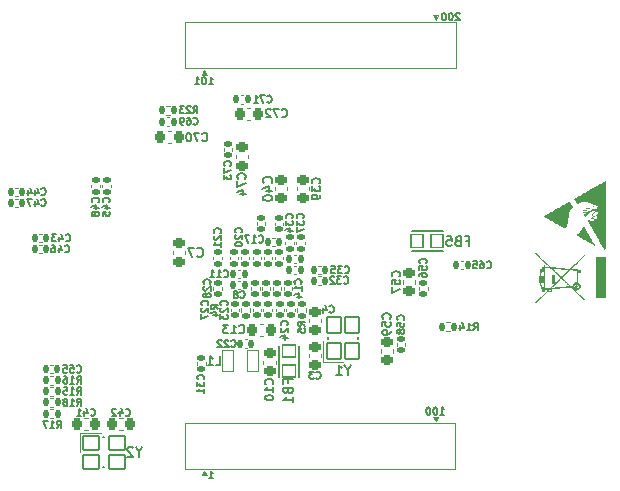
<source format=gbo>
%TF.GenerationSoftware,KiCad,Pcbnew,9.0.6-9.0.6~ubuntu24.04.1*%
%TF.CreationDate,2025-11-03T07:51:59+01:00*%
%TF.ProjectId,BB3plus CM5 STM32H7 module,42423370-6c75-4732-9043-4d352053544d,rev?*%
%TF.SameCoordinates,Original*%
%TF.FileFunction,Legend,Bot*%
%TF.FilePolarity,Positive*%
%FSLAX46Y46*%
G04 Gerber Fmt 4.6, Leading zero omitted, Abs format (unit mm)*
G04 Created by KiCad (PCBNEW 9.0.6-9.0.6~ubuntu24.04.1) date 2025-11-03 07:51:59*
%MOMM*%
%LPD*%
G01*
G04 APERTURE LIST*
G04 Aperture macros list*
%AMRoundRect*
0 Rectangle with rounded corners*
0 $1 Rounding radius*
0 $2 $3 $4 $5 $6 $7 $8 $9 X,Y pos of 4 corners*
0 Add a 4 corners polygon primitive as box body*
4,1,4,$2,$3,$4,$5,$6,$7,$8,$9,$2,$3,0*
0 Add four circle primitives for the rounded corners*
1,1,$1+$1,$2,$3*
1,1,$1+$1,$4,$5*
1,1,$1+$1,$6,$7*
1,1,$1+$1,$8,$9*
0 Add four rect primitives between the rounded corners*
20,1,$1+$1,$2,$3,$4,$5,0*
20,1,$1+$1,$4,$5,$6,$7,0*
20,1,$1+$1,$6,$7,$8,$9,0*
20,1,$1+$1,$8,$9,$2,$3,0*%
G04 Aperture macros list end*
%ADD10C,0.050800*%
%ADD11C,0.152400*%
%ADD12C,0.120000*%
%ADD13C,0.100000*%
%ADD14C,0.127000*%
%ADD15C,0.000000*%
%ADD16C,2.387600*%
%ADD17C,0.990600*%
%ADD18C,6.100000*%
%ADD19R,0.200000X0.700000*%
%ADD20RoundRect,0.140000X-0.170000X0.140000X-0.170000X-0.140000X0.170000X-0.140000X0.170000X0.140000X0*%
%ADD21RoundRect,0.102000X-0.700000X0.600000X-0.700000X-0.600000X0.700000X-0.600000X0.700000X0.600000X0*%
%ADD22RoundRect,0.140000X0.170000X-0.140000X0.170000X0.140000X-0.170000X0.140000X-0.170000X-0.140000X0*%
%ADD23RoundRect,0.140000X0.140000X0.170000X-0.140000X0.170000X-0.140000X-0.170000X0.140000X-0.170000X0*%
%ADD24RoundRect,0.140000X-0.140000X-0.170000X0.140000X-0.170000X0.140000X0.170000X-0.140000X0.170000X0*%
%ADD25RoundRect,0.225000X0.225000X0.250000X-0.225000X0.250000X-0.225000X-0.250000X0.225000X-0.250000X0*%
%ADD26RoundRect,0.225000X0.250000X-0.225000X0.250000X0.225000X-0.250000X0.225000X-0.250000X-0.225000X0*%
%ADD27RoundRect,0.225000X-0.250000X0.225000X-0.250000X-0.225000X0.250000X-0.225000X0.250000X0.225000X0*%
%ADD28RoundRect,0.135000X0.135000X0.185000X-0.135000X0.185000X-0.135000X-0.185000X0.135000X-0.185000X0*%
%ADD29RoundRect,0.225000X-0.225000X-0.250000X0.225000X-0.250000X0.225000X0.250000X-0.225000X0.250000X0*%
%ADD30RoundRect,0.135000X0.185000X-0.135000X0.185000X0.135000X-0.185000X0.135000X-0.185000X-0.135000X0*%
%ADD31RoundRect,0.135000X-0.185000X0.135000X-0.185000X-0.135000X0.185000X-0.135000X0.185000X0.135000X0*%
%ADD32RoundRect,0.057252X0.506248X0.556248X-0.506248X0.556248X-0.506248X-0.556248X0.506248X-0.556248X0*%
%ADD33RoundRect,0.048381X-0.459619X-0.891419X0.459619X-0.891419X0.459619X0.891419X-0.459619X0.891419X0*%
%ADD34RoundRect,0.102000X-0.600000X-0.700000X0.600000X-0.700000X0.600000X0.700000X-0.600000X0.700000X0*%
%ADD35RoundRect,0.135000X-0.135000X-0.185000X0.135000X-0.185000X0.135000X0.185000X-0.135000X0.185000X0*%
%ADD36RoundRect,0.057252X-0.556248X0.506248X-0.556248X-0.506248X0.556248X-0.506248X0.556248X0.506248X0*%
G04 APERTURE END LIST*
D10*
X114510000Y-77750000D02*
X114100000Y-77750000D01*
X114303739Y-77371976D01*
X114510000Y-77750000D01*
G36*
X114510000Y-77750000D02*
G01*
X114100000Y-77750000D01*
X114303739Y-77371976D01*
X114510000Y-77750000D01*
G37*
X114507049Y-111670000D02*
X114097049Y-111670000D01*
X114300788Y-111291976D01*
X114507049Y-111670000D01*
G36*
X114507049Y-111670000D02*
G01*
X114097049Y-111670000D01*
X114300788Y-111291976D01*
X114507049Y-111670000D01*
G37*
X133896261Y-73078024D02*
X133690000Y-72700000D01*
X134100000Y-72700000D01*
X133896261Y-73078024D01*
G36*
X133896261Y-73078024D02*
G01*
X133690000Y-72700000D01*
X134100000Y-72700000D01*
X133896261Y-73078024D01*
G37*
X133896261Y-107078024D02*
X133690000Y-106700000D01*
X134100000Y-106700000D01*
X133896261Y-107078024D01*
G36*
X133896261Y-107078024D02*
G01*
X133690000Y-106700000D01*
X134100000Y-106700000D01*
X133896261Y-107078024D01*
G37*
D11*
X134265279Y-106517471D02*
X134613622Y-106517471D01*
X134439451Y-106517471D02*
X134439451Y-105907871D01*
X134439451Y-105907871D02*
X134497508Y-105994957D01*
X134497508Y-105994957D02*
X134555565Y-106053014D01*
X134555565Y-106053014D02*
X134613622Y-106082043D01*
X133887908Y-105907871D02*
X133829851Y-105907871D01*
X133829851Y-105907871D02*
X133771794Y-105936900D01*
X133771794Y-105936900D02*
X133742766Y-105965928D01*
X133742766Y-105965928D02*
X133713737Y-106023985D01*
X133713737Y-106023985D02*
X133684708Y-106140100D01*
X133684708Y-106140100D02*
X133684708Y-106285243D01*
X133684708Y-106285243D02*
X133713737Y-106401357D01*
X133713737Y-106401357D02*
X133742766Y-106459414D01*
X133742766Y-106459414D02*
X133771794Y-106488443D01*
X133771794Y-106488443D02*
X133829851Y-106517471D01*
X133829851Y-106517471D02*
X133887908Y-106517471D01*
X133887908Y-106517471D02*
X133945966Y-106488443D01*
X133945966Y-106488443D02*
X133974994Y-106459414D01*
X133974994Y-106459414D02*
X134004023Y-106401357D01*
X134004023Y-106401357D02*
X134033051Y-106285243D01*
X134033051Y-106285243D02*
X134033051Y-106140100D01*
X134033051Y-106140100D02*
X134004023Y-106023985D01*
X134004023Y-106023985D02*
X133974994Y-105965928D01*
X133974994Y-105965928D02*
X133945966Y-105936900D01*
X133945966Y-105936900D02*
X133887908Y-105907871D01*
X133307337Y-105907871D02*
X133249280Y-105907871D01*
X133249280Y-105907871D02*
X133191223Y-105936900D01*
X133191223Y-105936900D02*
X133162195Y-105965928D01*
X133162195Y-105965928D02*
X133133166Y-106023985D01*
X133133166Y-106023985D02*
X133104137Y-106140100D01*
X133104137Y-106140100D02*
X133104137Y-106285243D01*
X133104137Y-106285243D02*
X133133166Y-106401357D01*
X133133166Y-106401357D02*
X133162195Y-106459414D01*
X133162195Y-106459414D02*
X133191223Y-106488443D01*
X133191223Y-106488443D02*
X133249280Y-106517471D01*
X133249280Y-106517471D02*
X133307337Y-106517471D01*
X133307337Y-106517471D02*
X133365395Y-106488443D01*
X133365395Y-106488443D02*
X133394423Y-106459414D01*
X133394423Y-106459414D02*
X133423452Y-106401357D01*
X133423452Y-106401357D02*
X133452480Y-106285243D01*
X133452480Y-106285243D02*
X133452480Y-106140100D01*
X133452480Y-106140100D02*
X133423452Y-106023985D01*
X133423452Y-106023985D02*
X133394423Y-105965928D01*
X133394423Y-105965928D02*
X133365395Y-105936900D01*
X133365395Y-105936900D02*
X133307337Y-105907871D01*
X135923622Y-72555928D02*
X135894594Y-72526900D01*
X135894594Y-72526900D02*
X135836537Y-72497871D01*
X135836537Y-72497871D02*
X135691394Y-72497871D01*
X135691394Y-72497871D02*
X135633337Y-72526900D01*
X135633337Y-72526900D02*
X135604308Y-72555928D01*
X135604308Y-72555928D02*
X135575279Y-72613985D01*
X135575279Y-72613985D02*
X135575279Y-72672043D01*
X135575279Y-72672043D02*
X135604308Y-72759128D01*
X135604308Y-72759128D02*
X135952651Y-73107471D01*
X135952651Y-73107471D02*
X135575279Y-73107471D01*
X135197908Y-72497871D02*
X135139851Y-72497871D01*
X135139851Y-72497871D02*
X135081794Y-72526900D01*
X135081794Y-72526900D02*
X135052766Y-72555928D01*
X135052766Y-72555928D02*
X135023737Y-72613985D01*
X135023737Y-72613985D02*
X134994708Y-72730100D01*
X134994708Y-72730100D02*
X134994708Y-72875243D01*
X134994708Y-72875243D02*
X135023737Y-72991357D01*
X135023737Y-72991357D02*
X135052766Y-73049414D01*
X135052766Y-73049414D02*
X135081794Y-73078443D01*
X135081794Y-73078443D02*
X135139851Y-73107471D01*
X135139851Y-73107471D02*
X135197908Y-73107471D01*
X135197908Y-73107471D02*
X135255966Y-73078443D01*
X135255966Y-73078443D02*
X135284994Y-73049414D01*
X135284994Y-73049414D02*
X135314023Y-72991357D01*
X135314023Y-72991357D02*
X135343051Y-72875243D01*
X135343051Y-72875243D02*
X135343051Y-72730100D01*
X135343051Y-72730100D02*
X135314023Y-72613985D01*
X135314023Y-72613985D02*
X135284994Y-72555928D01*
X135284994Y-72555928D02*
X135255966Y-72526900D01*
X135255966Y-72526900D02*
X135197908Y-72497871D01*
X134617337Y-72497871D02*
X134559280Y-72497871D01*
X134559280Y-72497871D02*
X134501223Y-72526900D01*
X134501223Y-72526900D02*
X134472195Y-72555928D01*
X134472195Y-72555928D02*
X134443166Y-72613985D01*
X134443166Y-72613985D02*
X134414137Y-72730100D01*
X134414137Y-72730100D02*
X134414137Y-72875243D01*
X134414137Y-72875243D02*
X134443166Y-72991357D01*
X134443166Y-72991357D02*
X134472195Y-73049414D01*
X134472195Y-73049414D02*
X134501223Y-73078443D01*
X134501223Y-73078443D02*
X134559280Y-73107471D01*
X134559280Y-73107471D02*
X134617337Y-73107471D01*
X134617337Y-73107471D02*
X134675395Y-73078443D01*
X134675395Y-73078443D02*
X134704423Y-73049414D01*
X134704423Y-73049414D02*
X134733452Y-72991357D01*
X134733452Y-72991357D02*
X134762480Y-72875243D01*
X134762480Y-72875243D02*
X134762480Y-72730100D01*
X134762480Y-72730100D02*
X134733452Y-72613985D01*
X134733452Y-72613985D02*
X134704423Y-72555928D01*
X134704423Y-72555928D02*
X134675395Y-72526900D01*
X134675395Y-72526900D02*
X134617337Y-72497871D01*
X114675279Y-78527471D02*
X115023622Y-78527471D01*
X114849451Y-78527471D02*
X114849451Y-77917871D01*
X114849451Y-77917871D02*
X114907508Y-78004957D01*
X114907508Y-78004957D02*
X114965565Y-78063014D01*
X114965565Y-78063014D02*
X115023622Y-78092043D01*
X114297908Y-77917871D02*
X114239851Y-77917871D01*
X114239851Y-77917871D02*
X114181794Y-77946900D01*
X114181794Y-77946900D02*
X114152766Y-77975928D01*
X114152766Y-77975928D02*
X114123737Y-78033985D01*
X114123737Y-78033985D02*
X114094708Y-78150100D01*
X114094708Y-78150100D02*
X114094708Y-78295243D01*
X114094708Y-78295243D02*
X114123737Y-78411357D01*
X114123737Y-78411357D02*
X114152766Y-78469414D01*
X114152766Y-78469414D02*
X114181794Y-78498443D01*
X114181794Y-78498443D02*
X114239851Y-78527471D01*
X114239851Y-78527471D02*
X114297908Y-78527471D01*
X114297908Y-78527471D02*
X114355966Y-78498443D01*
X114355966Y-78498443D02*
X114384994Y-78469414D01*
X114384994Y-78469414D02*
X114414023Y-78411357D01*
X114414023Y-78411357D02*
X114443051Y-78295243D01*
X114443051Y-78295243D02*
X114443051Y-78150100D01*
X114443051Y-78150100D02*
X114414023Y-78033985D01*
X114414023Y-78033985D02*
X114384994Y-77975928D01*
X114384994Y-77975928D02*
X114355966Y-77946900D01*
X114355966Y-77946900D02*
X114297908Y-77917871D01*
X113514137Y-78527471D02*
X113862480Y-78527471D01*
X113688309Y-78527471D02*
X113688309Y-77917871D01*
X113688309Y-77917871D02*
X113746366Y-78004957D01*
X113746366Y-78004957D02*
X113804423Y-78063014D01*
X113804423Y-78063014D02*
X113862480Y-78092043D01*
X114666376Y-111917471D02*
X115014719Y-111917471D01*
X114840548Y-111917471D02*
X114840548Y-111307871D01*
X114840548Y-111307871D02*
X114898605Y-111394957D01*
X114898605Y-111394957D02*
X114956662Y-111453014D01*
X114956662Y-111453014D02*
X115014719Y-111482043D01*
X108757747Y-109681044D02*
X108757747Y-110068091D01*
X109028680Y-109255291D02*
X108757747Y-109681044D01*
X108757747Y-109681044D02*
X108486813Y-109255291D01*
X108254584Y-109332701D02*
X108215880Y-109293996D01*
X108215880Y-109293996D02*
X108138470Y-109255291D01*
X108138470Y-109255291D02*
X107944946Y-109255291D01*
X107944946Y-109255291D02*
X107867537Y-109293996D01*
X107867537Y-109293996D02*
X107828832Y-109332701D01*
X107828832Y-109332701D02*
X107790127Y-109410110D01*
X107790127Y-109410110D02*
X107790127Y-109487520D01*
X107790127Y-109487520D02*
X107828832Y-109603634D01*
X107828832Y-109603634D02*
X108293289Y-110068091D01*
X108293289Y-110068091D02*
X107790127Y-110068091D01*
X105324644Y-88527295D02*
X105353673Y-88498267D01*
X105353673Y-88498267D02*
X105382701Y-88411181D01*
X105382701Y-88411181D02*
X105382701Y-88353124D01*
X105382701Y-88353124D02*
X105353673Y-88266038D01*
X105353673Y-88266038D02*
X105295615Y-88207981D01*
X105295615Y-88207981D02*
X105237558Y-88178952D01*
X105237558Y-88178952D02*
X105121444Y-88149924D01*
X105121444Y-88149924D02*
X105034358Y-88149924D01*
X105034358Y-88149924D02*
X104918244Y-88178952D01*
X104918244Y-88178952D02*
X104860187Y-88207981D01*
X104860187Y-88207981D02*
X104802130Y-88266038D01*
X104802130Y-88266038D02*
X104773101Y-88353124D01*
X104773101Y-88353124D02*
X104773101Y-88411181D01*
X104773101Y-88411181D02*
X104802130Y-88498267D01*
X104802130Y-88498267D02*
X104831158Y-88527295D01*
X104976301Y-89049810D02*
X105382701Y-89049810D01*
X104744073Y-88904667D02*
X105179501Y-88759524D01*
X105179501Y-88759524D02*
X105179501Y-89136895D01*
X105034358Y-89456209D02*
X105005330Y-89398152D01*
X105005330Y-89398152D02*
X104976301Y-89369123D01*
X104976301Y-89369123D02*
X104918244Y-89340095D01*
X104918244Y-89340095D02*
X104889215Y-89340095D01*
X104889215Y-89340095D02*
X104831158Y-89369123D01*
X104831158Y-89369123D02*
X104802130Y-89398152D01*
X104802130Y-89398152D02*
X104773101Y-89456209D01*
X104773101Y-89456209D02*
X104773101Y-89572323D01*
X104773101Y-89572323D02*
X104802130Y-89630381D01*
X104802130Y-89630381D02*
X104831158Y-89659409D01*
X104831158Y-89659409D02*
X104889215Y-89688438D01*
X104889215Y-89688438D02*
X104918244Y-89688438D01*
X104918244Y-89688438D02*
X104976301Y-89659409D01*
X104976301Y-89659409D02*
X105005330Y-89630381D01*
X105005330Y-89630381D02*
X105034358Y-89572323D01*
X105034358Y-89572323D02*
X105034358Y-89456209D01*
X105034358Y-89456209D02*
X105063387Y-89398152D01*
X105063387Y-89398152D02*
X105092415Y-89369123D01*
X105092415Y-89369123D02*
X105150473Y-89340095D01*
X105150473Y-89340095D02*
X105266587Y-89340095D01*
X105266587Y-89340095D02*
X105324644Y-89369123D01*
X105324644Y-89369123D02*
X105353673Y-89398152D01*
X105353673Y-89398152D02*
X105382701Y-89456209D01*
X105382701Y-89456209D02*
X105382701Y-89572323D01*
X105382701Y-89572323D02*
X105353673Y-89630381D01*
X105353673Y-89630381D02*
X105324644Y-89659409D01*
X105324644Y-89659409D02*
X105266587Y-89688438D01*
X105266587Y-89688438D02*
X105150473Y-89688438D01*
X105150473Y-89688438D02*
X105092415Y-89659409D01*
X105092415Y-89659409D02*
X105063387Y-89630381D01*
X105063387Y-89630381D02*
X105034358Y-89572323D01*
X102565751Y-91796030D02*
X102594779Y-91825059D01*
X102594779Y-91825059D02*
X102681865Y-91854087D01*
X102681865Y-91854087D02*
X102739922Y-91854087D01*
X102739922Y-91854087D02*
X102827008Y-91825059D01*
X102827008Y-91825059D02*
X102885065Y-91767001D01*
X102885065Y-91767001D02*
X102914094Y-91708944D01*
X102914094Y-91708944D02*
X102943122Y-91592830D01*
X102943122Y-91592830D02*
X102943122Y-91505744D01*
X102943122Y-91505744D02*
X102914094Y-91389630D01*
X102914094Y-91389630D02*
X102885065Y-91331573D01*
X102885065Y-91331573D02*
X102827008Y-91273516D01*
X102827008Y-91273516D02*
X102739922Y-91244487D01*
X102739922Y-91244487D02*
X102681865Y-91244487D01*
X102681865Y-91244487D02*
X102594779Y-91273516D01*
X102594779Y-91273516D02*
X102565751Y-91302544D01*
X102043237Y-91447687D02*
X102043237Y-91854087D01*
X102188379Y-91215459D02*
X102333522Y-91650887D01*
X102333522Y-91650887D02*
X101956151Y-91650887D01*
X101781980Y-91244487D02*
X101404608Y-91244487D01*
X101404608Y-91244487D02*
X101607808Y-91476716D01*
X101607808Y-91476716D02*
X101520723Y-91476716D01*
X101520723Y-91476716D02*
X101462666Y-91505744D01*
X101462666Y-91505744D02*
X101433637Y-91534773D01*
X101433637Y-91534773D02*
X101404608Y-91592830D01*
X101404608Y-91592830D02*
X101404608Y-91737973D01*
X101404608Y-91737973D02*
X101433637Y-91796030D01*
X101433637Y-91796030D02*
X101462666Y-91825059D01*
X101462666Y-91825059D02*
X101520723Y-91854087D01*
X101520723Y-91854087D02*
X101694894Y-91854087D01*
X101694894Y-91854087D02*
X101752951Y-91825059D01*
X101752951Y-91825059D02*
X101781980Y-91796030D01*
X116581885Y-100739042D02*
X116610913Y-100768071D01*
X116610913Y-100768071D02*
X116697999Y-100797099D01*
X116697999Y-100797099D02*
X116756056Y-100797099D01*
X116756056Y-100797099D02*
X116843142Y-100768071D01*
X116843142Y-100768071D02*
X116901199Y-100710013D01*
X116901199Y-100710013D02*
X116930228Y-100651956D01*
X116930228Y-100651956D02*
X116959256Y-100535842D01*
X116959256Y-100535842D02*
X116959256Y-100448756D01*
X116959256Y-100448756D02*
X116930228Y-100332642D01*
X116930228Y-100332642D02*
X116901199Y-100274585D01*
X116901199Y-100274585D02*
X116843142Y-100216528D01*
X116843142Y-100216528D02*
X116756056Y-100187499D01*
X116756056Y-100187499D02*
X116697999Y-100187499D01*
X116697999Y-100187499D02*
X116610913Y-100216528D01*
X116610913Y-100216528D02*
X116581885Y-100245556D01*
X116349656Y-100245556D02*
X116320628Y-100216528D01*
X116320628Y-100216528D02*
X116262571Y-100187499D01*
X116262571Y-100187499D02*
X116117428Y-100187499D01*
X116117428Y-100187499D02*
X116059371Y-100216528D01*
X116059371Y-100216528D02*
X116030342Y-100245556D01*
X116030342Y-100245556D02*
X116001313Y-100303613D01*
X116001313Y-100303613D02*
X116001313Y-100361671D01*
X116001313Y-100361671D02*
X116030342Y-100448756D01*
X116030342Y-100448756D02*
X116378685Y-100797099D01*
X116378685Y-100797099D02*
X116001313Y-100797099D01*
X115769085Y-100245556D02*
X115740057Y-100216528D01*
X115740057Y-100216528D02*
X115682000Y-100187499D01*
X115682000Y-100187499D02*
X115536857Y-100187499D01*
X115536857Y-100187499D02*
X115478800Y-100216528D01*
X115478800Y-100216528D02*
X115449771Y-100245556D01*
X115449771Y-100245556D02*
X115420742Y-100303613D01*
X115420742Y-100303613D02*
X115420742Y-100361671D01*
X115420742Y-100361671D02*
X115449771Y-100448756D01*
X115449771Y-100448756D02*
X115798114Y-100797099D01*
X115798114Y-100797099D02*
X115420742Y-100797099D01*
X119641885Y-80046030D02*
X119670913Y-80075059D01*
X119670913Y-80075059D02*
X119757999Y-80104087D01*
X119757999Y-80104087D02*
X119816056Y-80104087D01*
X119816056Y-80104087D02*
X119903142Y-80075059D01*
X119903142Y-80075059D02*
X119961199Y-80017001D01*
X119961199Y-80017001D02*
X119990228Y-79958944D01*
X119990228Y-79958944D02*
X120019256Y-79842830D01*
X120019256Y-79842830D02*
X120019256Y-79755744D01*
X120019256Y-79755744D02*
X119990228Y-79639630D01*
X119990228Y-79639630D02*
X119961199Y-79581573D01*
X119961199Y-79581573D02*
X119903142Y-79523516D01*
X119903142Y-79523516D02*
X119816056Y-79494487D01*
X119816056Y-79494487D02*
X119757999Y-79494487D01*
X119757999Y-79494487D02*
X119670913Y-79523516D01*
X119670913Y-79523516D02*
X119641885Y-79552544D01*
X119438685Y-79494487D02*
X119032285Y-79494487D01*
X119032285Y-79494487D02*
X119293542Y-80104087D01*
X118480742Y-80104087D02*
X118829085Y-80104087D01*
X118654914Y-80104087D02*
X118654914Y-79494487D01*
X118654914Y-79494487D02*
X118712971Y-79581573D01*
X118712971Y-79581573D02*
X118771028Y-79639630D01*
X118771028Y-79639630D02*
X118829085Y-79668659D01*
X102495751Y-92726030D02*
X102524779Y-92755059D01*
X102524779Y-92755059D02*
X102611865Y-92784087D01*
X102611865Y-92784087D02*
X102669922Y-92784087D01*
X102669922Y-92784087D02*
X102757008Y-92755059D01*
X102757008Y-92755059D02*
X102815065Y-92697001D01*
X102815065Y-92697001D02*
X102844094Y-92638944D01*
X102844094Y-92638944D02*
X102873122Y-92522830D01*
X102873122Y-92522830D02*
X102873122Y-92435744D01*
X102873122Y-92435744D02*
X102844094Y-92319630D01*
X102844094Y-92319630D02*
X102815065Y-92261573D01*
X102815065Y-92261573D02*
X102757008Y-92203516D01*
X102757008Y-92203516D02*
X102669922Y-92174487D01*
X102669922Y-92174487D02*
X102611865Y-92174487D01*
X102611865Y-92174487D02*
X102524779Y-92203516D01*
X102524779Y-92203516D02*
X102495751Y-92232544D01*
X101973237Y-92377687D02*
X101973237Y-92784087D01*
X102118379Y-92145459D02*
X102263522Y-92580887D01*
X102263522Y-92580887D02*
X101886151Y-92580887D01*
X101392666Y-92174487D02*
X101508780Y-92174487D01*
X101508780Y-92174487D02*
X101566837Y-92203516D01*
X101566837Y-92203516D02*
X101595866Y-92232544D01*
X101595866Y-92232544D02*
X101653923Y-92319630D01*
X101653923Y-92319630D02*
X101682951Y-92435744D01*
X101682951Y-92435744D02*
X101682951Y-92667973D01*
X101682951Y-92667973D02*
X101653923Y-92726030D01*
X101653923Y-92726030D02*
X101624894Y-92755059D01*
X101624894Y-92755059D02*
X101566837Y-92784087D01*
X101566837Y-92784087D02*
X101450723Y-92784087D01*
X101450723Y-92784087D02*
X101392666Y-92755059D01*
X101392666Y-92755059D02*
X101363637Y-92726030D01*
X101363637Y-92726030D02*
X101334608Y-92667973D01*
X101334608Y-92667973D02*
X101334608Y-92522830D01*
X101334608Y-92522830D02*
X101363637Y-92464773D01*
X101363637Y-92464773D02*
X101392666Y-92435744D01*
X101392666Y-92435744D02*
X101450723Y-92406716D01*
X101450723Y-92406716D02*
X101566837Y-92406716D01*
X101566837Y-92406716D02*
X101624894Y-92435744D01*
X101624894Y-92435744D02*
X101653923Y-92464773D01*
X101653923Y-92464773D02*
X101682951Y-92522830D01*
X107651885Y-106566030D02*
X107680913Y-106595059D01*
X107680913Y-106595059D02*
X107767999Y-106624087D01*
X107767999Y-106624087D02*
X107826056Y-106624087D01*
X107826056Y-106624087D02*
X107913142Y-106595059D01*
X107913142Y-106595059D02*
X107971199Y-106537001D01*
X107971199Y-106537001D02*
X108000228Y-106478944D01*
X108000228Y-106478944D02*
X108029256Y-106362830D01*
X108029256Y-106362830D02*
X108029256Y-106275744D01*
X108029256Y-106275744D02*
X108000228Y-106159630D01*
X108000228Y-106159630D02*
X107971199Y-106101573D01*
X107971199Y-106101573D02*
X107913142Y-106043516D01*
X107913142Y-106043516D02*
X107826056Y-106014487D01*
X107826056Y-106014487D02*
X107767999Y-106014487D01*
X107767999Y-106014487D02*
X107680913Y-106043516D01*
X107680913Y-106043516D02*
X107651885Y-106072544D01*
X107129371Y-106217687D02*
X107129371Y-106624087D01*
X107274513Y-105985459D02*
X107419656Y-106420887D01*
X107419656Y-106420887D02*
X107042285Y-106420887D01*
X106839085Y-106072544D02*
X106810057Y-106043516D01*
X106810057Y-106043516D02*
X106752000Y-106014487D01*
X106752000Y-106014487D02*
X106606857Y-106014487D01*
X106606857Y-106014487D02*
X106548800Y-106043516D01*
X106548800Y-106043516D02*
X106519771Y-106072544D01*
X106519771Y-106072544D02*
X106490742Y-106130601D01*
X106490742Y-106130601D02*
X106490742Y-106188659D01*
X106490742Y-106188659D02*
X106519771Y-106275744D01*
X106519771Y-106275744D02*
X106868114Y-106624087D01*
X106868114Y-106624087D02*
X106490742Y-106624087D01*
X120083358Y-103915812D02*
X120117225Y-103881945D01*
X120117225Y-103881945D02*
X120151091Y-103780345D01*
X120151091Y-103780345D02*
X120151091Y-103712612D01*
X120151091Y-103712612D02*
X120117225Y-103611012D01*
X120117225Y-103611012D02*
X120049491Y-103543279D01*
X120049491Y-103543279D02*
X119981758Y-103509412D01*
X119981758Y-103509412D02*
X119846291Y-103475545D01*
X119846291Y-103475545D02*
X119744691Y-103475545D01*
X119744691Y-103475545D02*
X119609225Y-103509412D01*
X119609225Y-103509412D02*
X119541491Y-103543279D01*
X119541491Y-103543279D02*
X119473758Y-103611012D01*
X119473758Y-103611012D02*
X119439891Y-103712612D01*
X119439891Y-103712612D02*
X119439891Y-103780345D01*
X119439891Y-103780345D02*
X119473758Y-103881945D01*
X119473758Y-103881945D02*
X119507625Y-103915812D01*
X120151091Y-104593145D02*
X120151091Y-104186745D01*
X120151091Y-104389945D02*
X119439891Y-104389945D01*
X119439891Y-104389945D02*
X119541491Y-104322212D01*
X119541491Y-104322212D02*
X119609225Y-104254479D01*
X119609225Y-104254479D02*
X119643091Y-104186745D01*
X119439891Y-105033412D02*
X119439891Y-105101145D01*
X119439891Y-105101145D02*
X119473758Y-105168878D01*
X119473758Y-105168878D02*
X119507625Y-105202745D01*
X119507625Y-105202745D02*
X119575358Y-105236612D01*
X119575358Y-105236612D02*
X119710825Y-105270478D01*
X119710825Y-105270478D02*
X119880158Y-105270478D01*
X119880158Y-105270478D02*
X120015625Y-105236612D01*
X120015625Y-105236612D02*
X120083358Y-105202745D01*
X120083358Y-105202745D02*
X120117225Y-105168878D01*
X120117225Y-105168878D02*
X120151091Y-105101145D01*
X120151091Y-105101145D02*
X120151091Y-105033412D01*
X120151091Y-105033412D02*
X120117225Y-104965678D01*
X120117225Y-104965678D02*
X120083358Y-104931812D01*
X120083358Y-104931812D02*
X120015625Y-104897945D01*
X120015625Y-104897945D02*
X119880158Y-104864078D01*
X119880158Y-104864078D02*
X119710825Y-104864078D01*
X119710825Y-104864078D02*
X119575358Y-104897945D01*
X119575358Y-104897945D02*
X119507625Y-104931812D01*
X119507625Y-104931812D02*
X119473758Y-104965678D01*
X119473758Y-104965678D02*
X119439891Y-105033412D01*
X117267201Y-99576368D02*
X117301068Y-99610235D01*
X117301068Y-99610235D02*
X117402668Y-99644101D01*
X117402668Y-99644101D02*
X117470401Y-99644101D01*
X117470401Y-99644101D02*
X117572001Y-99610235D01*
X117572001Y-99610235D02*
X117639735Y-99542501D01*
X117639735Y-99542501D02*
X117673601Y-99474768D01*
X117673601Y-99474768D02*
X117707468Y-99339301D01*
X117707468Y-99339301D02*
X117707468Y-99237701D01*
X117707468Y-99237701D02*
X117673601Y-99102235D01*
X117673601Y-99102235D02*
X117639735Y-99034501D01*
X117639735Y-99034501D02*
X117572001Y-98966768D01*
X117572001Y-98966768D02*
X117470401Y-98932901D01*
X117470401Y-98932901D02*
X117402668Y-98932901D01*
X117402668Y-98932901D02*
X117301068Y-98966768D01*
X117301068Y-98966768D02*
X117267201Y-99000635D01*
X116589868Y-99644101D02*
X116996268Y-99644101D01*
X116793068Y-99644101D02*
X116793068Y-98932901D01*
X116793068Y-98932901D02*
X116860801Y-99034501D01*
X116860801Y-99034501D02*
X116928535Y-99102235D01*
X116928535Y-99102235D02*
X116996268Y-99136101D01*
X116352802Y-98932901D02*
X115912535Y-98932901D01*
X115912535Y-98932901D02*
X116149602Y-99203835D01*
X116149602Y-99203835D02*
X116048002Y-99203835D01*
X116048002Y-99203835D02*
X115980268Y-99237701D01*
X115980268Y-99237701D02*
X115946402Y-99271568D01*
X115946402Y-99271568D02*
X115912535Y-99339301D01*
X115912535Y-99339301D02*
X115912535Y-99508635D01*
X115912535Y-99508635D02*
X115946402Y-99576368D01*
X115946402Y-99576368D02*
X115980268Y-99610235D01*
X115980268Y-99610235D02*
X116048002Y-99644101D01*
X116048002Y-99644101D02*
X116251202Y-99644101D01*
X116251202Y-99644101D02*
X116318935Y-99610235D01*
X116318935Y-99610235D02*
X116352802Y-99576368D01*
X126181885Y-94486030D02*
X126210913Y-94515059D01*
X126210913Y-94515059D02*
X126297999Y-94544087D01*
X126297999Y-94544087D02*
X126356056Y-94544087D01*
X126356056Y-94544087D02*
X126443142Y-94515059D01*
X126443142Y-94515059D02*
X126501199Y-94457001D01*
X126501199Y-94457001D02*
X126530228Y-94398944D01*
X126530228Y-94398944D02*
X126559256Y-94282830D01*
X126559256Y-94282830D02*
X126559256Y-94195744D01*
X126559256Y-94195744D02*
X126530228Y-94079630D01*
X126530228Y-94079630D02*
X126501199Y-94021573D01*
X126501199Y-94021573D02*
X126443142Y-93963516D01*
X126443142Y-93963516D02*
X126356056Y-93934487D01*
X126356056Y-93934487D02*
X126297999Y-93934487D01*
X126297999Y-93934487D02*
X126210913Y-93963516D01*
X126210913Y-93963516D02*
X126181885Y-93992544D01*
X125978685Y-93934487D02*
X125601313Y-93934487D01*
X125601313Y-93934487D02*
X125804513Y-94166716D01*
X125804513Y-94166716D02*
X125717428Y-94166716D01*
X125717428Y-94166716D02*
X125659371Y-94195744D01*
X125659371Y-94195744D02*
X125630342Y-94224773D01*
X125630342Y-94224773D02*
X125601313Y-94282830D01*
X125601313Y-94282830D02*
X125601313Y-94427973D01*
X125601313Y-94427973D02*
X125630342Y-94486030D01*
X125630342Y-94486030D02*
X125659371Y-94515059D01*
X125659371Y-94515059D02*
X125717428Y-94544087D01*
X125717428Y-94544087D02*
X125891599Y-94544087D01*
X125891599Y-94544087D02*
X125949656Y-94515059D01*
X125949656Y-94515059D02*
X125978685Y-94486030D01*
X125049771Y-93934487D02*
X125340057Y-93934487D01*
X125340057Y-93934487D02*
X125369085Y-94224773D01*
X125369085Y-94224773D02*
X125340057Y-94195744D01*
X125340057Y-94195744D02*
X125282000Y-94166716D01*
X125282000Y-94166716D02*
X125136857Y-94166716D01*
X125136857Y-94166716D02*
X125078800Y-94195744D01*
X125078800Y-94195744D02*
X125049771Y-94224773D01*
X125049771Y-94224773D02*
X125020742Y-94282830D01*
X125020742Y-94282830D02*
X125020742Y-94427973D01*
X125020742Y-94427973D02*
X125049771Y-94486030D01*
X125049771Y-94486030D02*
X125078800Y-94515059D01*
X125078800Y-94515059D02*
X125136857Y-94544087D01*
X125136857Y-94544087D02*
X125282000Y-94544087D01*
X125282000Y-94544087D02*
X125340057Y-94515059D01*
X125340057Y-94515059D02*
X125369085Y-94486030D01*
X130013356Y-98382800D02*
X130047223Y-98348933D01*
X130047223Y-98348933D02*
X130081089Y-98247333D01*
X130081089Y-98247333D02*
X130081089Y-98179600D01*
X130081089Y-98179600D02*
X130047223Y-98078000D01*
X130047223Y-98078000D02*
X129979489Y-98010267D01*
X129979489Y-98010267D02*
X129911756Y-97976400D01*
X129911756Y-97976400D02*
X129776289Y-97942533D01*
X129776289Y-97942533D02*
X129674689Y-97942533D01*
X129674689Y-97942533D02*
X129539223Y-97976400D01*
X129539223Y-97976400D02*
X129471489Y-98010267D01*
X129471489Y-98010267D02*
X129403756Y-98078000D01*
X129403756Y-98078000D02*
X129369889Y-98179600D01*
X129369889Y-98179600D02*
X129369889Y-98247333D01*
X129369889Y-98247333D02*
X129403756Y-98348933D01*
X129403756Y-98348933D02*
X129437623Y-98382800D01*
X129369889Y-99026267D02*
X129369889Y-98687600D01*
X129369889Y-98687600D02*
X129708556Y-98653733D01*
X129708556Y-98653733D02*
X129674689Y-98687600D01*
X129674689Y-98687600D02*
X129640823Y-98755333D01*
X129640823Y-98755333D02*
X129640823Y-98924667D01*
X129640823Y-98924667D02*
X129674689Y-98992400D01*
X129674689Y-98992400D02*
X129708556Y-99026267D01*
X129708556Y-99026267D02*
X129776289Y-99060133D01*
X129776289Y-99060133D02*
X129945623Y-99060133D01*
X129945623Y-99060133D02*
X130013356Y-99026267D01*
X130013356Y-99026267D02*
X130047223Y-98992400D01*
X130047223Y-98992400D02*
X130081089Y-98924667D01*
X130081089Y-98924667D02*
X130081089Y-98755333D01*
X130081089Y-98755333D02*
X130047223Y-98687600D01*
X130047223Y-98687600D02*
X130013356Y-98653733D01*
X130081089Y-99398800D02*
X130081089Y-99534266D01*
X130081089Y-99534266D02*
X130047223Y-99602000D01*
X130047223Y-99602000D02*
X130013356Y-99635866D01*
X130013356Y-99635866D02*
X129911756Y-99703600D01*
X129911756Y-99703600D02*
X129776289Y-99737466D01*
X129776289Y-99737466D02*
X129505356Y-99737466D01*
X129505356Y-99737466D02*
X129437623Y-99703600D01*
X129437623Y-99703600D02*
X129403756Y-99669733D01*
X129403756Y-99669733D02*
X129369889Y-99602000D01*
X129369889Y-99602000D02*
X129369889Y-99466533D01*
X129369889Y-99466533D02*
X129403756Y-99398800D01*
X129403756Y-99398800D02*
X129437623Y-99364933D01*
X129437623Y-99364933D02*
X129505356Y-99331066D01*
X129505356Y-99331066D02*
X129674689Y-99331066D01*
X129674689Y-99331066D02*
X129742423Y-99364933D01*
X129742423Y-99364933D02*
X129776289Y-99398800D01*
X129776289Y-99398800D02*
X129810156Y-99466533D01*
X129810156Y-99466533D02*
X129810156Y-99602000D01*
X129810156Y-99602000D02*
X129776289Y-99669733D01*
X129776289Y-99669733D02*
X129742423Y-99703600D01*
X129742423Y-99703600D02*
X129674689Y-99737466D01*
X137091885Y-99354087D02*
X137295085Y-99063801D01*
X137440228Y-99354087D02*
X137440228Y-98744487D01*
X137440228Y-98744487D02*
X137207999Y-98744487D01*
X137207999Y-98744487D02*
X137149942Y-98773516D01*
X137149942Y-98773516D02*
X137120913Y-98802544D01*
X137120913Y-98802544D02*
X137091885Y-98860601D01*
X137091885Y-98860601D02*
X137091885Y-98947687D01*
X137091885Y-98947687D02*
X137120913Y-99005744D01*
X137120913Y-99005744D02*
X137149942Y-99034773D01*
X137149942Y-99034773D02*
X137207999Y-99063801D01*
X137207999Y-99063801D02*
X137440228Y-99063801D01*
X136511313Y-99354087D02*
X136859656Y-99354087D01*
X136685485Y-99354087D02*
X136685485Y-98744487D01*
X136685485Y-98744487D02*
X136743542Y-98831573D01*
X136743542Y-98831573D02*
X136801599Y-98889630D01*
X136801599Y-98889630D02*
X136859656Y-98918659D01*
X135988800Y-98947687D02*
X135988800Y-99354087D01*
X136133942Y-98715459D02*
X136279085Y-99150887D01*
X136279085Y-99150887D02*
X135901714Y-99150887D01*
X131187430Y-98488114D02*
X131216459Y-98459086D01*
X131216459Y-98459086D02*
X131245487Y-98372000D01*
X131245487Y-98372000D02*
X131245487Y-98313943D01*
X131245487Y-98313943D02*
X131216459Y-98226857D01*
X131216459Y-98226857D02*
X131158401Y-98168800D01*
X131158401Y-98168800D02*
X131100344Y-98139771D01*
X131100344Y-98139771D02*
X130984230Y-98110743D01*
X130984230Y-98110743D02*
X130897144Y-98110743D01*
X130897144Y-98110743D02*
X130781030Y-98139771D01*
X130781030Y-98139771D02*
X130722973Y-98168800D01*
X130722973Y-98168800D02*
X130664916Y-98226857D01*
X130664916Y-98226857D02*
X130635887Y-98313943D01*
X130635887Y-98313943D02*
X130635887Y-98372000D01*
X130635887Y-98372000D02*
X130664916Y-98459086D01*
X130664916Y-98459086D02*
X130693944Y-98488114D01*
X130635887Y-99039657D02*
X130635887Y-98749371D01*
X130635887Y-98749371D02*
X130926173Y-98720343D01*
X130926173Y-98720343D02*
X130897144Y-98749371D01*
X130897144Y-98749371D02*
X130868116Y-98807429D01*
X130868116Y-98807429D02*
X130868116Y-98952571D01*
X130868116Y-98952571D02*
X130897144Y-99010629D01*
X130897144Y-99010629D02*
X130926173Y-99039657D01*
X130926173Y-99039657D02*
X130984230Y-99068686D01*
X130984230Y-99068686D02*
X131129373Y-99068686D01*
X131129373Y-99068686D02*
X131187430Y-99039657D01*
X131187430Y-99039657D02*
X131216459Y-99010629D01*
X131216459Y-99010629D02*
X131245487Y-98952571D01*
X131245487Y-98952571D02*
X131245487Y-98807429D01*
X131245487Y-98807429D02*
X131216459Y-98749371D01*
X131216459Y-98749371D02*
X131187430Y-98720343D01*
X130897144Y-99417028D02*
X130868116Y-99358971D01*
X130868116Y-99358971D02*
X130839087Y-99329942D01*
X130839087Y-99329942D02*
X130781030Y-99300914D01*
X130781030Y-99300914D02*
X130752001Y-99300914D01*
X130752001Y-99300914D02*
X130693944Y-99329942D01*
X130693944Y-99329942D02*
X130664916Y-99358971D01*
X130664916Y-99358971D02*
X130635887Y-99417028D01*
X130635887Y-99417028D02*
X130635887Y-99533142D01*
X130635887Y-99533142D02*
X130664916Y-99591200D01*
X130664916Y-99591200D02*
X130693944Y-99620228D01*
X130693944Y-99620228D02*
X130752001Y-99649257D01*
X130752001Y-99649257D02*
X130781030Y-99649257D01*
X130781030Y-99649257D02*
X130839087Y-99620228D01*
X130839087Y-99620228D02*
X130868116Y-99591200D01*
X130868116Y-99591200D02*
X130897144Y-99533142D01*
X130897144Y-99533142D02*
X130897144Y-99417028D01*
X130897144Y-99417028D02*
X130926173Y-99358971D01*
X130926173Y-99358971D02*
X130955201Y-99329942D01*
X130955201Y-99329942D02*
X131013259Y-99300914D01*
X131013259Y-99300914D02*
X131129373Y-99300914D01*
X131129373Y-99300914D02*
X131187430Y-99329942D01*
X131187430Y-99329942D02*
X131216459Y-99358971D01*
X131216459Y-99358971D02*
X131245487Y-99417028D01*
X131245487Y-99417028D02*
X131245487Y-99533142D01*
X131245487Y-99533142D02*
X131216459Y-99591200D01*
X131216459Y-99591200D02*
X131187430Y-99620228D01*
X131187430Y-99620228D02*
X131129373Y-99649257D01*
X131129373Y-99649257D02*
X131013259Y-99649257D01*
X131013259Y-99649257D02*
X130955201Y-99620228D01*
X130955201Y-99620228D02*
X130926173Y-99591200D01*
X130926173Y-99591200D02*
X130897144Y-99533142D01*
X104681885Y-106556030D02*
X104710913Y-106585059D01*
X104710913Y-106585059D02*
X104797999Y-106614087D01*
X104797999Y-106614087D02*
X104856056Y-106614087D01*
X104856056Y-106614087D02*
X104943142Y-106585059D01*
X104943142Y-106585059D02*
X105001199Y-106527001D01*
X105001199Y-106527001D02*
X105030228Y-106468944D01*
X105030228Y-106468944D02*
X105059256Y-106352830D01*
X105059256Y-106352830D02*
X105059256Y-106265744D01*
X105059256Y-106265744D02*
X105030228Y-106149630D01*
X105030228Y-106149630D02*
X105001199Y-106091573D01*
X105001199Y-106091573D02*
X104943142Y-106033516D01*
X104943142Y-106033516D02*
X104856056Y-106004487D01*
X104856056Y-106004487D02*
X104797999Y-106004487D01*
X104797999Y-106004487D02*
X104710913Y-106033516D01*
X104710913Y-106033516D02*
X104681885Y-106062544D01*
X104159371Y-106207687D02*
X104159371Y-106614087D01*
X104304513Y-105975459D02*
X104449656Y-106410887D01*
X104449656Y-106410887D02*
X104072285Y-106410887D01*
X103520742Y-106614087D02*
X103869085Y-106614087D01*
X103694914Y-106614087D02*
X103694914Y-106004487D01*
X103694914Y-106004487D02*
X103752971Y-106091573D01*
X103752971Y-106091573D02*
X103811028Y-106149630D01*
X103811028Y-106149630D02*
X103869085Y-106178659D01*
X113705466Y-93105682D02*
X113744170Y-93144387D01*
X113744170Y-93144387D02*
X113860285Y-93183091D01*
X113860285Y-93183091D02*
X113937694Y-93183091D01*
X113937694Y-93183091D02*
X114053808Y-93144387D01*
X114053808Y-93144387D02*
X114131218Y-93066977D01*
X114131218Y-93066977D02*
X114169923Y-92989567D01*
X114169923Y-92989567D02*
X114208627Y-92834748D01*
X114208627Y-92834748D02*
X114208627Y-92718634D01*
X114208627Y-92718634D02*
X114169923Y-92563815D01*
X114169923Y-92563815D02*
X114131218Y-92486406D01*
X114131218Y-92486406D02*
X114053808Y-92408996D01*
X114053808Y-92408996D02*
X113937694Y-92370291D01*
X113937694Y-92370291D02*
X113860285Y-92370291D01*
X113860285Y-92370291D02*
X113744170Y-92408996D01*
X113744170Y-92408996D02*
X113705466Y-92447701D01*
X113434532Y-92370291D02*
X112892666Y-92370291D01*
X112892666Y-92370291D02*
X113241008Y-93183091D01*
X121746030Y-89898114D02*
X121775059Y-89869086D01*
X121775059Y-89869086D02*
X121804087Y-89782000D01*
X121804087Y-89782000D02*
X121804087Y-89723943D01*
X121804087Y-89723943D02*
X121775059Y-89636857D01*
X121775059Y-89636857D02*
X121717001Y-89578800D01*
X121717001Y-89578800D02*
X121658944Y-89549771D01*
X121658944Y-89549771D02*
X121542830Y-89520743D01*
X121542830Y-89520743D02*
X121455744Y-89520743D01*
X121455744Y-89520743D02*
X121339630Y-89549771D01*
X121339630Y-89549771D02*
X121281573Y-89578800D01*
X121281573Y-89578800D02*
X121223516Y-89636857D01*
X121223516Y-89636857D02*
X121194487Y-89723943D01*
X121194487Y-89723943D02*
X121194487Y-89782000D01*
X121194487Y-89782000D02*
X121223516Y-89869086D01*
X121223516Y-89869086D02*
X121252544Y-89898114D01*
X121194487Y-90101314D02*
X121194487Y-90478686D01*
X121194487Y-90478686D02*
X121426716Y-90275486D01*
X121426716Y-90275486D02*
X121426716Y-90362571D01*
X121426716Y-90362571D02*
X121455744Y-90420629D01*
X121455744Y-90420629D02*
X121484773Y-90449657D01*
X121484773Y-90449657D02*
X121542830Y-90478686D01*
X121542830Y-90478686D02*
X121687973Y-90478686D01*
X121687973Y-90478686D02*
X121746030Y-90449657D01*
X121746030Y-90449657D02*
X121775059Y-90420629D01*
X121775059Y-90420629D02*
X121804087Y-90362571D01*
X121804087Y-90362571D02*
X121804087Y-90188400D01*
X121804087Y-90188400D02*
X121775059Y-90130343D01*
X121775059Y-90130343D02*
X121746030Y-90101314D01*
X121397687Y-91001200D02*
X121804087Y-91001200D01*
X121165459Y-90856057D02*
X121600887Y-90710914D01*
X121600887Y-90710914D02*
X121600887Y-91088285D01*
X122496030Y-95428114D02*
X122525059Y-95399086D01*
X122525059Y-95399086D02*
X122554087Y-95312000D01*
X122554087Y-95312000D02*
X122554087Y-95253943D01*
X122554087Y-95253943D02*
X122525059Y-95166857D01*
X122525059Y-95166857D02*
X122467001Y-95108800D01*
X122467001Y-95108800D02*
X122408944Y-95079771D01*
X122408944Y-95079771D02*
X122292830Y-95050743D01*
X122292830Y-95050743D02*
X122205744Y-95050743D01*
X122205744Y-95050743D02*
X122089630Y-95079771D01*
X122089630Y-95079771D02*
X122031573Y-95108800D01*
X122031573Y-95108800D02*
X121973516Y-95166857D01*
X121973516Y-95166857D02*
X121944487Y-95253943D01*
X121944487Y-95253943D02*
X121944487Y-95312000D01*
X121944487Y-95312000D02*
X121973516Y-95399086D01*
X121973516Y-95399086D02*
X122002544Y-95428114D01*
X122554087Y-96008686D02*
X122554087Y-95660343D01*
X122554087Y-95834514D02*
X121944487Y-95834514D01*
X121944487Y-95834514D02*
X122031573Y-95776457D01*
X122031573Y-95776457D02*
X122089630Y-95718400D01*
X122089630Y-95718400D02*
X122118659Y-95660343D01*
X122147687Y-96531200D02*
X122554087Y-96531200D01*
X121915459Y-96386057D02*
X122350887Y-96240914D01*
X122350887Y-96240914D02*
X122350887Y-96618285D01*
X121316030Y-98968114D02*
X121345059Y-98939086D01*
X121345059Y-98939086D02*
X121374087Y-98852000D01*
X121374087Y-98852000D02*
X121374087Y-98793943D01*
X121374087Y-98793943D02*
X121345059Y-98706857D01*
X121345059Y-98706857D02*
X121287001Y-98648800D01*
X121287001Y-98648800D02*
X121228944Y-98619771D01*
X121228944Y-98619771D02*
X121112830Y-98590743D01*
X121112830Y-98590743D02*
X121025744Y-98590743D01*
X121025744Y-98590743D02*
X120909630Y-98619771D01*
X120909630Y-98619771D02*
X120851573Y-98648800D01*
X120851573Y-98648800D02*
X120793516Y-98706857D01*
X120793516Y-98706857D02*
X120764487Y-98793943D01*
X120764487Y-98793943D02*
X120764487Y-98852000D01*
X120764487Y-98852000D02*
X120793516Y-98939086D01*
X120793516Y-98939086D02*
X120822544Y-98968114D01*
X120822544Y-99200343D02*
X120793516Y-99229371D01*
X120793516Y-99229371D02*
X120764487Y-99287429D01*
X120764487Y-99287429D02*
X120764487Y-99432571D01*
X120764487Y-99432571D02*
X120793516Y-99490629D01*
X120793516Y-99490629D02*
X120822544Y-99519657D01*
X120822544Y-99519657D02*
X120880601Y-99548686D01*
X120880601Y-99548686D02*
X120938659Y-99548686D01*
X120938659Y-99548686D02*
X121025744Y-99519657D01*
X121025744Y-99519657D02*
X121374087Y-99171314D01*
X121374087Y-99171314D02*
X121374087Y-99548686D01*
X120967687Y-100071200D02*
X121374087Y-100071200D01*
X120735459Y-99926057D02*
X121170887Y-99780914D01*
X121170887Y-99780914D02*
X121170887Y-100158285D01*
X115464089Y-97561412D02*
X115173803Y-97358212D01*
X115464089Y-97213069D02*
X114854489Y-97213069D01*
X114854489Y-97213069D02*
X114854489Y-97445298D01*
X114854489Y-97445298D02*
X114883518Y-97503355D01*
X114883518Y-97503355D02*
X114912546Y-97532384D01*
X114912546Y-97532384D02*
X114970603Y-97561412D01*
X114970603Y-97561412D02*
X115057689Y-97561412D01*
X115057689Y-97561412D02*
X115115746Y-97532384D01*
X115115746Y-97532384D02*
X115144775Y-97503355D01*
X115144775Y-97503355D02*
X115173803Y-97445298D01*
X115173803Y-97445298D02*
X115173803Y-97213069D01*
X115057689Y-98083927D02*
X115464089Y-98083927D01*
X114825461Y-97938784D02*
X115260889Y-97793641D01*
X115260889Y-97793641D02*
X115260889Y-98171012D01*
X106244644Y-88527295D02*
X106273673Y-88498267D01*
X106273673Y-88498267D02*
X106302701Y-88411181D01*
X106302701Y-88411181D02*
X106302701Y-88353124D01*
X106302701Y-88353124D02*
X106273673Y-88266038D01*
X106273673Y-88266038D02*
X106215615Y-88207981D01*
X106215615Y-88207981D02*
X106157558Y-88178952D01*
X106157558Y-88178952D02*
X106041444Y-88149924D01*
X106041444Y-88149924D02*
X105954358Y-88149924D01*
X105954358Y-88149924D02*
X105838244Y-88178952D01*
X105838244Y-88178952D02*
X105780187Y-88207981D01*
X105780187Y-88207981D02*
X105722130Y-88266038D01*
X105722130Y-88266038D02*
X105693101Y-88353124D01*
X105693101Y-88353124D02*
X105693101Y-88411181D01*
X105693101Y-88411181D02*
X105722130Y-88498267D01*
X105722130Y-88498267D02*
X105751158Y-88527295D01*
X105896301Y-89049810D02*
X106302701Y-89049810D01*
X105664073Y-88904667D02*
X106099501Y-88759524D01*
X106099501Y-88759524D02*
X106099501Y-89136895D01*
X105693101Y-89659409D02*
X105693101Y-89369123D01*
X105693101Y-89369123D02*
X105983387Y-89340095D01*
X105983387Y-89340095D02*
X105954358Y-89369123D01*
X105954358Y-89369123D02*
X105925330Y-89427181D01*
X105925330Y-89427181D02*
X105925330Y-89572323D01*
X105925330Y-89572323D02*
X105954358Y-89630381D01*
X105954358Y-89630381D02*
X105983387Y-89659409D01*
X105983387Y-89659409D02*
X106041444Y-89688438D01*
X106041444Y-89688438D02*
X106186587Y-89688438D01*
X106186587Y-89688438D02*
X106244644Y-89659409D01*
X106244644Y-89659409D02*
X106273673Y-89630381D01*
X106273673Y-89630381D02*
X106302701Y-89572323D01*
X106302701Y-89572323D02*
X106302701Y-89427181D01*
X106302701Y-89427181D02*
X106273673Y-89369123D01*
X106273673Y-89369123D02*
X106244644Y-89340095D01*
X133065108Y-93713114D02*
X133094137Y-93684086D01*
X133094137Y-93684086D02*
X133123165Y-93597000D01*
X133123165Y-93597000D02*
X133123165Y-93538943D01*
X133123165Y-93538943D02*
X133094137Y-93451857D01*
X133094137Y-93451857D02*
X133036079Y-93393800D01*
X133036079Y-93393800D02*
X132978022Y-93364771D01*
X132978022Y-93364771D02*
X132861908Y-93335743D01*
X132861908Y-93335743D02*
X132774822Y-93335743D01*
X132774822Y-93335743D02*
X132658708Y-93364771D01*
X132658708Y-93364771D02*
X132600651Y-93393800D01*
X132600651Y-93393800D02*
X132542594Y-93451857D01*
X132542594Y-93451857D02*
X132513565Y-93538943D01*
X132513565Y-93538943D02*
X132513565Y-93597000D01*
X132513565Y-93597000D02*
X132542594Y-93684086D01*
X132542594Y-93684086D02*
X132571622Y-93713114D01*
X132513565Y-94264657D02*
X132513565Y-93974371D01*
X132513565Y-93974371D02*
X132803851Y-93945343D01*
X132803851Y-93945343D02*
X132774822Y-93974371D01*
X132774822Y-93974371D02*
X132745794Y-94032429D01*
X132745794Y-94032429D02*
X132745794Y-94177571D01*
X132745794Y-94177571D02*
X132774822Y-94235629D01*
X132774822Y-94235629D02*
X132803851Y-94264657D01*
X132803851Y-94264657D02*
X132861908Y-94293686D01*
X132861908Y-94293686D02*
X133007051Y-94293686D01*
X133007051Y-94293686D02*
X133065108Y-94264657D01*
X133065108Y-94264657D02*
X133094137Y-94235629D01*
X133094137Y-94235629D02*
X133123165Y-94177571D01*
X133123165Y-94177571D02*
X133123165Y-94032429D01*
X133123165Y-94032429D02*
X133094137Y-93974371D01*
X133094137Y-93974371D02*
X133065108Y-93945343D01*
X132513565Y-94816200D02*
X132513565Y-94700085D01*
X132513565Y-94700085D02*
X132542594Y-94642028D01*
X132542594Y-94642028D02*
X132571622Y-94613000D01*
X132571622Y-94613000D02*
X132658708Y-94554942D01*
X132658708Y-94554942D02*
X132774822Y-94525914D01*
X132774822Y-94525914D02*
X133007051Y-94525914D01*
X133007051Y-94525914D02*
X133065108Y-94554942D01*
X133065108Y-94554942D02*
X133094137Y-94583971D01*
X133094137Y-94583971D02*
X133123165Y-94642028D01*
X133123165Y-94642028D02*
X133123165Y-94758142D01*
X133123165Y-94758142D02*
X133094137Y-94816200D01*
X133094137Y-94816200D02*
X133065108Y-94845228D01*
X133065108Y-94845228D02*
X133007051Y-94874257D01*
X133007051Y-94874257D02*
X132861908Y-94874257D01*
X132861908Y-94874257D02*
X132803851Y-94845228D01*
X132803851Y-94845228D02*
X132774822Y-94816200D01*
X132774822Y-94816200D02*
X132745794Y-94758142D01*
X132745794Y-94758142D02*
X132745794Y-94642028D01*
X132745794Y-94642028D02*
X132774822Y-94583971D01*
X132774822Y-94583971D02*
X132803851Y-94554942D01*
X132803851Y-94554942D02*
X132861908Y-94525914D01*
X130803356Y-94812800D02*
X130837223Y-94778933D01*
X130837223Y-94778933D02*
X130871089Y-94677333D01*
X130871089Y-94677333D02*
X130871089Y-94609600D01*
X130871089Y-94609600D02*
X130837223Y-94508000D01*
X130837223Y-94508000D02*
X130769489Y-94440267D01*
X130769489Y-94440267D02*
X130701756Y-94406400D01*
X130701756Y-94406400D02*
X130566289Y-94372533D01*
X130566289Y-94372533D02*
X130464689Y-94372533D01*
X130464689Y-94372533D02*
X130329223Y-94406400D01*
X130329223Y-94406400D02*
X130261489Y-94440267D01*
X130261489Y-94440267D02*
X130193756Y-94508000D01*
X130193756Y-94508000D02*
X130159889Y-94609600D01*
X130159889Y-94609600D02*
X130159889Y-94677333D01*
X130159889Y-94677333D02*
X130193756Y-94778933D01*
X130193756Y-94778933D02*
X130227623Y-94812800D01*
X130159889Y-95456267D02*
X130159889Y-95117600D01*
X130159889Y-95117600D02*
X130498556Y-95083733D01*
X130498556Y-95083733D02*
X130464689Y-95117600D01*
X130464689Y-95117600D02*
X130430823Y-95185333D01*
X130430823Y-95185333D02*
X130430823Y-95354667D01*
X130430823Y-95354667D02*
X130464689Y-95422400D01*
X130464689Y-95422400D02*
X130498556Y-95456267D01*
X130498556Y-95456267D02*
X130566289Y-95490133D01*
X130566289Y-95490133D02*
X130735623Y-95490133D01*
X130735623Y-95490133D02*
X130803356Y-95456267D01*
X130803356Y-95456267D02*
X130837223Y-95422400D01*
X130837223Y-95422400D02*
X130871089Y-95354667D01*
X130871089Y-95354667D02*
X130871089Y-95185333D01*
X130871089Y-95185333D02*
X130837223Y-95117600D01*
X130837223Y-95117600D02*
X130803356Y-95083733D01*
X130159889Y-95727200D02*
X130159889Y-96201333D01*
X130159889Y-96201333D02*
X130871089Y-95896533D01*
X103531185Y-105774087D02*
X103734385Y-105483801D01*
X103879528Y-105774087D02*
X103879528Y-105164487D01*
X103879528Y-105164487D02*
X103647299Y-105164487D01*
X103647299Y-105164487D02*
X103589242Y-105193516D01*
X103589242Y-105193516D02*
X103560213Y-105222544D01*
X103560213Y-105222544D02*
X103531185Y-105280601D01*
X103531185Y-105280601D02*
X103531185Y-105367687D01*
X103531185Y-105367687D02*
X103560213Y-105425744D01*
X103560213Y-105425744D02*
X103589242Y-105454773D01*
X103589242Y-105454773D02*
X103647299Y-105483801D01*
X103647299Y-105483801D02*
X103879528Y-105483801D01*
X102950613Y-105774087D02*
X103298956Y-105774087D01*
X103124785Y-105774087D02*
X103124785Y-105164487D01*
X103124785Y-105164487D02*
X103182842Y-105251573D01*
X103182842Y-105251573D02*
X103240899Y-105309630D01*
X103240899Y-105309630D02*
X103298956Y-105338659D01*
X102602271Y-105425744D02*
X102660328Y-105396716D01*
X102660328Y-105396716D02*
X102689357Y-105367687D01*
X102689357Y-105367687D02*
X102718385Y-105309630D01*
X102718385Y-105309630D02*
X102718385Y-105280601D01*
X102718385Y-105280601D02*
X102689357Y-105222544D01*
X102689357Y-105222544D02*
X102660328Y-105193516D01*
X102660328Y-105193516D02*
X102602271Y-105164487D01*
X102602271Y-105164487D02*
X102486157Y-105164487D01*
X102486157Y-105164487D02*
X102428100Y-105193516D01*
X102428100Y-105193516D02*
X102399071Y-105222544D01*
X102399071Y-105222544D02*
X102370042Y-105280601D01*
X102370042Y-105280601D02*
X102370042Y-105309630D01*
X102370042Y-105309630D02*
X102399071Y-105367687D01*
X102399071Y-105367687D02*
X102428100Y-105396716D01*
X102428100Y-105396716D02*
X102486157Y-105425744D01*
X102486157Y-105425744D02*
X102602271Y-105425744D01*
X102602271Y-105425744D02*
X102660328Y-105454773D01*
X102660328Y-105454773D02*
X102689357Y-105483801D01*
X102689357Y-105483801D02*
X102718385Y-105541859D01*
X102718385Y-105541859D02*
X102718385Y-105657973D01*
X102718385Y-105657973D02*
X102689357Y-105716030D01*
X102689357Y-105716030D02*
X102660328Y-105745059D01*
X102660328Y-105745059D02*
X102602271Y-105774087D01*
X102602271Y-105774087D02*
X102486157Y-105774087D01*
X102486157Y-105774087D02*
X102428100Y-105745059D01*
X102428100Y-105745059D02*
X102399071Y-105716030D01*
X102399071Y-105716030D02*
X102370042Y-105657973D01*
X102370042Y-105657973D02*
X102370042Y-105541859D01*
X102370042Y-105541859D02*
X102399071Y-105483801D01*
X102399071Y-105483801D02*
X102428100Y-105454773D01*
X102428100Y-105454773D02*
X102486157Y-105425744D01*
X117361599Y-96596030D02*
X117390627Y-96625059D01*
X117390627Y-96625059D02*
X117477713Y-96654087D01*
X117477713Y-96654087D02*
X117535770Y-96654087D01*
X117535770Y-96654087D02*
X117622856Y-96625059D01*
X117622856Y-96625059D02*
X117680913Y-96567001D01*
X117680913Y-96567001D02*
X117709942Y-96508944D01*
X117709942Y-96508944D02*
X117738970Y-96392830D01*
X117738970Y-96392830D02*
X117738970Y-96305744D01*
X117738970Y-96305744D02*
X117709942Y-96189630D01*
X117709942Y-96189630D02*
X117680913Y-96131573D01*
X117680913Y-96131573D02*
X117622856Y-96073516D01*
X117622856Y-96073516D02*
X117535770Y-96044487D01*
X117535770Y-96044487D02*
X117477713Y-96044487D01*
X117477713Y-96044487D02*
X117390627Y-96073516D01*
X117390627Y-96073516D02*
X117361599Y-96102544D01*
X117013256Y-96305744D02*
X117071313Y-96276716D01*
X117071313Y-96276716D02*
X117100342Y-96247687D01*
X117100342Y-96247687D02*
X117129370Y-96189630D01*
X117129370Y-96189630D02*
X117129370Y-96160601D01*
X117129370Y-96160601D02*
X117100342Y-96102544D01*
X117100342Y-96102544D02*
X117071313Y-96073516D01*
X117071313Y-96073516D02*
X117013256Y-96044487D01*
X117013256Y-96044487D02*
X116897142Y-96044487D01*
X116897142Y-96044487D02*
X116839085Y-96073516D01*
X116839085Y-96073516D02*
X116810056Y-96102544D01*
X116810056Y-96102544D02*
X116781027Y-96160601D01*
X116781027Y-96160601D02*
X116781027Y-96189630D01*
X116781027Y-96189630D02*
X116810056Y-96247687D01*
X116810056Y-96247687D02*
X116839085Y-96276716D01*
X116839085Y-96276716D02*
X116897142Y-96305744D01*
X116897142Y-96305744D02*
X117013256Y-96305744D01*
X117013256Y-96305744D02*
X117071313Y-96334773D01*
X117071313Y-96334773D02*
X117100342Y-96363801D01*
X117100342Y-96363801D02*
X117129370Y-96421859D01*
X117129370Y-96421859D02*
X117129370Y-96537973D01*
X117129370Y-96537973D02*
X117100342Y-96596030D01*
X117100342Y-96596030D02*
X117071313Y-96625059D01*
X117071313Y-96625059D02*
X117013256Y-96654087D01*
X117013256Y-96654087D02*
X116897142Y-96654087D01*
X116897142Y-96654087D02*
X116839085Y-96625059D01*
X116839085Y-96625059D02*
X116810056Y-96596030D01*
X116810056Y-96596030D02*
X116781027Y-96537973D01*
X116781027Y-96537973D02*
X116781027Y-96421859D01*
X116781027Y-96421859D02*
X116810056Y-96363801D01*
X116810056Y-96363801D02*
X116839085Y-96334773D01*
X116839085Y-96334773D02*
X116897142Y-96305744D01*
X122824087Y-98986412D02*
X122533801Y-98783212D01*
X122824087Y-98638069D02*
X122214487Y-98638069D01*
X122214487Y-98638069D02*
X122214487Y-98870298D01*
X122214487Y-98870298D02*
X122243516Y-98928355D01*
X122243516Y-98928355D02*
X122272544Y-98957384D01*
X122272544Y-98957384D02*
X122330601Y-98986412D01*
X122330601Y-98986412D02*
X122417687Y-98986412D01*
X122417687Y-98986412D02*
X122475744Y-98957384D01*
X122475744Y-98957384D02*
X122504773Y-98928355D01*
X122504773Y-98928355D02*
X122533801Y-98870298D01*
X122533801Y-98870298D02*
X122533801Y-98638069D01*
X122214487Y-99537955D02*
X122214487Y-99247669D01*
X122214487Y-99247669D02*
X122504773Y-99218641D01*
X122504773Y-99218641D02*
X122475744Y-99247669D01*
X122475744Y-99247669D02*
X122446716Y-99305727D01*
X122446716Y-99305727D02*
X122446716Y-99450869D01*
X122446716Y-99450869D02*
X122475744Y-99508927D01*
X122475744Y-99508927D02*
X122504773Y-99537955D01*
X122504773Y-99537955D02*
X122562830Y-99566984D01*
X122562830Y-99566984D02*
X122707973Y-99566984D01*
X122707973Y-99566984D02*
X122766030Y-99537955D01*
X122766030Y-99537955D02*
X122795059Y-99508927D01*
X122795059Y-99508927D02*
X122824087Y-99450869D01*
X122824087Y-99450869D02*
X122824087Y-99305727D01*
X122824087Y-99305727D02*
X122795059Y-99247669D01*
X122795059Y-99247669D02*
X122766030Y-99218641D01*
X120867199Y-81283356D02*
X120901066Y-81317223D01*
X120901066Y-81317223D02*
X121002666Y-81351089D01*
X121002666Y-81351089D02*
X121070399Y-81351089D01*
X121070399Y-81351089D02*
X121171999Y-81317223D01*
X121171999Y-81317223D02*
X121239733Y-81249489D01*
X121239733Y-81249489D02*
X121273599Y-81181756D01*
X121273599Y-81181756D02*
X121307466Y-81046289D01*
X121307466Y-81046289D02*
X121307466Y-80944689D01*
X121307466Y-80944689D02*
X121273599Y-80809223D01*
X121273599Y-80809223D02*
X121239733Y-80741489D01*
X121239733Y-80741489D02*
X121171999Y-80673756D01*
X121171999Y-80673756D02*
X121070399Y-80639889D01*
X121070399Y-80639889D02*
X121002666Y-80639889D01*
X121002666Y-80639889D02*
X120901066Y-80673756D01*
X120901066Y-80673756D02*
X120867199Y-80707623D01*
X120630133Y-80639889D02*
X120155999Y-80639889D01*
X120155999Y-80639889D02*
X120460799Y-81351089D01*
X119918933Y-80707623D02*
X119885066Y-80673756D01*
X119885066Y-80673756D02*
X119817333Y-80639889D01*
X119817333Y-80639889D02*
X119648000Y-80639889D01*
X119648000Y-80639889D02*
X119580266Y-80673756D01*
X119580266Y-80673756D02*
X119546400Y-80707623D01*
X119546400Y-80707623D02*
X119512533Y-80775356D01*
X119512533Y-80775356D02*
X119512533Y-80843089D01*
X119512533Y-80843089D02*
X119546400Y-80944689D01*
X119546400Y-80944689D02*
X119952800Y-81351089D01*
X119952800Y-81351089D02*
X119512533Y-81351089D01*
X116216032Y-97251126D02*
X116245061Y-97222098D01*
X116245061Y-97222098D02*
X116274089Y-97135012D01*
X116274089Y-97135012D02*
X116274089Y-97076955D01*
X116274089Y-97076955D02*
X116245061Y-96989869D01*
X116245061Y-96989869D02*
X116187003Y-96931812D01*
X116187003Y-96931812D02*
X116128946Y-96902783D01*
X116128946Y-96902783D02*
X116012832Y-96873755D01*
X116012832Y-96873755D02*
X115925746Y-96873755D01*
X115925746Y-96873755D02*
X115809632Y-96902783D01*
X115809632Y-96902783D02*
X115751575Y-96931812D01*
X115751575Y-96931812D02*
X115693518Y-96989869D01*
X115693518Y-96989869D02*
X115664489Y-97076955D01*
X115664489Y-97076955D02*
X115664489Y-97135012D01*
X115664489Y-97135012D02*
X115693518Y-97222098D01*
X115693518Y-97222098D02*
X115722546Y-97251126D01*
X115722546Y-97483355D02*
X115693518Y-97512383D01*
X115693518Y-97512383D02*
X115664489Y-97570441D01*
X115664489Y-97570441D02*
X115664489Y-97715583D01*
X115664489Y-97715583D02*
X115693518Y-97773641D01*
X115693518Y-97773641D02*
X115722546Y-97802669D01*
X115722546Y-97802669D02*
X115780603Y-97831698D01*
X115780603Y-97831698D02*
X115838661Y-97831698D01*
X115838661Y-97831698D02*
X115925746Y-97802669D01*
X115925746Y-97802669D02*
X116274089Y-97454326D01*
X116274089Y-97454326D02*
X116274089Y-97831698D01*
X115664489Y-98034897D02*
X115664489Y-98412269D01*
X115664489Y-98412269D02*
X115896718Y-98209069D01*
X115896718Y-98209069D02*
X115896718Y-98296154D01*
X115896718Y-98296154D02*
X115925746Y-98354212D01*
X115925746Y-98354212D02*
X115954775Y-98383240D01*
X115954775Y-98383240D02*
X116012832Y-98412269D01*
X116012832Y-98412269D02*
X116157975Y-98412269D01*
X116157975Y-98412269D02*
X116216032Y-98383240D01*
X116216032Y-98383240D02*
X116245061Y-98354212D01*
X116245061Y-98354212D02*
X116274089Y-98296154D01*
X116274089Y-98296154D02*
X116274089Y-98121983D01*
X116274089Y-98121983D02*
X116245061Y-98063926D01*
X116245061Y-98063926D02*
X116216032Y-98034897D01*
X114127199Y-83293356D02*
X114161066Y-83327223D01*
X114161066Y-83327223D02*
X114262666Y-83361089D01*
X114262666Y-83361089D02*
X114330399Y-83361089D01*
X114330399Y-83361089D02*
X114431999Y-83327223D01*
X114431999Y-83327223D02*
X114499733Y-83259489D01*
X114499733Y-83259489D02*
X114533599Y-83191756D01*
X114533599Y-83191756D02*
X114567466Y-83056289D01*
X114567466Y-83056289D02*
X114567466Y-82954689D01*
X114567466Y-82954689D02*
X114533599Y-82819223D01*
X114533599Y-82819223D02*
X114499733Y-82751489D01*
X114499733Y-82751489D02*
X114431999Y-82683756D01*
X114431999Y-82683756D02*
X114330399Y-82649889D01*
X114330399Y-82649889D02*
X114262666Y-82649889D01*
X114262666Y-82649889D02*
X114161066Y-82683756D01*
X114161066Y-82683756D02*
X114127199Y-82717623D01*
X113890133Y-82649889D02*
X113415999Y-82649889D01*
X113415999Y-82649889D02*
X113720799Y-83361089D01*
X113009600Y-82649889D02*
X112941866Y-82649889D01*
X112941866Y-82649889D02*
X112874133Y-82683756D01*
X112874133Y-82683756D02*
X112840266Y-82717623D01*
X112840266Y-82717623D02*
X112806400Y-82785356D01*
X112806400Y-82785356D02*
X112772533Y-82920823D01*
X112772533Y-82920823D02*
X112772533Y-83090156D01*
X112772533Y-83090156D02*
X112806400Y-83225623D01*
X112806400Y-83225623D02*
X112840266Y-83293356D01*
X112840266Y-83293356D02*
X112874133Y-83327223D01*
X112874133Y-83327223D02*
X112941866Y-83361089D01*
X112941866Y-83361089D02*
X113009600Y-83361089D01*
X113009600Y-83361089D02*
X113077333Y-83327223D01*
X113077333Y-83327223D02*
X113111200Y-83293356D01*
X113111200Y-83293356D02*
X113145066Y-83225623D01*
X113145066Y-83225623D02*
X113178933Y-83090156D01*
X113178933Y-83090156D02*
X113178933Y-82920823D01*
X113178933Y-82920823D02*
X113145066Y-82785356D01*
X113145066Y-82785356D02*
X113111200Y-82717623D01*
X113111200Y-82717623D02*
X113077333Y-82683756D01*
X113077333Y-82683756D02*
X113009600Y-82649889D01*
X136459386Y-91807827D02*
X136730320Y-91807827D01*
X136730320Y-92233579D02*
X136730320Y-91420779D01*
X136730320Y-91420779D02*
X136343272Y-91420779D01*
X135762700Y-91807827D02*
X135646586Y-91846532D01*
X135646586Y-91846532D02*
X135607881Y-91885236D01*
X135607881Y-91885236D02*
X135569177Y-91962646D01*
X135569177Y-91962646D02*
X135569177Y-92078760D01*
X135569177Y-92078760D02*
X135607881Y-92156170D01*
X135607881Y-92156170D02*
X135646586Y-92194875D01*
X135646586Y-92194875D02*
X135723996Y-92233579D01*
X135723996Y-92233579D02*
X136033634Y-92233579D01*
X136033634Y-92233579D02*
X136033634Y-91420779D01*
X136033634Y-91420779D02*
X135762700Y-91420779D01*
X135762700Y-91420779D02*
X135685291Y-91459484D01*
X135685291Y-91459484D02*
X135646586Y-91498189D01*
X135646586Y-91498189D02*
X135607881Y-91575598D01*
X135607881Y-91575598D02*
X135607881Y-91653008D01*
X135607881Y-91653008D02*
X135646586Y-91730417D01*
X135646586Y-91730417D02*
X135685291Y-91769122D01*
X135685291Y-91769122D02*
X135762700Y-91807827D01*
X135762700Y-91807827D02*
X136033634Y-91807827D01*
X134833786Y-91420779D02*
X135220834Y-91420779D01*
X135220834Y-91420779D02*
X135259538Y-91807827D01*
X135259538Y-91807827D02*
X135220834Y-91769122D01*
X135220834Y-91769122D02*
X135143424Y-91730417D01*
X135143424Y-91730417D02*
X134949900Y-91730417D01*
X134949900Y-91730417D02*
X134872491Y-91769122D01*
X134872491Y-91769122D02*
X134833786Y-91807827D01*
X134833786Y-91807827D02*
X134795081Y-91885236D01*
X134795081Y-91885236D02*
X134795081Y-92078760D01*
X134795081Y-92078760D02*
X134833786Y-92156170D01*
X134833786Y-92156170D02*
X134872491Y-92194875D01*
X134872491Y-92194875D02*
X134949900Y-92233579D01*
X134949900Y-92233579D02*
X135143424Y-92233579D01*
X135143424Y-92233579D02*
X135220834Y-92194875D01*
X135220834Y-92194875D02*
X135259538Y-92156170D01*
X115289165Y-102352603D02*
X115676213Y-102352603D01*
X115676213Y-102352603D02*
X115676213Y-101539803D01*
X114592479Y-102352603D02*
X115056936Y-102352603D01*
X114824708Y-102352603D02*
X114824708Y-101539803D01*
X114824708Y-101539803D02*
X114902117Y-101655918D01*
X114902117Y-101655918D02*
X114979527Y-101733327D01*
X114979527Y-101733327D02*
X115056936Y-101772032D01*
X118911885Y-91896030D02*
X118940913Y-91925059D01*
X118940913Y-91925059D02*
X119027999Y-91954087D01*
X119027999Y-91954087D02*
X119086056Y-91954087D01*
X119086056Y-91954087D02*
X119173142Y-91925059D01*
X119173142Y-91925059D02*
X119231199Y-91867001D01*
X119231199Y-91867001D02*
X119260228Y-91808944D01*
X119260228Y-91808944D02*
X119289256Y-91692830D01*
X119289256Y-91692830D02*
X119289256Y-91605744D01*
X119289256Y-91605744D02*
X119260228Y-91489630D01*
X119260228Y-91489630D02*
X119231199Y-91431573D01*
X119231199Y-91431573D02*
X119173142Y-91373516D01*
X119173142Y-91373516D02*
X119086056Y-91344487D01*
X119086056Y-91344487D02*
X119027999Y-91344487D01*
X119027999Y-91344487D02*
X118940913Y-91373516D01*
X118940913Y-91373516D02*
X118911885Y-91402544D01*
X118331313Y-91954087D02*
X118679656Y-91954087D01*
X118505485Y-91954087D02*
X118505485Y-91344487D01*
X118505485Y-91344487D02*
X118563542Y-91431573D01*
X118563542Y-91431573D02*
X118621599Y-91489630D01*
X118621599Y-91489630D02*
X118679656Y-91518659D01*
X118128114Y-91344487D02*
X117721714Y-91344487D01*
X117721714Y-91344487D02*
X117982971Y-91954087D01*
X115656032Y-91131126D02*
X115685061Y-91102098D01*
X115685061Y-91102098D02*
X115714089Y-91015012D01*
X115714089Y-91015012D02*
X115714089Y-90956955D01*
X115714089Y-90956955D02*
X115685061Y-90869869D01*
X115685061Y-90869869D02*
X115627003Y-90811812D01*
X115627003Y-90811812D02*
X115568946Y-90782783D01*
X115568946Y-90782783D02*
X115452832Y-90753755D01*
X115452832Y-90753755D02*
X115365746Y-90753755D01*
X115365746Y-90753755D02*
X115249632Y-90782783D01*
X115249632Y-90782783D02*
X115191575Y-90811812D01*
X115191575Y-90811812D02*
X115133518Y-90869869D01*
X115133518Y-90869869D02*
X115104489Y-90956955D01*
X115104489Y-90956955D02*
X115104489Y-91015012D01*
X115104489Y-91015012D02*
X115133518Y-91102098D01*
X115133518Y-91102098D02*
X115162546Y-91131126D01*
X115162546Y-91363355D02*
X115133518Y-91392383D01*
X115133518Y-91392383D02*
X115104489Y-91450441D01*
X115104489Y-91450441D02*
X115104489Y-91595583D01*
X115104489Y-91595583D02*
X115133518Y-91653641D01*
X115133518Y-91653641D02*
X115162546Y-91682669D01*
X115162546Y-91682669D02*
X115220603Y-91711698D01*
X115220603Y-91711698D02*
X115278661Y-91711698D01*
X115278661Y-91711698D02*
X115365746Y-91682669D01*
X115365746Y-91682669D02*
X115714089Y-91334326D01*
X115714089Y-91334326D02*
X115714089Y-91711698D01*
X115714089Y-92292269D02*
X115714089Y-91943926D01*
X115714089Y-92118097D02*
X115104489Y-92118097D01*
X115104489Y-92118097D02*
X115191575Y-92060040D01*
X115191575Y-92060040D02*
X115249632Y-92001983D01*
X115249632Y-92001983D02*
X115278661Y-91943926D01*
X114776030Y-95428114D02*
X114805059Y-95399086D01*
X114805059Y-95399086D02*
X114834087Y-95312000D01*
X114834087Y-95312000D02*
X114834087Y-95253943D01*
X114834087Y-95253943D02*
X114805059Y-95166857D01*
X114805059Y-95166857D02*
X114747001Y-95108800D01*
X114747001Y-95108800D02*
X114688944Y-95079771D01*
X114688944Y-95079771D02*
X114572830Y-95050743D01*
X114572830Y-95050743D02*
X114485744Y-95050743D01*
X114485744Y-95050743D02*
X114369630Y-95079771D01*
X114369630Y-95079771D02*
X114311573Y-95108800D01*
X114311573Y-95108800D02*
X114253516Y-95166857D01*
X114253516Y-95166857D02*
X114224487Y-95253943D01*
X114224487Y-95253943D02*
X114224487Y-95312000D01*
X114224487Y-95312000D02*
X114253516Y-95399086D01*
X114253516Y-95399086D02*
X114282544Y-95428114D01*
X114282544Y-95660343D02*
X114253516Y-95689371D01*
X114253516Y-95689371D02*
X114224487Y-95747429D01*
X114224487Y-95747429D02*
X114224487Y-95892571D01*
X114224487Y-95892571D02*
X114253516Y-95950629D01*
X114253516Y-95950629D02*
X114282544Y-95979657D01*
X114282544Y-95979657D02*
X114340601Y-96008686D01*
X114340601Y-96008686D02*
X114398659Y-96008686D01*
X114398659Y-96008686D02*
X114485744Y-95979657D01*
X114485744Y-95979657D02*
X114834087Y-95631314D01*
X114834087Y-95631314D02*
X114834087Y-96008686D01*
X114485744Y-96357028D02*
X114456716Y-96298971D01*
X114456716Y-96298971D02*
X114427687Y-96269942D01*
X114427687Y-96269942D02*
X114369630Y-96240914D01*
X114369630Y-96240914D02*
X114340601Y-96240914D01*
X114340601Y-96240914D02*
X114282544Y-96269942D01*
X114282544Y-96269942D02*
X114253516Y-96298971D01*
X114253516Y-96298971D02*
X114224487Y-96357028D01*
X114224487Y-96357028D02*
X114224487Y-96473142D01*
X114224487Y-96473142D02*
X114253516Y-96531200D01*
X114253516Y-96531200D02*
X114282544Y-96560228D01*
X114282544Y-96560228D02*
X114340601Y-96589257D01*
X114340601Y-96589257D02*
X114369630Y-96589257D01*
X114369630Y-96589257D02*
X114427687Y-96560228D01*
X114427687Y-96560228D02*
X114456716Y-96531200D01*
X114456716Y-96531200D02*
X114485744Y-96473142D01*
X114485744Y-96473142D02*
X114485744Y-96357028D01*
X114485744Y-96357028D02*
X114514773Y-96298971D01*
X114514773Y-96298971D02*
X114543801Y-96269942D01*
X114543801Y-96269942D02*
X114601859Y-96240914D01*
X114601859Y-96240914D02*
X114717973Y-96240914D01*
X114717973Y-96240914D02*
X114776030Y-96269942D01*
X114776030Y-96269942D02*
X114805059Y-96298971D01*
X114805059Y-96298971D02*
X114834087Y-96357028D01*
X114834087Y-96357028D02*
X114834087Y-96473142D01*
X114834087Y-96473142D02*
X114805059Y-96531200D01*
X114805059Y-96531200D02*
X114776030Y-96560228D01*
X114776030Y-96560228D02*
X114717973Y-96589257D01*
X114717973Y-96589257D02*
X114601859Y-96589257D01*
X114601859Y-96589257D02*
X114543801Y-96560228D01*
X114543801Y-96560228D02*
X114514773Y-96531200D01*
X114514773Y-96531200D02*
X114485744Y-96473142D01*
X126437049Y-102754556D02*
X126437049Y-103141603D01*
X126707982Y-102328803D02*
X126437049Y-102754556D01*
X126437049Y-102754556D02*
X126166115Y-102328803D01*
X125469429Y-103141603D02*
X125933886Y-103141603D01*
X125701658Y-103141603D02*
X125701658Y-102328803D01*
X125701658Y-102328803D02*
X125779067Y-102444918D01*
X125779067Y-102444918D02*
X125856477Y-102522327D01*
X125856477Y-102522327D02*
X125933886Y-102561032D01*
X123771601Y-103419042D02*
X123800629Y-103448071D01*
X123800629Y-103448071D02*
X123887715Y-103477099D01*
X123887715Y-103477099D02*
X123945772Y-103477099D01*
X123945772Y-103477099D02*
X124032858Y-103448071D01*
X124032858Y-103448071D02*
X124090915Y-103390013D01*
X124090915Y-103390013D02*
X124119944Y-103331956D01*
X124119944Y-103331956D02*
X124148972Y-103215842D01*
X124148972Y-103215842D02*
X124148972Y-103128756D01*
X124148972Y-103128756D02*
X124119944Y-103012642D01*
X124119944Y-103012642D02*
X124090915Y-102954585D01*
X124090915Y-102954585D02*
X124032858Y-102896528D01*
X124032858Y-102896528D02*
X123945772Y-102867499D01*
X123945772Y-102867499D02*
X123887715Y-102867499D01*
X123887715Y-102867499D02*
X123800629Y-102896528D01*
X123800629Y-102896528D02*
X123771601Y-102925556D01*
X123568401Y-102867499D02*
X123191029Y-102867499D01*
X123191029Y-102867499D02*
X123394229Y-103099728D01*
X123394229Y-103099728D02*
X123307144Y-103099728D01*
X123307144Y-103099728D02*
X123249087Y-103128756D01*
X123249087Y-103128756D02*
X123220058Y-103157785D01*
X123220058Y-103157785D02*
X123191029Y-103215842D01*
X123191029Y-103215842D02*
X123191029Y-103360985D01*
X123191029Y-103360985D02*
X123220058Y-103419042D01*
X123220058Y-103419042D02*
X123249087Y-103448071D01*
X123249087Y-103448071D02*
X123307144Y-103477099D01*
X123307144Y-103477099D02*
X123481315Y-103477099D01*
X123481315Y-103477099D02*
X123539372Y-103448071D01*
X123539372Y-103448071D02*
X123568401Y-103419042D01*
X113381885Y-81916030D02*
X113410913Y-81945059D01*
X113410913Y-81945059D02*
X113497999Y-81974087D01*
X113497999Y-81974087D02*
X113556056Y-81974087D01*
X113556056Y-81974087D02*
X113643142Y-81945059D01*
X113643142Y-81945059D02*
X113701199Y-81887001D01*
X113701199Y-81887001D02*
X113730228Y-81828944D01*
X113730228Y-81828944D02*
X113759256Y-81712830D01*
X113759256Y-81712830D02*
X113759256Y-81625744D01*
X113759256Y-81625744D02*
X113730228Y-81509630D01*
X113730228Y-81509630D02*
X113701199Y-81451573D01*
X113701199Y-81451573D02*
X113643142Y-81393516D01*
X113643142Y-81393516D02*
X113556056Y-81364487D01*
X113556056Y-81364487D02*
X113497999Y-81364487D01*
X113497999Y-81364487D02*
X113410913Y-81393516D01*
X113410913Y-81393516D02*
X113381885Y-81422544D01*
X112859371Y-81364487D02*
X112975485Y-81364487D01*
X112975485Y-81364487D02*
X113033542Y-81393516D01*
X113033542Y-81393516D02*
X113062571Y-81422544D01*
X113062571Y-81422544D02*
X113120628Y-81509630D01*
X113120628Y-81509630D02*
X113149656Y-81625744D01*
X113149656Y-81625744D02*
X113149656Y-81857973D01*
X113149656Y-81857973D02*
X113120628Y-81916030D01*
X113120628Y-81916030D02*
X113091599Y-81945059D01*
X113091599Y-81945059D02*
X113033542Y-81974087D01*
X113033542Y-81974087D02*
X112917428Y-81974087D01*
X112917428Y-81974087D02*
X112859371Y-81945059D01*
X112859371Y-81945059D02*
X112830342Y-81916030D01*
X112830342Y-81916030D02*
X112801313Y-81857973D01*
X112801313Y-81857973D02*
X112801313Y-81712830D01*
X112801313Y-81712830D02*
X112830342Y-81654773D01*
X112830342Y-81654773D02*
X112859371Y-81625744D01*
X112859371Y-81625744D02*
X112917428Y-81596716D01*
X112917428Y-81596716D02*
X113033542Y-81596716D01*
X113033542Y-81596716D02*
X113091599Y-81625744D01*
X113091599Y-81625744D02*
X113120628Y-81654773D01*
X113120628Y-81654773D02*
X113149656Y-81712830D01*
X112511028Y-81974087D02*
X112394914Y-81974087D01*
X112394914Y-81974087D02*
X112336857Y-81945059D01*
X112336857Y-81945059D02*
X112307828Y-81916030D01*
X112307828Y-81916030D02*
X112249771Y-81828944D01*
X112249771Y-81828944D02*
X112220742Y-81712830D01*
X112220742Y-81712830D02*
X112220742Y-81480601D01*
X112220742Y-81480601D02*
X112249771Y-81422544D01*
X112249771Y-81422544D02*
X112278800Y-81393516D01*
X112278800Y-81393516D02*
X112336857Y-81364487D01*
X112336857Y-81364487D02*
X112452971Y-81364487D01*
X112452971Y-81364487D02*
X112511028Y-81393516D01*
X112511028Y-81393516D02*
X112540057Y-81422544D01*
X112540057Y-81422544D02*
X112569085Y-81480601D01*
X112569085Y-81480601D02*
X112569085Y-81625744D01*
X112569085Y-81625744D02*
X112540057Y-81683801D01*
X112540057Y-81683801D02*
X112511028Y-81712830D01*
X112511028Y-81712830D02*
X112452971Y-81741859D01*
X112452971Y-81741859D02*
X112336857Y-81741859D01*
X112336857Y-81741859D02*
X112278800Y-81712830D01*
X112278800Y-81712830D02*
X112249771Y-81683801D01*
X112249771Y-81683801D02*
X112220742Y-81625744D01*
X126121885Y-95366030D02*
X126150913Y-95395059D01*
X126150913Y-95395059D02*
X126237999Y-95424087D01*
X126237999Y-95424087D02*
X126296056Y-95424087D01*
X126296056Y-95424087D02*
X126383142Y-95395059D01*
X126383142Y-95395059D02*
X126441199Y-95337001D01*
X126441199Y-95337001D02*
X126470228Y-95278944D01*
X126470228Y-95278944D02*
X126499256Y-95162830D01*
X126499256Y-95162830D02*
X126499256Y-95075744D01*
X126499256Y-95075744D02*
X126470228Y-94959630D01*
X126470228Y-94959630D02*
X126441199Y-94901573D01*
X126441199Y-94901573D02*
X126383142Y-94843516D01*
X126383142Y-94843516D02*
X126296056Y-94814487D01*
X126296056Y-94814487D02*
X126237999Y-94814487D01*
X126237999Y-94814487D02*
X126150913Y-94843516D01*
X126150913Y-94843516D02*
X126121885Y-94872544D01*
X125918685Y-94814487D02*
X125541313Y-94814487D01*
X125541313Y-94814487D02*
X125744513Y-95046716D01*
X125744513Y-95046716D02*
X125657428Y-95046716D01*
X125657428Y-95046716D02*
X125599371Y-95075744D01*
X125599371Y-95075744D02*
X125570342Y-95104773D01*
X125570342Y-95104773D02*
X125541313Y-95162830D01*
X125541313Y-95162830D02*
X125541313Y-95307973D01*
X125541313Y-95307973D02*
X125570342Y-95366030D01*
X125570342Y-95366030D02*
X125599371Y-95395059D01*
X125599371Y-95395059D02*
X125657428Y-95424087D01*
X125657428Y-95424087D02*
X125831599Y-95424087D01*
X125831599Y-95424087D02*
X125889656Y-95395059D01*
X125889656Y-95395059D02*
X125918685Y-95366030D01*
X125309085Y-94872544D02*
X125280057Y-94843516D01*
X125280057Y-94843516D02*
X125222000Y-94814487D01*
X125222000Y-94814487D02*
X125076857Y-94814487D01*
X125076857Y-94814487D02*
X125018800Y-94843516D01*
X125018800Y-94843516D02*
X124989771Y-94872544D01*
X124989771Y-94872544D02*
X124960742Y-94930601D01*
X124960742Y-94930601D02*
X124960742Y-94988659D01*
X124960742Y-94988659D02*
X124989771Y-95075744D01*
X124989771Y-95075744D02*
X125338114Y-95424087D01*
X125338114Y-95424087D02*
X124960742Y-95424087D01*
X117456030Y-91078114D02*
X117485059Y-91049086D01*
X117485059Y-91049086D02*
X117514087Y-90962000D01*
X117514087Y-90962000D02*
X117514087Y-90903943D01*
X117514087Y-90903943D02*
X117485059Y-90816857D01*
X117485059Y-90816857D02*
X117427001Y-90758800D01*
X117427001Y-90758800D02*
X117368944Y-90729771D01*
X117368944Y-90729771D02*
X117252830Y-90700743D01*
X117252830Y-90700743D02*
X117165744Y-90700743D01*
X117165744Y-90700743D02*
X117049630Y-90729771D01*
X117049630Y-90729771D02*
X116991573Y-90758800D01*
X116991573Y-90758800D02*
X116933516Y-90816857D01*
X116933516Y-90816857D02*
X116904487Y-90903943D01*
X116904487Y-90903943D02*
X116904487Y-90962000D01*
X116904487Y-90962000D02*
X116933516Y-91049086D01*
X116933516Y-91049086D02*
X116962544Y-91078114D01*
X116962544Y-91310343D02*
X116933516Y-91339371D01*
X116933516Y-91339371D02*
X116904487Y-91397429D01*
X116904487Y-91397429D02*
X116904487Y-91542571D01*
X116904487Y-91542571D02*
X116933516Y-91600629D01*
X116933516Y-91600629D02*
X116962544Y-91629657D01*
X116962544Y-91629657D02*
X117020601Y-91658686D01*
X117020601Y-91658686D02*
X117078659Y-91658686D01*
X117078659Y-91658686D02*
X117165744Y-91629657D01*
X117165744Y-91629657D02*
X117514087Y-91281314D01*
X117514087Y-91281314D02*
X117514087Y-91658686D01*
X116904487Y-92036057D02*
X116904487Y-92094114D01*
X116904487Y-92094114D02*
X116933516Y-92152171D01*
X116933516Y-92152171D02*
X116962544Y-92181200D01*
X116962544Y-92181200D02*
X117020601Y-92210228D01*
X117020601Y-92210228D02*
X117136716Y-92239257D01*
X117136716Y-92239257D02*
X117281859Y-92239257D01*
X117281859Y-92239257D02*
X117397973Y-92210228D01*
X117397973Y-92210228D02*
X117456030Y-92181200D01*
X117456030Y-92181200D02*
X117485059Y-92152171D01*
X117485059Y-92152171D02*
X117514087Y-92094114D01*
X117514087Y-92094114D02*
X117514087Y-92036057D01*
X117514087Y-92036057D02*
X117485059Y-91978000D01*
X117485059Y-91978000D02*
X117456030Y-91948971D01*
X117456030Y-91948971D02*
X117397973Y-91919942D01*
X117397973Y-91919942D02*
X117281859Y-91890914D01*
X117281859Y-91890914D02*
X117136716Y-91890914D01*
X117136716Y-91890914D02*
X117020601Y-91919942D01*
X117020601Y-91919942D02*
X116962544Y-91948971D01*
X116962544Y-91948971D02*
X116933516Y-91978000D01*
X116933516Y-91978000D02*
X116904487Y-92036057D01*
X100511885Y-87886030D02*
X100540913Y-87915059D01*
X100540913Y-87915059D02*
X100627999Y-87944087D01*
X100627999Y-87944087D02*
X100686056Y-87944087D01*
X100686056Y-87944087D02*
X100773142Y-87915059D01*
X100773142Y-87915059D02*
X100831199Y-87857001D01*
X100831199Y-87857001D02*
X100860228Y-87798944D01*
X100860228Y-87798944D02*
X100889256Y-87682830D01*
X100889256Y-87682830D02*
X100889256Y-87595744D01*
X100889256Y-87595744D02*
X100860228Y-87479630D01*
X100860228Y-87479630D02*
X100831199Y-87421573D01*
X100831199Y-87421573D02*
X100773142Y-87363516D01*
X100773142Y-87363516D02*
X100686056Y-87334487D01*
X100686056Y-87334487D02*
X100627999Y-87334487D01*
X100627999Y-87334487D02*
X100540913Y-87363516D01*
X100540913Y-87363516D02*
X100511885Y-87392544D01*
X99989371Y-87537687D02*
X99989371Y-87944087D01*
X100134513Y-87305459D02*
X100279656Y-87740887D01*
X100279656Y-87740887D02*
X99902285Y-87740887D01*
X99408800Y-87537687D02*
X99408800Y-87944087D01*
X99553942Y-87305459D02*
X99699085Y-87740887D01*
X99699085Y-87740887D02*
X99321714Y-87740887D01*
X116516030Y-85428114D02*
X116545059Y-85399086D01*
X116545059Y-85399086D02*
X116574087Y-85312000D01*
X116574087Y-85312000D02*
X116574087Y-85253943D01*
X116574087Y-85253943D02*
X116545059Y-85166857D01*
X116545059Y-85166857D02*
X116487001Y-85108800D01*
X116487001Y-85108800D02*
X116428944Y-85079771D01*
X116428944Y-85079771D02*
X116312830Y-85050743D01*
X116312830Y-85050743D02*
X116225744Y-85050743D01*
X116225744Y-85050743D02*
X116109630Y-85079771D01*
X116109630Y-85079771D02*
X116051573Y-85108800D01*
X116051573Y-85108800D02*
X115993516Y-85166857D01*
X115993516Y-85166857D02*
X115964487Y-85253943D01*
X115964487Y-85253943D02*
X115964487Y-85312000D01*
X115964487Y-85312000D02*
X115993516Y-85399086D01*
X115993516Y-85399086D02*
X116022544Y-85428114D01*
X115964487Y-85631314D02*
X115964487Y-86037714D01*
X115964487Y-86037714D02*
X116574087Y-85776457D01*
X115964487Y-86211885D02*
X115964487Y-86589257D01*
X115964487Y-86589257D02*
X116196716Y-86386057D01*
X116196716Y-86386057D02*
X116196716Y-86473142D01*
X116196716Y-86473142D02*
X116225744Y-86531200D01*
X116225744Y-86531200D02*
X116254773Y-86560228D01*
X116254773Y-86560228D02*
X116312830Y-86589257D01*
X116312830Y-86589257D02*
X116457973Y-86589257D01*
X116457973Y-86589257D02*
X116516030Y-86560228D01*
X116516030Y-86560228D02*
X116545059Y-86531200D01*
X116545059Y-86531200D02*
X116574087Y-86473142D01*
X116574087Y-86473142D02*
X116574087Y-86298971D01*
X116574087Y-86298971D02*
X116545059Y-86240914D01*
X116545059Y-86240914D02*
X116516030Y-86211885D01*
X101821885Y-107644087D02*
X102025085Y-107353801D01*
X102170228Y-107644087D02*
X102170228Y-107034487D01*
X102170228Y-107034487D02*
X101937999Y-107034487D01*
X101937999Y-107034487D02*
X101879942Y-107063516D01*
X101879942Y-107063516D02*
X101850913Y-107092544D01*
X101850913Y-107092544D02*
X101821885Y-107150601D01*
X101821885Y-107150601D02*
X101821885Y-107237687D01*
X101821885Y-107237687D02*
X101850913Y-107295744D01*
X101850913Y-107295744D02*
X101879942Y-107324773D01*
X101879942Y-107324773D02*
X101937999Y-107353801D01*
X101937999Y-107353801D02*
X102170228Y-107353801D01*
X101241313Y-107644087D02*
X101589656Y-107644087D01*
X101415485Y-107644087D02*
X101415485Y-107034487D01*
X101415485Y-107034487D02*
X101473542Y-107121573D01*
X101473542Y-107121573D02*
X101531599Y-107179630D01*
X101531599Y-107179630D02*
X101589656Y-107208659D01*
X101038114Y-107034487D02*
X100631714Y-107034487D01*
X100631714Y-107034487D02*
X100892971Y-107644087D01*
X103521885Y-103884087D02*
X103725085Y-103593801D01*
X103870228Y-103884087D02*
X103870228Y-103274487D01*
X103870228Y-103274487D02*
X103637999Y-103274487D01*
X103637999Y-103274487D02*
X103579942Y-103303516D01*
X103579942Y-103303516D02*
X103550913Y-103332544D01*
X103550913Y-103332544D02*
X103521885Y-103390601D01*
X103521885Y-103390601D02*
X103521885Y-103477687D01*
X103521885Y-103477687D02*
X103550913Y-103535744D01*
X103550913Y-103535744D02*
X103579942Y-103564773D01*
X103579942Y-103564773D02*
X103637999Y-103593801D01*
X103637999Y-103593801D02*
X103870228Y-103593801D01*
X102941313Y-103884087D02*
X103289656Y-103884087D01*
X103115485Y-103884087D02*
X103115485Y-103274487D01*
X103115485Y-103274487D02*
X103173542Y-103361573D01*
X103173542Y-103361573D02*
X103231599Y-103419630D01*
X103231599Y-103419630D02*
X103289656Y-103448659D01*
X102418800Y-103274487D02*
X102534914Y-103274487D01*
X102534914Y-103274487D02*
X102592971Y-103303516D01*
X102592971Y-103303516D02*
X102622000Y-103332544D01*
X102622000Y-103332544D02*
X102680057Y-103419630D01*
X102680057Y-103419630D02*
X102709085Y-103535744D01*
X102709085Y-103535744D02*
X102709085Y-103767973D01*
X102709085Y-103767973D02*
X102680057Y-103826030D01*
X102680057Y-103826030D02*
X102651028Y-103855059D01*
X102651028Y-103855059D02*
X102592971Y-103884087D01*
X102592971Y-103884087D02*
X102476857Y-103884087D01*
X102476857Y-103884087D02*
X102418800Y-103855059D01*
X102418800Y-103855059D02*
X102389771Y-103826030D01*
X102389771Y-103826030D02*
X102360742Y-103767973D01*
X102360742Y-103767973D02*
X102360742Y-103622830D01*
X102360742Y-103622830D02*
X102389771Y-103564773D01*
X102389771Y-103564773D02*
X102418800Y-103535744D01*
X102418800Y-103535744D02*
X102476857Y-103506716D01*
X102476857Y-103506716D02*
X102592971Y-103506716D01*
X102592971Y-103506716D02*
X102651028Y-103535744D01*
X102651028Y-103535744D02*
X102680057Y-103564773D01*
X102680057Y-103564773D02*
X102709085Y-103622830D01*
X103521885Y-104824087D02*
X103725085Y-104533801D01*
X103870228Y-104824087D02*
X103870228Y-104214487D01*
X103870228Y-104214487D02*
X103637999Y-104214487D01*
X103637999Y-104214487D02*
X103579942Y-104243516D01*
X103579942Y-104243516D02*
X103550913Y-104272544D01*
X103550913Y-104272544D02*
X103521885Y-104330601D01*
X103521885Y-104330601D02*
X103521885Y-104417687D01*
X103521885Y-104417687D02*
X103550913Y-104475744D01*
X103550913Y-104475744D02*
X103579942Y-104504773D01*
X103579942Y-104504773D02*
X103637999Y-104533801D01*
X103637999Y-104533801D02*
X103870228Y-104533801D01*
X102941313Y-104824087D02*
X103289656Y-104824087D01*
X103115485Y-104824087D02*
X103115485Y-104214487D01*
X103115485Y-104214487D02*
X103173542Y-104301573D01*
X103173542Y-104301573D02*
X103231599Y-104359630D01*
X103231599Y-104359630D02*
X103289656Y-104388659D01*
X102389771Y-104214487D02*
X102680057Y-104214487D01*
X102680057Y-104214487D02*
X102709085Y-104504773D01*
X102709085Y-104504773D02*
X102680057Y-104475744D01*
X102680057Y-104475744D02*
X102622000Y-104446716D01*
X102622000Y-104446716D02*
X102476857Y-104446716D01*
X102476857Y-104446716D02*
X102418800Y-104475744D01*
X102418800Y-104475744D02*
X102389771Y-104504773D01*
X102389771Y-104504773D02*
X102360742Y-104562830D01*
X102360742Y-104562830D02*
X102360742Y-104707973D01*
X102360742Y-104707973D02*
X102389771Y-104766030D01*
X102389771Y-104766030D02*
X102418800Y-104795059D01*
X102418800Y-104795059D02*
X102476857Y-104824087D01*
X102476857Y-104824087D02*
X102622000Y-104824087D01*
X102622000Y-104824087D02*
X102680057Y-104795059D01*
X102680057Y-104795059D02*
X102709085Y-104766030D01*
X100511885Y-88806030D02*
X100540913Y-88835059D01*
X100540913Y-88835059D02*
X100627999Y-88864087D01*
X100627999Y-88864087D02*
X100686056Y-88864087D01*
X100686056Y-88864087D02*
X100773142Y-88835059D01*
X100773142Y-88835059D02*
X100831199Y-88777001D01*
X100831199Y-88777001D02*
X100860228Y-88718944D01*
X100860228Y-88718944D02*
X100889256Y-88602830D01*
X100889256Y-88602830D02*
X100889256Y-88515744D01*
X100889256Y-88515744D02*
X100860228Y-88399630D01*
X100860228Y-88399630D02*
X100831199Y-88341573D01*
X100831199Y-88341573D02*
X100773142Y-88283516D01*
X100773142Y-88283516D02*
X100686056Y-88254487D01*
X100686056Y-88254487D02*
X100627999Y-88254487D01*
X100627999Y-88254487D02*
X100540913Y-88283516D01*
X100540913Y-88283516D02*
X100511885Y-88312544D01*
X99989371Y-88457687D02*
X99989371Y-88864087D01*
X100134513Y-88225459D02*
X100279656Y-88660887D01*
X100279656Y-88660887D02*
X99902285Y-88660887D01*
X99728114Y-88254487D02*
X99321714Y-88254487D01*
X99321714Y-88254487D02*
X99582971Y-88864087D01*
X114596032Y-97251126D02*
X114625061Y-97222098D01*
X114625061Y-97222098D02*
X114654089Y-97135012D01*
X114654089Y-97135012D02*
X114654089Y-97076955D01*
X114654089Y-97076955D02*
X114625061Y-96989869D01*
X114625061Y-96989869D02*
X114567003Y-96931812D01*
X114567003Y-96931812D02*
X114508946Y-96902783D01*
X114508946Y-96902783D02*
X114392832Y-96873755D01*
X114392832Y-96873755D02*
X114305746Y-96873755D01*
X114305746Y-96873755D02*
X114189632Y-96902783D01*
X114189632Y-96902783D02*
X114131575Y-96931812D01*
X114131575Y-96931812D02*
X114073518Y-96989869D01*
X114073518Y-96989869D02*
X114044489Y-97076955D01*
X114044489Y-97076955D02*
X114044489Y-97135012D01*
X114044489Y-97135012D02*
X114073518Y-97222098D01*
X114073518Y-97222098D02*
X114102546Y-97251126D01*
X114102546Y-97483355D02*
X114073518Y-97512383D01*
X114073518Y-97512383D02*
X114044489Y-97570441D01*
X114044489Y-97570441D02*
X114044489Y-97715583D01*
X114044489Y-97715583D02*
X114073518Y-97773641D01*
X114073518Y-97773641D02*
X114102546Y-97802669D01*
X114102546Y-97802669D02*
X114160603Y-97831698D01*
X114160603Y-97831698D02*
X114218661Y-97831698D01*
X114218661Y-97831698D02*
X114305746Y-97802669D01*
X114305746Y-97802669D02*
X114654089Y-97454326D01*
X114654089Y-97454326D02*
X114654089Y-97831698D01*
X114044489Y-98034897D02*
X114044489Y-98441297D01*
X114044489Y-98441297D02*
X114654089Y-98180040D01*
X121386853Y-103807732D02*
X121386853Y-103536798D01*
X121812605Y-103536798D02*
X120999805Y-103536798D01*
X120999805Y-103536798D02*
X120999805Y-103923846D01*
X121386853Y-104504418D02*
X121425558Y-104620532D01*
X121425558Y-104620532D02*
X121464262Y-104659237D01*
X121464262Y-104659237D02*
X121541672Y-104697941D01*
X121541672Y-104697941D02*
X121657786Y-104697941D01*
X121657786Y-104697941D02*
X121735196Y-104659237D01*
X121735196Y-104659237D02*
X121773901Y-104620532D01*
X121773901Y-104620532D02*
X121812605Y-104543122D01*
X121812605Y-104543122D02*
X121812605Y-104233484D01*
X121812605Y-104233484D02*
X120999805Y-104233484D01*
X120999805Y-104233484D02*
X120999805Y-104504418D01*
X120999805Y-104504418D02*
X121038510Y-104581827D01*
X121038510Y-104581827D02*
X121077215Y-104620532D01*
X121077215Y-104620532D02*
X121154624Y-104659237D01*
X121154624Y-104659237D02*
X121232034Y-104659237D01*
X121232034Y-104659237D02*
X121309443Y-104620532D01*
X121309443Y-104620532D02*
X121348148Y-104581827D01*
X121348148Y-104581827D02*
X121386853Y-104504418D01*
X121386853Y-104504418D02*
X121386853Y-104233484D01*
X121812605Y-105472037D02*
X121812605Y-105007580D01*
X121812605Y-105239808D02*
X120999805Y-105239808D01*
X120999805Y-105239808D02*
X121115920Y-105162399D01*
X121115920Y-105162399D02*
X121193329Y-105084989D01*
X121193329Y-105084989D02*
X121232034Y-105007580D01*
X115951885Y-94826030D02*
X115980913Y-94855059D01*
X115980913Y-94855059D02*
X116067999Y-94884087D01*
X116067999Y-94884087D02*
X116126056Y-94884087D01*
X116126056Y-94884087D02*
X116213142Y-94855059D01*
X116213142Y-94855059D02*
X116271199Y-94797001D01*
X116271199Y-94797001D02*
X116300228Y-94738944D01*
X116300228Y-94738944D02*
X116329256Y-94622830D01*
X116329256Y-94622830D02*
X116329256Y-94535744D01*
X116329256Y-94535744D02*
X116300228Y-94419630D01*
X116300228Y-94419630D02*
X116271199Y-94361573D01*
X116271199Y-94361573D02*
X116213142Y-94303516D01*
X116213142Y-94303516D02*
X116126056Y-94274487D01*
X116126056Y-94274487D02*
X116067999Y-94274487D01*
X116067999Y-94274487D02*
X115980913Y-94303516D01*
X115980913Y-94303516D02*
X115951885Y-94332544D01*
X115371313Y-94884087D02*
X115719656Y-94884087D01*
X115545485Y-94884087D02*
X115545485Y-94274487D01*
X115545485Y-94274487D02*
X115603542Y-94361573D01*
X115603542Y-94361573D02*
X115661599Y-94419630D01*
X115661599Y-94419630D02*
X115719656Y-94448659D01*
X114790742Y-94884087D02*
X115139085Y-94884087D01*
X114964914Y-94884087D02*
X114964914Y-94274487D01*
X114964914Y-94274487D02*
X115022971Y-94361573D01*
X115022971Y-94361573D02*
X115081028Y-94419630D01*
X115081028Y-94419630D02*
X115139085Y-94448659D01*
X120000682Y-86877485D02*
X120039387Y-86838781D01*
X120039387Y-86838781D02*
X120078091Y-86722666D01*
X120078091Y-86722666D02*
X120078091Y-86645257D01*
X120078091Y-86645257D02*
X120039387Y-86529143D01*
X120039387Y-86529143D02*
X119961977Y-86451733D01*
X119961977Y-86451733D02*
X119884567Y-86413028D01*
X119884567Y-86413028D02*
X119729748Y-86374324D01*
X119729748Y-86374324D02*
X119613634Y-86374324D01*
X119613634Y-86374324D02*
X119458815Y-86413028D01*
X119458815Y-86413028D02*
X119381406Y-86451733D01*
X119381406Y-86451733D02*
X119303996Y-86529143D01*
X119303996Y-86529143D02*
X119265291Y-86645257D01*
X119265291Y-86645257D02*
X119265291Y-86722666D01*
X119265291Y-86722666D02*
X119303996Y-86838781D01*
X119303996Y-86838781D02*
X119342701Y-86877485D01*
X119536225Y-87574171D02*
X120078091Y-87574171D01*
X119226587Y-87380647D02*
X119807158Y-87187124D01*
X119807158Y-87187124D02*
X119807158Y-87690285D01*
X119265291Y-88154742D02*
X119265291Y-88232152D01*
X119265291Y-88232152D02*
X119303996Y-88309561D01*
X119303996Y-88309561D02*
X119342701Y-88348266D01*
X119342701Y-88348266D02*
X119420110Y-88386971D01*
X119420110Y-88386971D02*
X119574929Y-88425676D01*
X119574929Y-88425676D02*
X119768453Y-88425676D01*
X119768453Y-88425676D02*
X119923272Y-88386971D01*
X119923272Y-88386971D02*
X120000682Y-88348266D01*
X120000682Y-88348266D02*
X120039387Y-88309561D01*
X120039387Y-88309561D02*
X120078091Y-88232152D01*
X120078091Y-88232152D02*
X120078091Y-88154742D01*
X120078091Y-88154742D02*
X120039387Y-88077333D01*
X120039387Y-88077333D02*
X120000682Y-88038628D01*
X120000682Y-88038628D02*
X119923272Y-87999923D01*
X119923272Y-87999923D02*
X119768453Y-87961219D01*
X119768453Y-87961219D02*
X119574929Y-87961219D01*
X119574929Y-87961219D02*
X119420110Y-87999923D01*
X119420110Y-87999923D02*
X119342701Y-88038628D01*
X119342701Y-88038628D02*
X119303996Y-88077333D01*
X119303996Y-88077333D02*
X119265291Y-88154742D01*
X124032856Y-86942800D02*
X124066723Y-86908933D01*
X124066723Y-86908933D02*
X124100589Y-86807333D01*
X124100589Y-86807333D02*
X124100589Y-86739600D01*
X124100589Y-86739600D02*
X124066723Y-86638000D01*
X124066723Y-86638000D02*
X123998989Y-86570267D01*
X123998989Y-86570267D02*
X123931256Y-86536400D01*
X123931256Y-86536400D02*
X123795789Y-86502533D01*
X123795789Y-86502533D02*
X123694189Y-86502533D01*
X123694189Y-86502533D02*
X123558723Y-86536400D01*
X123558723Y-86536400D02*
X123490989Y-86570267D01*
X123490989Y-86570267D02*
X123423256Y-86638000D01*
X123423256Y-86638000D02*
X123389389Y-86739600D01*
X123389389Y-86739600D02*
X123389389Y-86807333D01*
X123389389Y-86807333D02*
X123423256Y-86908933D01*
X123423256Y-86908933D02*
X123457123Y-86942800D01*
X123389389Y-87179867D02*
X123389389Y-87620133D01*
X123389389Y-87620133D02*
X123660323Y-87383067D01*
X123660323Y-87383067D02*
X123660323Y-87484667D01*
X123660323Y-87484667D02*
X123694189Y-87552400D01*
X123694189Y-87552400D02*
X123728056Y-87586267D01*
X123728056Y-87586267D02*
X123795789Y-87620133D01*
X123795789Y-87620133D02*
X123965123Y-87620133D01*
X123965123Y-87620133D02*
X124032856Y-87586267D01*
X124032856Y-87586267D02*
X124066723Y-87552400D01*
X124066723Y-87552400D02*
X124100589Y-87484667D01*
X124100589Y-87484667D02*
X124100589Y-87281467D01*
X124100589Y-87281467D02*
X124066723Y-87213733D01*
X124066723Y-87213733D02*
X124032856Y-87179867D01*
X124100589Y-87958800D02*
X124100589Y-88094266D01*
X124100589Y-88094266D02*
X124066723Y-88162000D01*
X124066723Y-88162000D02*
X124032856Y-88195866D01*
X124032856Y-88195866D02*
X123931256Y-88263600D01*
X123931256Y-88263600D02*
X123795789Y-88297466D01*
X123795789Y-88297466D02*
X123524856Y-88297466D01*
X123524856Y-88297466D02*
X123457123Y-88263600D01*
X123457123Y-88263600D02*
X123423256Y-88229733D01*
X123423256Y-88229733D02*
X123389389Y-88162000D01*
X123389389Y-88162000D02*
X123389389Y-88026533D01*
X123389389Y-88026533D02*
X123423256Y-87958800D01*
X123423256Y-87958800D02*
X123457123Y-87924933D01*
X123457123Y-87924933D02*
X123524856Y-87891066D01*
X123524856Y-87891066D02*
X123694189Y-87891066D01*
X123694189Y-87891066D02*
X123761923Y-87924933D01*
X123761923Y-87924933D02*
X123795789Y-87958800D01*
X123795789Y-87958800D02*
X123829656Y-88026533D01*
X123829656Y-88026533D02*
X123829656Y-88162000D01*
X123829656Y-88162000D02*
X123795789Y-88229733D01*
X123795789Y-88229733D02*
X123761923Y-88263600D01*
X123761923Y-88263600D02*
X123694189Y-88297466D01*
X138201885Y-94076030D02*
X138230913Y-94105059D01*
X138230913Y-94105059D02*
X138317999Y-94134087D01*
X138317999Y-94134087D02*
X138376056Y-94134087D01*
X138376056Y-94134087D02*
X138463142Y-94105059D01*
X138463142Y-94105059D02*
X138521199Y-94047001D01*
X138521199Y-94047001D02*
X138550228Y-93988944D01*
X138550228Y-93988944D02*
X138579256Y-93872830D01*
X138579256Y-93872830D02*
X138579256Y-93785744D01*
X138579256Y-93785744D02*
X138550228Y-93669630D01*
X138550228Y-93669630D02*
X138521199Y-93611573D01*
X138521199Y-93611573D02*
X138463142Y-93553516D01*
X138463142Y-93553516D02*
X138376056Y-93524487D01*
X138376056Y-93524487D02*
X138317999Y-93524487D01*
X138317999Y-93524487D02*
X138230913Y-93553516D01*
X138230913Y-93553516D02*
X138201885Y-93582544D01*
X137679371Y-93524487D02*
X137795485Y-93524487D01*
X137795485Y-93524487D02*
X137853542Y-93553516D01*
X137853542Y-93553516D02*
X137882571Y-93582544D01*
X137882571Y-93582544D02*
X137940628Y-93669630D01*
X137940628Y-93669630D02*
X137969656Y-93785744D01*
X137969656Y-93785744D02*
X137969656Y-94017973D01*
X137969656Y-94017973D02*
X137940628Y-94076030D01*
X137940628Y-94076030D02*
X137911599Y-94105059D01*
X137911599Y-94105059D02*
X137853542Y-94134087D01*
X137853542Y-94134087D02*
X137737428Y-94134087D01*
X137737428Y-94134087D02*
X137679371Y-94105059D01*
X137679371Y-94105059D02*
X137650342Y-94076030D01*
X137650342Y-94076030D02*
X137621313Y-94017973D01*
X137621313Y-94017973D02*
X137621313Y-93872830D01*
X137621313Y-93872830D02*
X137650342Y-93814773D01*
X137650342Y-93814773D02*
X137679371Y-93785744D01*
X137679371Y-93785744D02*
X137737428Y-93756716D01*
X137737428Y-93756716D02*
X137853542Y-93756716D01*
X137853542Y-93756716D02*
X137911599Y-93785744D01*
X137911599Y-93785744D02*
X137940628Y-93814773D01*
X137940628Y-93814773D02*
X137969656Y-93872830D01*
X137069771Y-93524487D02*
X137360057Y-93524487D01*
X137360057Y-93524487D02*
X137389085Y-93814773D01*
X137389085Y-93814773D02*
X137360057Y-93785744D01*
X137360057Y-93785744D02*
X137302000Y-93756716D01*
X137302000Y-93756716D02*
X137156857Y-93756716D01*
X137156857Y-93756716D02*
X137098800Y-93785744D01*
X137098800Y-93785744D02*
X137069771Y-93814773D01*
X137069771Y-93814773D02*
X137040742Y-93872830D01*
X137040742Y-93872830D02*
X137040742Y-94017973D01*
X137040742Y-94017973D02*
X137069771Y-94076030D01*
X137069771Y-94076030D02*
X137098800Y-94105059D01*
X137098800Y-94105059D02*
X137156857Y-94134087D01*
X137156857Y-94134087D02*
X137302000Y-94134087D01*
X137302000Y-94134087D02*
X137360057Y-94105059D01*
X137360057Y-94105059D02*
X137389085Y-94076030D01*
X103491885Y-102896030D02*
X103520913Y-102925059D01*
X103520913Y-102925059D02*
X103607999Y-102954087D01*
X103607999Y-102954087D02*
X103666056Y-102954087D01*
X103666056Y-102954087D02*
X103753142Y-102925059D01*
X103753142Y-102925059D02*
X103811199Y-102867001D01*
X103811199Y-102867001D02*
X103840228Y-102808944D01*
X103840228Y-102808944D02*
X103869256Y-102692830D01*
X103869256Y-102692830D02*
X103869256Y-102605744D01*
X103869256Y-102605744D02*
X103840228Y-102489630D01*
X103840228Y-102489630D02*
X103811199Y-102431573D01*
X103811199Y-102431573D02*
X103753142Y-102373516D01*
X103753142Y-102373516D02*
X103666056Y-102344487D01*
X103666056Y-102344487D02*
X103607999Y-102344487D01*
X103607999Y-102344487D02*
X103520913Y-102373516D01*
X103520913Y-102373516D02*
X103491885Y-102402544D01*
X102940342Y-102344487D02*
X103230628Y-102344487D01*
X103230628Y-102344487D02*
X103259656Y-102634773D01*
X103259656Y-102634773D02*
X103230628Y-102605744D01*
X103230628Y-102605744D02*
X103172571Y-102576716D01*
X103172571Y-102576716D02*
X103027428Y-102576716D01*
X103027428Y-102576716D02*
X102969371Y-102605744D01*
X102969371Y-102605744D02*
X102940342Y-102634773D01*
X102940342Y-102634773D02*
X102911313Y-102692830D01*
X102911313Y-102692830D02*
X102911313Y-102837973D01*
X102911313Y-102837973D02*
X102940342Y-102896030D01*
X102940342Y-102896030D02*
X102969371Y-102925059D01*
X102969371Y-102925059D02*
X103027428Y-102954087D01*
X103027428Y-102954087D02*
X103172571Y-102954087D01*
X103172571Y-102954087D02*
X103230628Y-102925059D01*
X103230628Y-102925059D02*
X103259656Y-102896030D01*
X102359771Y-102344487D02*
X102650057Y-102344487D01*
X102650057Y-102344487D02*
X102679085Y-102634773D01*
X102679085Y-102634773D02*
X102650057Y-102605744D01*
X102650057Y-102605744D02*
X102592000Y-102576716D01*
X102592000Y-102576716D02*
X102446857Y-102576716D01*
X102446857Y-102576716D02*
X102388800Y-102605744D01*
X102388800Y-102605744D02*
X102359771Y-102634773D01*
X102359771Y-102634773D02*
X102330742Y-102692830D01*
X102330742Y-102692830D02*
X102330742Y-102837973D01*
X102330742Y-102837973D02*
X102359771Y-102896030D01*
X102359771Y-102896030D02*
X102388800Y-102925059D01*
X102388800Y-102925059D02*
X102446857Y-102954087D01*
X102446857Y-102954087D02*
X102592000Y-102954087D01*
X102592000Y-102954087D02*
X102650057Y-102925059D01*
X102650057Y-102925059D02*
X102679085Y-102896030D01*
X124901601Y-97829042D02*
X124930629Y-97858071D01*
X124930629Y-97858071D02*
X125017715Y-97887099D01*
X125017715Y-97887099D02*
X125075772Y-97887099D01*
X125075772Y-97887099D02*
X125162858Y-97858071D01*
X125162858Y-97858071D02*
X125220915Y-97800013D01*
X125220915Y-97800013D02*
X125249944Y-97741956D01*
X125249944Y-97741956D02*
X125278972Y-97625842D01*
X125278972Y-97625842D02*
X125278972Y-97538756D01*
X125278972Y-97538756D02*
X125249944Y-97422642D01*
X125249944Y-97422642D02*
X125220915Y-97364585D01*
X125220915Y-97364585D02*
X125162858Y-97306528D01*
X125162858Y-97306528D02*
X125075772Y-97277499D01*
X125075772Y-97277499D02*
X125017715Y-97277499D01*
X125017715Y-97277499D02*
X124930629Y-97306528D01*
X124930629Y-97306528D02*
X124901601Y-97335556D01*
X124379087Y-97480699D02*
X124379087Y-97887099D01*
X124524229Y-97248471D02*
X124669372Y-97683899D01*
X124669372Y-97683899D02*
X124292001Y-97683899D01*
X114266030Y-103538114D02*
X114295059Y-103509086D01*
X114295059Y-103509086D02*
X114324087Y-103422000D01*
X114324087Y-103422000D02*
X114324087Y-103363943D01*
X114324087Y-103363943D02*
X114295059Y-103276857D01*
X114295059Y-103276857D02*
X114237001Y-103218800D01*
X114237001Y-103218800D02*
X114178944Y-103189771D01*
X114178944Y-103189771D02*
X114062830Y-103160743D01*
X114062830Y-103160743D02*
X113975744Y-103160743D01*
X113975744Y-103160743D02*
X113859630Y-103189771D01*
X113859630Y-103189771D02*
X113801573Y-103218800D01*
X113801573Y-103218800D02*
X113743516Y-103276857D01*
X113743516Y-103276857D02*
X113714487Y-103363943D01*
X113714487Y-103363943D02*
X113714487Y-103422000D01*
X113714487Y-103422000D02*
X113743516Y-103509086D01*
X113743516Y-103509086D02*
X113772544Y-103538114D01*
X113714487Y-103741314D02*
X113714487Y-104118686D01*
X113714487Y-104118686D02*
X113946716Y-103915486D01*
X113946716Y-103915486D02*
X113946716Y-104002571D01*
X113946716Y-104002571D02*
X113975744Y-104060629D01*
X113975744Y-104060629D02*
X114004773Y-104089657D01*
X114004773Y-104089657D02*
X114062830Y-104118686D01*
X114062830Y-104118686D02*
X114207973Y-104118686D01*
X114207973Y-104118686D02*
X114266030Y-104089657D01*
X114266030Y-104089657D02*
X114295059Y-104060629D01*
X114295059Y-104060629D02*
X114324087Y-104002571D01*
X114324087Y-104002571D02*
X114324087Y-103828400D01*
X114324087Y-103828400D02*
X114295059Y-103770343D01*
X114295059Y-103770343D02*
X114266030Y-103741314D01*
X114324087Y-104699257D02*
X114324087Y-104350914D01*
X114324087Y-104525085D02*
X113714487Y-104525085D01*
X113714487Y-104525085D02*
X113801573Y-104467028D01*
X113801573Y-104467028D02*
X113859630Y-104408971D01*
X113859630Y-104408971D02*
X113888659Y-104350914D01*
X113371885Y-81004087D02*
X113575085Y-80713801D01*
X113720228Y-81004087D02*
X113720228Y-80394487D01*
X113720228Y-80394487D02*
X113487999Y-80394487D01*
X113487999Y-80394487D02*
X113429942Y-80423516D01*
X113429942Y-80423516D02*
X113400913Y-80452544D01*
X113400913Y-80452544D02*
X113371885Y-80510601D01*
X113371885Y-80510601D02*
X113371885Y-80597687D01*
X113371885Y-80597687D02*
X113400913Y-80655744D01*
X113400913Y-80655744D02*
X113429942Y-80684773D01*
X113429942Y-80684773D02*
X113487999Y-80713801D01*
X113487999Y-80713801D02*
X113720228Y-80713801D01*
X113139656Y-80452544D02*
X113110628Y-80423516D01*
X113110628Y-80423516D02*
X113052571Y-80394487D01*
X113052571Y-80394487D02*
X112907428Y-80394487D01*
X112907428Y-80394487D02*
X112849371Y-80423516D01*
X112849371Y-80423516D02*
X112820342Y-80452544D01*
X112820342Y-80452544D02*
X112791313Y-80510601D01*
X112791313Y-80510601D02*
X112791313Y-80568659D01*
X112791313Y-80568659D02*
X112820342Y-80655744D01*
X112820342Y-80655744D02*
X113168685Y-81004087D01*
X113168685Y-81004087D02*
X112791313Y-81004087D01*
X112588114Y-80394487D02*
X112210742Y-80394487D01*
X112210742Y-80394487D02*
X112413942Y-80626716D01*
X112413942Y-80626716D02*
X112326857Y-80626716D01*
X112326857Y-80626716D02*
X112268800Y-80655744D01*
X112268800Y-80655744D02*
X112239771Y-80684773D01*
X112239771Y-80684773D02*
X112210742Y-80742830D01*
X112210742Y-80742830D02*
X112210742Y-80887973D01*
X112210742Y-80887973D02*
X112239771Y-80946030D01*
X112239771Y-80946030D02*
X112268800Y-80975059D01*
X112268800Y-80975059D02*
X112326857Y-81004087D01*
X112326857Y-81004087D02*
X112501028Y-81004087D01*
X112501028Y-81004087D02*
X112559085Y-80975059D01*
X112559085Y-80975059D02*
X112588114Y-80946030D01*
X122676030Y-89878114D02*
X122705059Y-89849086D01*
X122705059Y-89849086D02*
X122734087Y-89762000D01*
X122734087Y-89762000D02*
X122734087Y-89703943D01*
X122734087Y-89703943D02*
X122705059Y-89616857D01*
X122705059Y-89616857D02*
X122647001Y-89558800D01*
X122647001Y-89558800D02*
X122588944Y-89529771D01*
X122588944Y-89529771D02*
X122472830Y-89500743D01*
X122472830Y-89500743D02*
X122385744Y-89500743D01*
X122385744Y-89500743D02*
X122269630Y-89529771D01*
X122269630Y-89529771D02*
X122211573Y-89558800D01*
X122211573Y-89558800D02*
X122153516Y-89616857D01*
X122153516Y-89616857D02*
X122124487Y-89703943D01*
X122124487Y-89703943D02*
X122124487Y-89762000D01*
X122124487Y-89762000D02*
X122153516Y-89849086D01*
X122153516Y-89849086D02*
X122182544Y-89878114D01*
X122124487Y-90081314D02*
X122124487Y-90458686D01*
X122124487Y-90458686D02*
X122356716Y-90255486D01*
X122356716Y-90255486D02*
X122356716Y-90342571D01*
X122356716Y-90342571D02*
X122385744Y-90400629D01*
X122385744Y-90400629D02*
X122414773Y-90429657D01*
X122414773Y-90429657D02*
X122472830Y-90458686D01*
X122472830Y-90458686D02*
X122617973Y-90458686D01*
X122617973Y-90458686D02*
X122676030Y-90429657D01*
X122676030Y-90429657D02*
X122705059Y-90400629D01*
X122705059Y-90400629D02*
X122734087Y-90342571D01*
X122734087Y-90342571D02*
X122734087Y-90168400D01*
X122734087Y-90168400D02*
X122705059Y-90110343D01*
X122705059Y-90110343D02*
X122676030Y-90081314D01*
X122124487Y-90661885D02*
X122124487Y-91068285D01*
X122124487Y-91068285D02*
X122734087Y-90807028D01*
X117743356Y-86532800D02*
X117777223Y-86498933D01*
X117777223Y-86498933D02*
X117811089Y-86397333D01*
X117811089Y-86397333D02*
X117811089Y-86329600D01*
X117811089Y-86329600D02*
X117777223Y-86228000D01*
X117777223Y-86228000D02*
X117709489Y-86160267D01*
X117709489Y-86160267D02*
X117641756Y-86126400D01*
X117641756Y-86126400D02*
X117506289Y-86092533D01*
X117506289Y-86092533D02*
X117404689Y-86092533D01*
X117404689Y-86092533D02*
X117269223Y-86126400D01*
X117269223Y-86126400D02*
X117201489Y-86160267D01*
X117201489Y-86160267D02*
X117133756Y-86228000D01*
X117133756Y-86228000D02*
X117099889Y-86329600D01*
X117099889Y-86329600D02*
X117099889Y-86397333D01*
X117099889Y-86397333D02*
X117133756Y-86498933D01*
X117133756Y-86498933D02*
X117167623Y-86532800D01*
X117099889Y-86769867D02*
X117099889Y-87244000D01*
X117099889Y-87244000D02*
X117811089Y-86939200D01*
X117336956Y-87819733D02*
X117811089Y-87819733D01*
X117066023Y-87650400D02*
X117574023Y-87481066D01*
X117574023Y-87481066D02*
X117574023Y-87921333D01*
%TO.C,SoM1*%
D12*
X112704000Y-77200000D02*
X135592500Y-77200000D01*
X135592500Y-73270000D01*
X112704000Y-73270000D01*
X112704000Y-77200000D01*
X112704000Y-111125000D02*
X135496500Y-111125000D01*
X135496500Y-107195000D01*
X112704000Y-107195000D01*
X112704000Y-111125000D01*
%TO.C,C26*%
X120260002Y-93155176D02*
X120260002Y-93370848D01*
X120980002Y-93155176D02*
X120980002Y-93370848D01*
D13*
%TO.C,Y2*%
X103743700Y-108049000D02*
X105521700Y-108049000D01*
X103743700Y-109700000D02*
X103743700Y-108049000D01*
D14*
X105695700Y-108450000D02*
X105855700Y-108450000D01*
X105695700Y-110950000D02*
X105855700Y-110950000D01*
D12*
%TO.C,C48*%
X104748614Y-87257836D02*
X104748614Y-87042164D01*
X105468614Y-87257836D02*
X105468614Y-87042164D01*
%TO.C,C43*%
X100537269Y-91220819D02*
X100321597Y-91220819D01*
X100537269Y-91940819D02*
X100321597Y-91940819D01*
%TO.C,C22*%
X117927836Y-100153012D02*
X117712164Y-100153012D01*
X117927836Y-100873012D02*
X117712164Y-100873012D01*
%TO.C,C71*%
X117402164Y-79470000D02*
X117617836Y-79470000D01*
X117402164Y-80190000D02*
X117617836Y-80190000D01*
%TO.C,C46*%
X100537269Y-92140819D02*
X100321597Y-92140819D01*
X100537269Y-92860819D02*
X100321597Y-92860819D01*
%TO.C,C12*%
X121882166Y-92983012D02*
X122097838Y-92983012D01*
X121882166Y-93703012D02*
X122097838Y-93703012D01*
%TO.C,C42*%
X107396280Y-106800000D02*
X107115120Y-106800000D01*
X107396280Y-107820000D02*
X107115120Y-107820000D01*
%TO.C,C10*%
X119320002Y-102228592D02*
X119320002Y-101947432D01*
X120340002Y-102228592D02*
X120340002Y-101947432D01*
D15*
%TO.C,LOGO3*%
G36*
X148285382Y-94934871D02*
G01*
X148285382Y-96678797D01*
X147858195Y-96678797D01*
X147431009Y-96678797D01*
X147431009Y-94934871D01*
X147431009Y-93190946D01*
X147858195Y-93190946D01*
X148285382Y-93190946D01*
X148285382Y-94934871D01*
G37*
G36*
X145867929Y-95548509D02*
G01*
X145903631Y-95571068D01*
X145929657Y-95607840D01*
X145937802Y-95634335D01*
X145936811Y-95677313D01*
X145920537Y-95716322D01*
X145891887Y-95747443D01*
X145853769Y-95766755D01*
X145809092Y-95770341D01*
X145767110Y-95757136D01*
X145733230Y-95729816D01*
X145711674Y-95692911D01*
X145704936Y-95650757D01*
X145715512Y-95607692D01*
X145719258Y-95600452D01*
X145748215Y-95566133D01*
X145785676Y-95546038D01*
X145827096Y-95540164D01*
X145867929Y-95548509D01*
G37*
G36*
X142489904Y-92897357D02*
G01*
X142491667Y-92899049D01*
X142509584Y-92916132D01*
X142540639Y-92945638D01*
X142583594Y-92986392D01*
X142637207Y-93037222D01*
X142700239Y-93096951D01*
X142771451Y-93164405D01*
X142849603Y-93238411D01*
X142933455Y-93317793D01*
X143021769Y-93401377D01*
X143113303Y-93487989D01*
X143685625Y-94029465D01*
X143836805Y-94042451D01*
X144465222Y-94096432D01*
X145244820Y-94163399D01*
X145264923Y-94143656D01*
X145660603Y-93755071D01*
X145686963Y-93729186D01*
X145772599Y-93645132D01*
X145860103Y-93559294D01*
X145947160Y-93473941D01*
X146031455Y-93391342D01*
X146110673Y-93313763D01*
X146182499Y-93243472D01*
X146244619Y-93182739D01*
X146294717Y-93133829D01*
X146513048Y-92920916D01*
X146544842Y-92952710D01*
X146553725Y-92961873D01*
X146570131Y-92980769D01*
X146576636Y-92991505D01*
X146574096Y-92994641D01*
X146558979Y-93010497D01*
X146531172Y-93038733D01*
X146491732Y-93078301D01*
X146441712Y-93128156D01*
X146382167Y-93187251D01*
X146314153Y-93254540D01*
X146238725Y-93328976D01*
X146156937Y-93409514D01*
X146069845Y-93495108D01*
X145978503Y-93584710D01*
X145922337Y-93639799D01*
X145833757Y-93726865D01*
X145750218Y-93809199D01*
X145672760Y-93885766D01*
X145602419Y-93955531D01*
X145540235Y-94017461D01*
X145487244Y-94070519D01*
X145444486Y-94113672D01*
X145412997Y-94145885D01*
X145393816Y-94166124D01*
X145387980Y-94173353D01*
X145388219Y-94173413D01*
X145401391Y-94175032D01*
X145431725Y-94178114D01*
X145476573Y-94182410D01*
X145533287Y-94187670D01*
X145599220Y-94193645D01*
X145671722Y-94200085D01*
X145747562Y-94206796D01*
X145812762Y-94212781D01*
X145862516Y-94217811D01*
X145899211Y-94222286D01*
X145925232Y-94226611D01*
X145942963Y-94231186D01*
X145954790Y-94236414D01*
X145963097Y-94242698D01*
X145970271Y-94250440D01*
X145978513Y-94259394D01*
X145991300Y-94268725D01*
X146008834Y-94273866D01*
X146036231Y-94276048D01*
X146078608Y-94276502D01*
X146164527Y-94276502D01*
X146164527Y-94387067D01*
X146164527Y-94497633D01*
X146074064Y-94497633D01*
X145983601Y-94497633D01*
X145983601Y-94924820D01*
X145983635Y-94964072D01*
X145983999Y-95056017D01*
X145984730Y-95138836D01*
X145985792Y-95210699D01*
X145987144Y-95269777D01*
X145988750Y-95314240D01*
X145990570Y-95342260D01*
X145992565Y-95352006D01*
X146003236Y-95357668D01*
X146024297Y-95373618D01*
X146050739Y-95396249D01*
X146093268Y-95441167D01*
X146134943Y-95506997D01*
X146159744Y-95577040D01*
X146168471Y-95648911D01*
X146161928Y-95720224D01*
X146140916Y-95788595D01*
X146106235Y-95851636D01*
X146058689Y-95906964D01*
X145999079Y-95952192D01*
X145928207Y-95984935D01*
X145846874Y-96002807D01*
X145779136Y-96010376D01*
X146155271Y-96366307D01*
X146176939Y-96386811D01*
X146249297Y-96455275D01*
X146317270Y-96519580D01*
X146379398Y-96578344D01*
X146434221Y-96630189D01*
X146480280Y-96673735D01*
X146516116Y-96707602D01*
X146540271Y-96730410D01*
X146551284Y-96740779D01*
X146561531Y-96751277D01*
X146564060Y-96761095D01*
X146555610Y-96774173D01*
X146534529Y-96795955D01*
X146497895Y-96832589D01*
X146117917Y-96471740D01*
X146043864Y-96401411D01*
X145960864Y-96322580D01*
X145878019Y-96243890D01*
X145797732Y-96167625D01*
X145722406Y-96096067D01*
X145654447Y-96031500D01*
X145596258Y-95976209D01*
X145550243Y-95932477D01*
X145520802Y-95904546D01*
X145468470Y-95855363D01*
X145427686Y-95817981D01*
X145396550Y-95790855D01*
X145373159Y-95772444D01*
X145355612Y-95761204D01*
X145342009Y-95755592D01*
X145330449Y-95754064D01*
X145330254Y-95754065D01*
X145314578Y-95755047D01*
X145280578Y-95757764D01*
X145229885Y-95762070D01*
X145164134Y-95767819D01*
X145084956Y-95774864D01*
X144993984Y-95783060D01*
X144892851Y-95792261D01*
X144783191Y-95802319D01*
X144666636Y-95813089D01*
X144544818Y-95824424D01*
X144535525Y-95825292D01*
X144414939Y-95836545D01*
X144300362Y-95847227D01*
X144193349Y-95857193D01*
X144095458Y-95866300D01*
X144008244Y-95874401D01*
X143933264Y-95881354D01*
X143872074Y-95887013D01*
X143826231Y-95891234D01*
X143797290Y-95893873D01*
X143786809Y-95894784D01*
X143786341Y-95895530D01*
X143784769Y-95909852D01*
X143783497Y-95939615D01*
X143782645Y-95981160D01*
X143782335Y-96030830D01*
X143782335Y-96166876D01*
X143565391Y-96165778D01*
X143348447Y-96164680D01*
X142886298Y-96617742D01*
X142424150Y-97070803D01*
X142354549Y-97070803D01*
X142284948Y-97070803D01*
X142598916Y-96762017D01*
X142680155Y-96682124D01*
X142792116Y-96572018D01*
X142891087Y-96474648D01*
X142977866Y-96389186D01*
X143053254Y-96314801D01*
X143118049Y-96250666D01*
X143173051Y-96195950D01*
X143219059Y-96149824D01*
X143256872Y-96111458D01*
X143287291Y-96080024D01*
X143311114Y-96054692D01*
X143313877Y-96051617D01*
X143470740Y-96051617D01*
X143470848Y-96052933D01*
X143476557Y-96059143D01*
X143493151Y-96063048D01*
X143523696Y-96065077D01*
X143571254Y-96065659D01*
X143671769Y-96065659D01*
X143671769Y-95983991D01*
X143671769Y-95902323D01*
X143640473Y-95908582D01*
X143620717Y-95917168D01*
X143592222Y-95935604D01*
X143559580Y-95960303D01*
X143526952Y-95987758D01*
X143498496Y-96014466D01*
X143478372Y-96036921D01*
X143470740Y-96051617D01*
X143313877Y-96051617D01*
X143329140Y-96034632D01*
X143342170Y-96019016D01*
X143351002Y-96007013D01*
X143356435Y-95997795D01*
X143359270Y-95990532D01*
X143360305Y-95984394D01*
X143360340Y-95978553D01*
X143360174Y-95972178D01*
X143360174Y-95933390D01*
X143292327Y-95939730D01*
X143292086Y-95939752D01*
X143244613Y-95944242D01*
X143213591Y-95948673D01*
X143195534Y-95955418D01*
X143186953Y-95966851D01*
X143184362Y-95985346D01*
X143184274Y-96013276D01*
X143182100Y-96044744D01*
X143165826Y-96095303D01*
X143133358Y-96134041D01*
X143084366Y-96161450D01*
X143035876Y-96172426D01*
X142986118Y-96167882D01*
X142942371Y-96148599D01*
X142906907Y-96117349D01*
X142881998Y-96076906D01*
X142869914Y-96030044D01*
X142872927Y-95979536D01*
X142893310Y-95928157D01*
X142918966Y-95884378D01*
X142884446Y-95841837D01*
X142838047Y-95773311D01*
X142794847Y-95683505D01*
X142759296Y-95579047D01*
X142732347Y-95462313D01*
X142729094Y-95444490D01*
X142720729Y-95399603D01*
X142714233Y-95370173D01*
X142708107Y-95352947D01*
X142700856Y-95344671D01*
X142690983Y-95342092D01*
X142676991Y-95341955D01*
X142646521Y-95341955D01*
X142646521Y-95045437D01*
X142777190Y-95045437D01*
X142777190Y-95221337D01*
X142802319Y-95221337D01*
X142827447Y-95221337D01*
X142827447Y-95045437D01*
X142827447Y-94869537D01*
X142802319Y-94869537D01*
X142777190Y-94869537D01*
X142777190Y-95045437D01*
X142646521Y-95045437D01*
X142646521Y-94748919D01*
X142671034Y-94748919D01*
X142676800Y-94748741D01*
X142689530Y-94744371D01*
X142696644Y-94730235D01*
X142697623Y-94724285D01*
X142827633Y-94724285D01*
X142829028Y-94738317D01*
X142836367Y-94745654D01*
X142854370Y-94748465D01*
X142887756Y-94748919D01*
X142948065Y-94748919D01*
X142948065Y-95045437D01*
X142948065Y-95341955D01*
X142892974Y-95341955D01*
X142837884Y-95341955D01*
X142844063Y-95389699D01*
X142852790Y-95441780D01*
X142867867Y-95507866D01*
X142886532Y-95574403D01*
X142906852Y-95634582D01*
X142926895Y-95681590D01*
X142927255Y-95682301D01*
X142948506Y-95718799D01*
X142973786Y-95754398D01*
X142999601Y-95784955D01*
X143022458Y-95806328D01*
X143038863Y-95814373D01*
X143040306Y-95809425D01*
X143042175Y-95785693D01*
X143043822Y-95742912D01*
X143045239Y-95681701D01*
X143046419Y-95602677D01*
X143047351Y-95506460D01*
X143048028Y-95393666D01*
X143048440Y-95264915D01*
X143048579Y-95120823D01*
X143048579Y-94971505D01*
X143179248Y-94971505D01*
X143179248Y-95827331D01*
X143247095Y-95820923D01*
X143282187Y-95817860D01*
X143316027Y-95815410D01*
X143337558Y-95814444D01*
X143345710Y-95813876D01*
X143357276Y-95805979D01*
X143360174Y-95784218D01*
X143360174Y-95760092D01*
X143779917Y-95760092D01*
X143782648Y-95761174D01*
X143798428Y-95762008D01*
X143828660Y-95761179D01*
X143874036Y-95758636D01*
X143935250Y-95754324D01*
X144012994Y-95748190D01*
X144107961Y-95740182D01*
X144220843Y-95730244D01*
X144352334Y-95718325D01*
X144503127Y-95704371D01*
X144599928Y-95695299D01*
X144713073Y-95684589D01*
X144818993Y-95674445D01*
X144916089Y-95665028D01*
X145002761Y-95656497D01*
X145063243Y-95650431D01*
X145644164Y-95650431D01*
X145648559Y-95698915D01*
X145666605Y-95744723D01*
X145699040Y-95784630D01*
X145746602Y-95815415D01*
X145770647Y-95824438D01*
X145827029Y-95832281D01*
X145881416Y-95822980D01*
X145929613Y-95797641D01*
X145967419Y-95757366D01*
X145968470Y-95755754D01*
X145992324Y-95702709D01*
X145998513Y-95648779D01*
X145988722Y-95597217D01*
X145964639Y-95551275D01*
X145927948Y-95514207D01*
X145880337Y-95489265D01*
X145823491Y-95479702D01*
X145801111Y-95480651D01*
X145748325Y-95494178D01*
X145705500Y-95521142D01*
X145673372Y-95558321D01*
X145652681Y-95602492D01*
X145644164Y-95650431D01*
X145063243Y-95650431D01*
X145077411Y-95649010D01*
X145138438Y-95642727D01*
X145184245Y-95637806D01*
X145213232Y-95634407D01*
X145223799Y-95632690D01*
X145221653Y-95629160D01*
X145207303Y-95613471D01*
X145181082Y-95586832D01*
X145144740Y-95550898D01*
X145100026Y-95507327D01*
X145048690Y-95457777D01*
X144992480Y-95403903D01*
X144933148Y-95347364D01*
X144872441Y-95289816D01*
X144812111Y-95232916D01*
X144753906Y-95178321D01*
X144699575Y-95127688D01*
X144650869Y-95082675D01*
X144609537Y-95044937D01*
X144577328Y-95016133D01*
X144555993Y-94997918D01*
X144547279Y-94991951D01*
X144544860Y-94993874D01*
X144529892Y-95007687D01*
X144502609Y-95033678D01*
X144464357Y-95070539D01*
X144416486Y-95116961D01*
X144360340Y-95171637D01*
X144297268Y-95233259D01*
X144228617Y-95300519D01*
X144155734Y-95372109D01*
X144077139Y-95449702D01*
X144001704Y-95524837D01*
X143935905Y-95591108D01*
X143880554Y-95647674D01*
X143836466Y-95693696D01*
X143804455Y-95728333D01*
X143785334Y-95750745D01*
X143779917Y-95760092D01*
X143360174Y-95760092D01*
X143360174Y-95754064D01*
X143493490Y-95754064D01*
X143626807Y-95754064D01*
X143671769Y-95709016D01*
X143766731Y-95613871D01*
X143906655Y-95473679D01*
X143841982Y-95470638D01*
X143777309Y-95467598D01*
X143774672Y-95098207D01*
X143772036Y-94728817D01*
X143897661Y-94728817D01*
X144023287Y-94728817D01*
X144025941Y-95045527D01*
X144028595Y-95362237D01*
X144252446Y-95138214D01*
X144473838Y-94916653D01*
X144625026Y-94916653D01*
X144914820Y-95191342D01*
X144920708Y-95196924D01*
X144988248Y-95261013D01*
X145054326Y-95323826D01*
X145116753Y-95383274D01*
X145173339Y-95437266D01*
X145221892Y-95483713D01*
X145260222Y-95520525D01*
X145286138Y-95545611D01*
X145367663Y-95625192D01*
X145424346Y-95618109D01*
X145443198Y-95615529D01*
X145467314Y-95610106D01*
X145478378Y-95602233D01*
X145481037Y-95589570D01*
X145487147Y-95559522D01*
X145503749Y-95520047D01*
X145527598Y-95477351D01*
X145555448Y-95437232D01*
X145584055Y-95405490D01*
X145612962Y-95380625D01*
X145667318Y-95344825D01*
X145724236Y-95323536D01*
X145790111Y-95313915D01*
X145823491Y-95311736D01*
X145862984Y-95309157D01*
X145862984Y-94822983D01*
X145862984Y-94336810D01*
X145830317Y-94336366D01*
X145814082Y-94335536D01*
X145779865Y-94333120D01*
X145731436Y-94329364D01*
X145671837Y-94324513D01*
X145604106Y-94318808D01*
X145531286Y-94312493D01*
X145264923Y-94289063D01*
X145089022Y-94457990D01*
X145079705Y-94466947D01*
X145017720Y-94526887D01*
X144950783Y-94592128D01*
X144883776Y-94657883D01*
X144821579Y-94719364D01*
X144769074Y-94771785D01*
X144625026Y-94916653D01*
X144473838Y-94916653D01*
X144476298Y-94914191D01*
X144135429Y-94590797D01*
X144079159Y-94537430D01*
X144009227Y-94471159D01*
X143943101Y-94408551D01*
X143882578Y-94351304D01*
X143829450Y-94301114D01*
X143785515Y-94259677D01*
X143752566Y-94228691D01*
X143732399Y-94209852D01*
X143687876Y-94168631D01*
X143836805Y-94168631D01*
X143842827Y-94176126D01*
X143861956Y-94195616D01*
X143892477Y-94225486D01*
X143932668Y-94264131D01*
X143980806Y-94309945D01*
X144035167Y-94361321D01*
X144094029Y-94416655D01*
X144155669Y-94474340D01*
X144218363Y-94532771D01*
X144280389Y-94590341D01*
X144340024Y-94645445D01*
X144395544Y-94696477D01*
X144445226Y-94741832D01*
X144487348Y-94779903D01*
X144520187Y-94809084D01*
X144542019Y-94827771D01*
X144547279Y-94831577D01*
X144551122Y-94834357D01*
X144552491Y-94833846D01*
X144566052Y-94823400D01*
X144591746Y-94800637D01*
X144627960Y-94767080D01*
X144673083Y-94724256D01*
X144725505Y-94673690D01*
X144783615Y-94616906D01*
X144845800Y-94555429D01*
X144864594Y-94536731D01*
X144924698Y-94476729D01*
X144979392Y-94421825D01*
X145027193Y-94373526D01*
X145066623Y-94333337D01*
X145096201Y-94302766D01*
X145114447Y-94283319D01*
X145119880Y-94276502D01*
X145118920Y-94276444D01*
X145103141Y-94275176D01*
X145069477Y-94272356D01*
X145019633Y-94268130D01*
X144955311Y-94262642D01*
X144878214Y-94256040D01*
X144790048Y-94248469D01*
X144692514Y-94240075D01*
X144587317Y-94231004D01*
X144476161Y-94221401D01*
X144446199Y-94218813D01*
X144336643Y-94209398D01*
X144233609Y-94200618D01*
X144138787Y-94192612D01*
X144053863Y-94185519D01*
X143980526Y-94179478D01*
X143920463Y-94174630D01*
X143875364Y-94171113D01*
X143846915Y-94169067D01*
X143836805Y-94168631D01*
X143687876Y-94168631D01*
X143670237Y-94152300D01*
X143467461Y-94134378D01*
X143460526Y-94133767D01*
X143396016Y-94128266D01*
X143336033Y-94123457D01*
X143284448Y-94119628D01*
X143245135Y-94117068D01*
X143221967Y-94116067D01*
X143179248Y-94115678D01*
X143179248Y-94971505D01*
X143048579Y-94971505D01*
X143048579Y-94427273D01*
X142959254Y-94427273D01*
X142869930Y-94427273D01*
X142858569Y-94490095D01*
X142850325Y-94538226D01*
X142841564Y-94595280D01*
X142834397Y-94648302D01*
X142829524Y-94692049D01*
X142827647Y-94721278D01*
X142827633Y-94724285D01*
X142697623Y-94724285D01*
X142701424Y-94701175D01*
X142703090Y-94687854D01*
X142708009Y-94649447D01*
X142714184Y-94602027D01*
X142720664Y-94552916D01*
X142721096Y-94549605D01*
X142727199Y-94482659D01*
X142730110Y-94407270D01*
X142729395Y-94334297D01*
X142724763Y-94216193D01*
X142769553Y-94216193D01*
X142777190Y-94216078D01*
X142786620Y-94215937D01*
X142807334Y-94212127D01*
X142809139Y-94210417D01*
X142954016Y-94210417D01*
X142967240Y-94214879D01*
X142997729Y-94216193D01*
X143048579Y-94216193D01*
X143048579Y-94160556D01*
X143048280Y-94135335D01*
X143046150Y-94116514D01*
X143040594Y-94110979D01*
X143030036Y-94114844D01*
X143020252Y-94121976D01*
X142998437Y-94144091D01*
X142974669Y-94173399D01*
X142954298Y-94203629D01*
X142954016Y-94210417D01*
X142809139Y-94210417D01*
X142820426Y-94199725D01*
X142833460Y-94173704D01*
X142838592Y-94163411D01*
X142863857Y-94124960D01*
X142898287Y-94083301D01*
X142937014Y-94043551D01*
X142975173Y-94010828D01*
X143007897Y-93990250D01*
X143040594Y-93975506D01*
X143048579Y-93971905D01*
X143048579Y-93908097D01*
X143048579Y-93844289D01*
X143113914Y-93844289D01*
X143179248Y-93844289D01*
X143179248Y-93913706D01*
X143179248Y-93983123D01*
X143226992Y-93988989D01*
X143249757Y-93991640D01*
X143295117Y-93996360D01*
X143344886Y-94001011D01*
X143394998Y-94005273D01*
X143441381Y-94008823D01*
X143479969Y-94011339D01*
X143506691Y-94012499D01*
X143517479Y-94011981D01*
X143515128Y-94009067D01*
X143500147Y-93993786D01*
X143472272Y-93966340D01*
X143432566Y-93927749D01*
X143382092Y-93879033D01*
X143321912Y-93821212D01*
X143253088Y-93755306D01*
X143176683Y-93682336D01*
X143093760Y-93603321D01*
X143005381Y-93519282D01*
X142912608Y-93431238D01*
X142304009Y-92854222D01*
X142371418Y-92851212D01*
X142438827Y-92848202D01*
X142489904Y-92897357D01*
G37*
D12*
%TO.C,C13*%
X119280582Y-98813012D02*
X118999422Y-98813012D01*
X119280582Y-99833012D02*
X118999422Y-99833012D01*
%TO.C,C35*%
X123972164Y-93900000D02*
X124187836Y-93900000D01*
X123972164Y-94620000D02*
X124187836Y-94620000D01*
%TO.C,C59*%
X129270000Y-100999420D02*
X129270000Y-101280580D01*
X130290000Y-100999420D02*
X130290000Y-101280580D01*
%TO.C,R14*%
X135083641Y-98690000D02*
X134776359Y-98690000D01*
X135083641Y-99450000D02*
X134776359Y-99450000D01*
%TO.C,C58*%
X130610000Y-100462164D02*
X130610000Y-100677836D01*
X131330000Y-100462164D02*
X131330000Y-100677836D01*
%TO.C,C41*%
X104155120Y-106800000D02*
X104436280Y-106800000D01*
X104155120Y-107820000D02*
X104436280Y-107820000D01*
%TO.C,C7*%
X111670000Y-92940580D02*
X111670000Y-92659420D01*
X112690000Y-92940580D02*
X112690000Y-92659420D01*
%TO.C,C34*%
X121180002Y-92080848D02*
X121180002Y-91865176D01*
X121900002Y-92080848D02*
X121900002Y-91865176D01*
%TO.C,C33*%
X118760002Y-90460848D02*
X118760002Y-90245176D01*
X119480002Y-90460848D02*
X119480002Y-90245176D01*
%TO.C,C14*%
X121030000Y-95712164D02*
X121030000Y-95927836D01*
X121750000Y-95712164D02*
X121750000Y-95927836D01*
D15*
%TO.C,LOGO4*%
G36*
X146453817Y-90570257D02*
G01*
X146463207Y-90585500D01*
X146481763Y-90616392D01*
X146508780Y-90661736D01*
X146543549Y-90720336D01*
X146585365Y-90790996D01*
X146633520Y-90872518D01*
X146687307Y-90963707D01*
X146746019Y-91063367D01*
X146808950Y-91170300D01*
X146875392Y-91283311D01*
X146944639Y-91401203D01*
X146969181Y-91443013D01*
X147037389Y-91559306D01*
X147102420Y-91670317D01*
X147163578Y-91774849D01*
X147220165Y-91871706D01*
X147271486Y-91959691D01*
X147316842Y-92037609D01*
X147355539Y-92104262D01*
X147386879Y-92158455D01*
X147410165Y-92198990D01*
X147424701Y-92224673D01*
X147429790Y-92234306D01*
X147429260Y-92235609D01*
X147418530Y-92233471D01*
X147398193Y-92222874D01*
X147387246Y-92216489D01*
X147359586Y-92200601D01*
X147316987Y-92176241D01*
X147260755Y-92144154D01*
X147192201Y-92105085D01*
X147112632Y-92059780D01*
X147023358Y-92008983D01*
X146925686Y-91953439D01*
X146820926Y-91893895D01*
X146710387Y-91831094D01*
X146595376Y-91765782D01*
X146493099Y-91707702D01*
X146382213Y-91644707D01*
X146277046Y-91584933D01*
X146178897Y-91529119D01*
X146089063Y-91478005D01*
X146008842Y-91432329D01*
X145939532Y-91392830D01*
X145882432Y-91360249D01*
X145838840Y-91335323D01*
X145810054Y-91318793D01*
X145797371Y-91311396D01*
X145769669Y-91294353D01*
X145842389Y-91247903D01*
X145906014Y-91203789D01*
X146007582Y-91119848D01*
X146108940Y-91020323D01*
X146207783Y-90907723D01*
X146301806Y-90784558D01*
X146388702Y-90653336D01*
X146408355Y-90622529D01*
X146429287Y-90592635D01*
X146444912Y-90573686D01*
X146452830Y-90568844D01*
X146453817Y-90570257D01*
G37*
G36*
X145220388Y-88479958D02*
G01*
X145234614Y-88496065D01*
X145255246Y-88525200D01*
X145283048Y-88568513D01*
X145318787Y-88627153D01*
X145363227Y-88702270D01*
X145496629Y-88930030D01*
X145420650Y-89007390D01*
X145419842Y-89008214D01*
X145351209Y-89090812D01*
X145292090Y-89188811D01*
X145242351Y-89302647D01*
X145201855Y-89432755D01*
X145170466Y-89579573D01*
X145148048Y-89743536D01*
X145134466Y-89925081D01*
X145125023Y-90039819D01*
X145103193Y-90180934D01*
X145071181Y-90317376D01*
X145030129Y-90444424D01*
X144981183Y-90557359D01*
X144976007Y-90567452D01*
X144950943Y-90612419D01*
X144923445Y-90656749D01*
X144895917Y-90697059D01*
X144870765Y-90729963D01*
X144850393Y-90752076D01*
X144837205Y-90760014D01*
X144828841Y-90756333D01*
X144804299Y-90743487D01*
X144765143Y-90722189D01*
X144712766Y-90693235D01*
X144648561Y-90657419D01*
X144573920Y-90615537D01*
X144490237Y-90568385D01*
X144398904Y-90516759D01*
X144301313Y-90461452D01*
X144198858Y-90403262D01*
X144092932Y-90342983D01*
X143984926Y-90281411D01*
X143876234Y-90219341D01*
X143768248Y-90157569D01*
X143662362Y-90096889D01*
X143559967Y-90038099D01*
X143462457Y-89981992D01*
X143371225Y-89929365D01*
X143287662Y-89881012D01*
X143213163Y-89837730D01*
X143149119Y-89800314D01*
X143096924Y-89769559D01*
X143057969Y-89746260D01*
X143033649Y-89731213D01*
X143025355Y-89725214D01*
X143026138Y-89724413D01*
X143039639Y-89715536D01*
X143068913Y-89697737D01*
X143112690Y-89671741D01*
X143169701Y-89638275D01*
X143238675Y-89598064D01*
X143318343Y-89551834D01*
X143407434Y-89500310D01*
X143504678Y-89444218D01*
X143608806Y-89384284D01*
X143718547Y-89321233D01*
X143832631Y-89255791D01*
X143949789Y-89188683D01*
X144068749Y-89120636D01*
X144188243Y-89052374D01*
X144307000Y-88984624D01*
X144423751Y-88918111D01*
X144537224Y-88853561D01*
X144646151Y-88791700D01*
X144749260Y-88733252D01*
X144845283Y-88678944D01*
X144932949Y-88629502D01*
X145010987Y-88585650D01*
X145078129Y-88548116D01*
X145133104Y-88517623D01*
X145174641Y-88494899D01*
X145201472Y-88480668D01*
X145212325Y-88475657D01*
X145220388Y-88479958D01*
G37*
G36*
X148281040Y-89721744D02*
G01*
X148281033Y-89851535D01*
X148280976Y-90111353D01*
X148280863Y-90362676D01*
X148280696Y-90604865D01*
X148280476Y-90837280D01*
X148280207Y-91059281D01*
X148279888Y-91270229D01*
X148279524Y-91469484D01*
X148279114Y-91656406D01*
X148278662Y-91830357D01*
X148278169Y-91990695D01*
X148277637Y-92136783D01*
X148277068Y-92267979D01*
X148276463Y-92383645D01*
X148275826Y-92483140D01*
X148275156Y-92565826D01*
X148274458Y-92631063D01*
X148273731Y-92678210D01*
X148272979Y-92706629D01*
X148272203Y-92715679D01*
X148272034Y-92715476D01*
X148264737Y-92703989D01*
X148248325Y-92676859D01*
X148223693Y-92635597D01*
X148191733Y-92581717D01*
X148153340Y-92516731D01*
X148109406Y-92442150D01*
X148060826Y-92359488D01*
X148008494Y-92270256D01*
X147953302Y-92175967D01*
X147899373Y-92083757D01*
X147835005Y-91973712D01*
X147763658Y-91851749D01*
X147686926Y-91720591D01*
X147606402Y-91582962D01*
X147523681Y-91441585D01*
X147440355Y-91299185D01*
X147358019Y-91158485D01*
X147278266Y-91022209D01*
X147202689Y-90893081D01*
X146762140Y-90140404D01*
X146828817Y-90076344D01*
X146858772Y-90048020D01*
X146890265Y-90019667D01*
X146980528Y-90019667D01*
X146981048Y-90028245D01*
X146994611Y-90063920D01*
X147024171Y-90095393D01*
X147066527Y-90120633D01*
X147118478Y-90137607D01*
X147176820Y-90144281D01*
X147201639Y-90144256D01*
X147229285Y-90141636D01*
X147247893Y-90134220D01*
X147264167Y-90120158D01*
X147278937Y-90101735D01*
X147293976Y-90061366D01*
X147290863Y-90013698D01*
X147289910Y-90009842D01*
X147272255Y-89966126D01*
X147244796Y-89923048D01*
X147213557Y-89890231D01*
X147190901Y-89875966D01*
X147165612Y-89870643D01*
X147137122Y-89877444D01*
X147102008Y-89897260D01*
X147056848Y-89930980D01*
X147049114Y-89937183D01*
X147014948Y-89965935D01*
X146993978Y-89987118D01*
X146983428Y-90003955D01*
X146980528Y-90019667D01*
X146890265Y-90019667D01*
X146946747Y-89968817D01*
X147043560Y-89886605D01*
X147143144Y-89806588D01*
X147146076Y-89804245D01*
X147240631Y-89804245D01*
X147246398Y-89822849D01*
X147261603Y-89851820D01*
X147282864Y-89885971D01*
X147306797Y-89920185D01*
X147330020Y-89949349D01*
X147349151Y-89968347D01*
X147362459Y-89977452D01*
X147396415Y-89991544D01*
X147441664Y-89998242D01*
X147445481Y-89998517D01*
X147477780Y-89999894D01*
X147499010Y-89996299D01*
X147517288Y-89984802D01*
X147540725Y-89962472D01*
X147561131Y-89941010D01*
X147574289Y-89921051D01*
X147579562Y-89898128D01*
X147580366Y-89863733D01*
X147576910Y-89823694D01*
X147559597Y-89763739D01*
X147529885Y-89713962D01*
X147517013Y-89704608D01*
X147487616Y-89700637D01*
X147450924Y-89709096D01*
X147411539Y-89729385D01*
X147388036Y-89742810D01*
X147346149Y-89761559D01*
X147303997Y-89775845D01*
X147272794Y-89785759D01*
X147249524Y-89796109D01*
X147240631Y-89804245D01*
X147146076Y-89804245D01*
X147165612Y-89788636D01*
X147166196Y-89788169D01*
X147199641Y-89759036D01*
X147219258Y-89738046D01*
X147223607Y-89726632D01*
X147222078Y-89724185D01*
X147210273Y-89706080D01*
X147194062Y-89681853D01*
X147190662Y-89676455D01*
X147174908Y-89641915D01*
X147165152Y-89605450D01*
X147164841Y-89601962D01*
X147210619Y-89601962D01*
X147210648Y-89607730D01*
X147213369Y-89638985D01*
X147223357Y-89661762D01*
X147244632Y-89685987D01*
X147261290Y-89700954D01*
X147285386Y-89714773D01*
X147312440Y-89718926D01*
X147345935Y-89713150D01*
X147389355Y-89697182D01*
X147446186Y-89670758D01*
X147461704Y-89663027D01*
X147487616Y-89648732D01*
X147517093Y-89632471D01*
X147559404Y-89602978D01*
X147593674Y-89571148D01*
X147614612Y-89547854D01*
X147631313Y-89524535D01*
X147638945Y-89503337D01*
X147640751Y-89477833D01*
X147638058Y-89450240D01*
X147618589Y-89399697D01*
X147581784Y-89355433D01*
X147555037Y-89341037D01*
X147512793Y-89335954D01*
X147462267Y-89343264D01*
X147407321Y-89362804D01*
X147384253Y-89373902D01*
X147331337Y-89405931D01*
X147288403Y-89444891D01*
X147248133Y-89496950D01*
X147239922Y-89509246D01*
X147221667Y-89541350D01*
X147212887Y-89569490D01*
X147210619Y-89601962D01*
X147164841Y-89601962D01*
X147163458Y-89586459D01*
X147169661Y-89540342D01*
X147191419Y-89494339D01*
X147229687Y-89447169D01*
X147285418Y-89397551D01*
X147359565Y-89344204D01*
X147372552Y-89335484D01*
X147402288Y-89314785D01*
X147422958Y-89299309D01*
X147430705Y-89291892D01*
X147426388Y-89290579D01*
X147405892Y-89290123D01*
X147372067Y-89291220D01*
X147328844Y-89293611D01*
X147280153Y-89297038D01*
X147229927Y-89301242D01*
X147182096Y-89305966D01*
X147140591Y-89310952D01*
X147136431Y-89311541D01*
X147053392Y-89332621D01*
X146965247Y-89371621D01*
X146873367Y-89427603D01*
X146779123Y-89499632D01*
X146683886Y-89586768D01*
X146589026Y-89688076D01*
X146534010Y-89751189D01*
X146467155Y-89636993D01*
X146461802Y-89627830D01*
X146437725Y-89586063D01*
X146418191Y-89551292D01*
X146405087Y-89526922D01*
X146400300Y-89516357D01*
X146406732Y-89512013D01*
X146427908Y-89510023D01*
X146458521Y-89511224D01*
X146493020Y-89515358D01*
X146525852Y-89522169D01*
X146543382Y-89526537D01*
X146567137Y-89529156D01*
X146589009Y-89523959D01*
X146618493Y-89509664D01*
X146629262Y-89503759D01*
X146657702Y-89483518D01*
X146666991Y-89464824D01*
X146657411Y-89445392D01*
X146629246Y-89422939D01*
X146593207Y-89404178D01*
X146537566Y-89392995D01*
X146479882Y-89401363D01*
X146421305Y-89429246D01*
X146414762Y-89433436D01*
X146388011Y-89449790D01*
X146372191Y-89456395D01*
X146362468Y-89454372D01*
X146354007Y-89444840D01*
X146345556Y-89431893D01*
X146340276Y-89419545D01*
X146341034Y-89417277D01*
X146355298Y-89406415D01*
X146385685Y-89392018D01*
X146429650Y-89375190D01*
X146484646Y-89357033D01*
X146563991Y-89332491D01*
X146634705Y-89371044D01*
X146667284Y-89387423D01*
X146709279Y-89403793D01*
X146740434Y-89409700D01*
X146751967Y-89408811D01*
X146781145Y-89401274D01*
X146809864Y-89388621D01*
X146831760Y-89373982D01*
X146840473Y-89360486D01*
X146836957Y-89353129D01*
X146818838Y-89336434D01*
X146788812Y-89315481D01*
X146750845Y-89292497D01*
X146708903Y-89269710D01*
X146666952Y-89249347D01*
X146628958Y-89233636D01*
X146598887Y-89224804D01*
X146568134Y-89222066D01*
X146507947Y-89229060D01*
X146440827Y-89249860D01*
X146370502Y-89283506D01*
X146351237Y-89294124D01*
X146315430Y-89311833D01*
X146292800Y-89319097D01*
X146281145Y-89316733D01*
X146278534Y-89313966D01*
X146271578Y-89300355D01*
X146276081Y-89284890D01*
X146293772Y-89264489D01*
X146326379Y-89236068D01*
X146382510Y-89189858D01*
X146448927Y-89195845D01*
X146478433Y-89197697D01*
X146521784Y-89195406D01*
X146560363Y-89185145D01*
X146573796Y-89180207D01*
X146603273Y-89169642D01*
X146623181Y-89162875D01*
X146635697Y-89163621D01*
X146663668Y-89175811D01*
X146701714Y-89199894D01*
X146709266Y-89205120D01*
X146784144Y-89248445D01*
X146855434Y-89273154D01*
X146925178Y-89279726D01*
X146995417Y-89268639D01*
X147008837Y-89264006D01*
X147043438Y-89244290D01*
X147072965Y-89217526D01*
X147092873Y-89188423D01*
X147098615Y-89161693D01*
X147097572Y-89155268D01*
X147090780Y-89141867D01*
X147074310Y-89132715D01*
X147043080Y-89124401D01*
X147012285Y-89114833D01*
X146969666Y-89096614D01*
X146929724Y-89075071D01*
X146868861Y-89037504D01*
X146813083Y-89055048D01*
X146782915Y-89063101D01*
X146749727Y-89067773D01*
X146709693Y-89068685D01*
X146656333Y-89066304D01*
X146630378Y-89064426D01*
X146584369Y-89059888D01*
X146545560Y-89054595D01*
X146520347Y-89049345D01*
X146519545Y-89049101D01*
X146485794Y-89040264D01*
X146457655Y-89037732D01*
X146431034Y-89042924D01*
X146401838Y-89057261D01*
X146365972Y-89082161D01*
X146319345Y-89119044D01*
X146318152Y-89120012D01*
X146271711Y-89156551D01*
X146238192Y-89180028D01*
X146216100Y-89191207D01*
X146203942Y-89190848D01*
X146200221Y-89179711D01*
X146203142Y-89174848D01*
X146218544Y-89158498D01*
X146244410Y-89133959D01*
X146277609Y-89103930D01*
X146315009Y-89071112D01*
X146353476Y-89038205D01*
X146389881Y-89007910D01*
X146421089Y-88982927D01*
X146443970Y-88965957D01*
X146455391Y-88959701D01*
X146468152Y-88962854D01*
X146494125Y-88972546D01*
X146526443Y-88986498D01*
X146556239Y-88998307D01*
X146634785Y-89015535D01*
X146719962Y-89016938D01*
X146807511Y-89002279D01*
X146879590Y-88983482D01*
X146966694Y-89026128D01*
X146996084Y-89039765D01*
X147076394Y-89070627D01*
X147160507Y-89094956D01*
X147244853Y-89112260D01*
X147325863Y-89122049D01*
X147399965Y-89123829D01*
X147463590Y-89117109D01*
X147512793Y-89101517D01*
X147513168Y-89101398D01*
X147538372Y-89087009D01*
X147580216Y-89049364D01*
X147604710Y-89003558D01*
X147606586Y-88994520D01*
X147603206Y-88987095D01*
X147590493Y-88981644D01*
X147564932Y-88976769D01*
X147523005Y-88971070D01*
X147455450Y-88960092D01*
X147366821Y-88936155D01*
X147295627Y-88903395D01*
X147241451Y-88861603D01*
X147203878Y-88810569D01*
X147197745Y-88797604D01*
X147185483Y-88760951D01*
X147182347Y-88740111D01*
X147210619Y-88740111D01*
X147213690Y-88766299D01*
X147233710Y-88811993D01*
X147270741Y-88853207D01*
X147295011Y-88869374D01*
X147340163Y-88889579D01*
X147394336Y-88906649D01*
X147452130Y-88919452D01*
X147508149Y-88926854D01*
X147556995Y-88927722D01*
X147593269Y-88920922D01*
X147612492Y-88910722D01*
X147620780Y-88900775D01*
X147616403Y-88891220D01*
X147598423Y-88871698D01*
X147570325Y-88847599D01*
X147536219Y-88822138D01*
X147500212Y-88798528D01*
X147466412Y-88779985D01*
X147446848Y-88771221D01*
X147401553Y-88753636D01*
X147351844Y-88736957D01*
X147303431Y-88722909D01*
X147262022Y-88713216D01*
X147233329Y-88709602D01*
X147224473Y-88710241D01*
X147213366Y-88718265D01*
X147210619Y-88740111D01*
X147182347Y-88740111D01*
X147180607Y-88728551D01*
X147180607Y-88690623D01*
X146933009Y-88609129D01*
X146930450Y-88608287D01*
X146835386Y-88577436D01*
X146756144Y-88552827D01*
X146689841Y-88533805D01*
X146633596Y-88519712D01*
X146584525Y-88509894D01*
X146539748Y-88503693D01*
X146496380Y-88500454D01*
X146451541Y-88499520D01*
X146423776Y-88499897D01*
X146373285Y-88503366D01*
X146325767Y-88511498D01*
X146277277Y-88525550D01*
X146223872Y-88546780D01*
X146161608Y-88576443D01*
X146086540Y-88615796D01*
X146056459Y-88631866D01*
X145998318Y-88661755D01*
X145956209Y-88681393D01*
X145929500Y-88691062D01*
X145917558Y-88691044D01*
X145910709Y-88681163D01*
X145894992Y-88656063D01*
X145872018Y-88618289D01*
X145843232Y-88570237D01*
X145810075Y-88514300D01*
X145773993Y-88452874D01*
X145640710Y-88224987D01*
X145667866Y-88208140D01*
X145669477Y-88207171D01*
X145686157Y-88197473D01*
X145718688Y-88178741D01*
X145765886Y-88151653D01*
X145826562Y-88116884D01*
X145899532Y-88075114D01*
X145983607Y-88027019D01*
X146077602Y-87973275D01*
X146180329Y-87914561D01*
X146290603Y-87851552D01*
X146407237Y-87784928D01*
X146529044Y-87715364D01*
X146654837Y-87643538D01*
X146783431Y-87570127D01*
X146913638Y-87495808D01*
X147044272Y-87421258D01*
X147174146Y-87347155D01*
X147233329Y-87313392D01*
X147302074Y-87274175D01*
X147426869Y-87202996D01*
X147547345Y-87134295D01*
X147662315Y-87068750D01*
X147770592Y-87007036D01*
X147870991Y-86949832D01*
X147962323Y-86897815D01*
X148043404Y-86851661D01*
X148113045Y-86812048D01*
X148170061Y-86779654D01*
X148213266Y-86755155D01*
X148241471Y-86739228D01*
X148253492Y-86732550D01*
X148281040Y-86718306D01*
X148281040Y-89721744D01*
G37*
D12*
%TO.C,C16*%
X120110000Y-95927836D02*
X120110000Y-95712164D01*
X120830000Y-95927836D02*
X120830000Y-95712164D01*
%TO.C,C24*%
X120350000Y-97532164D02*
X120350000Y-97747836D01*
X121070000Y-97532164D02*
X121070000Y-97747836D01*
%TO.C,R4*%
X117450002Y-97816653D02*
X117450002Y-97509371D01*
X118210002Y-97816653D02*
X118210002Y-97509371D01*
%TO.C,C25*%
X119190000Y-95927836D02*
X119190000Y-95712164D01*
X119910000Y-95927836D02*
X119910000Y-95712164D01*
%TO.C,C45*%
X105670000Y-87257836D02*
X105670000Y-87042164D01*
X106390000Y-87257836D02*
X106390000Y-87042164D01*
%TO.C,C56*%
X132490000Y-95942836D02*
X132490000Y-95727164D01*
X133210000Y-95942836D02*
X133210000Y-95727164D01*
%TO.C,C57*%
X131150000Y-95415580D02*
X131150000Y-95134420D01*
X132170000Y-95415580D02*
X132170000Y-95134420D01*
%TO.C,C36*%
X120260002Y-90470848D02*
X120260002Y-90255176D01*
X120980002Y-90470848D02*
X120980002Y-90255176D01*
%TO.C,R18*%
X101533641Y-105110000D02*
X101226359Y-105110000D01*
X101533641Y-105870000D02*
X101226359Y-105870000D01*
%TO.C,C8*%
X117367836Y-95190000D02*
X117152164Y-95190000D01*
X117367836Y-95910000D02*
X117152164Y-95910000D01*
%TO.C,R5*%
X122170000Y-97496359D02*
X122170000Y-97803641D01*
X122930000Y-97496359D02*
X122930000Y-97803641D01*
%TO.C,C72*%
X117934420Y-80520000D02*
X118215580Y-80520000D01*
X117934420Y-81540000D02*
X118215580Y-81540000D01*
%TO.C,C23*%
X118400002Y-97535176D02*
X118400002Y-97750848D01*
X119120002Y-97535176D02*
X119120002Y-97750848D01*
%TO.C,C70*%
X111490580Y-82520000D02*
X111209420Y-82520000D01*
X111490580Y-83540000D02*
X111209420Y-83540000D01*
D14*
%TO.C,FB5*%
X131851000Y-90963500D02*
X134489000Y-90963500D01*
X134489000Y-92636500D02*
X131851000Y-92636500D01*
D12*
%TO.C,C38*%
X119340002Y-93155176D02*
X119340002Y-93370848D01*
X120060002Y-93155176D02*
X120060002Y-93370848D01*
%TO.C,C17*%
X120277838Y-91533012D02*
X120062166Y-91533012D01*
X120277838Y-92253012D02*
X120062166Y-92253012D01*
%TO.C,C21*%
X115080002Y-93370848D02*
X115080002Y-93155176D01*
X115800002Y-93370848D02*
X115800002Y-93155176D01*
%TO.C,C15*%
X116470000Y-93152164D02*
X116470000Y-93367836D01*
X117190000Y-93152164D02*
X117190000Y-93367836D01*
%TO.C,C28*%
X115080002Y-95930848D02*
X115080002Y-95715176D01*
X115800002Y-95930848D02*
X115800002Y-95715176D01*
D13*
%TO.C,Y1*%
X124399002Y-102075012D02*
X124399002Y-100297012D01*
D14*
X124800002Y-100123012D02*
X124800002Y-99963012D01*
D13*
X126050002Y-102075012D02*
X124399002Y-102075012D01*
D14*
X127300002Y-100123012D02*
X127300002Y-99963012D01*
D12*
%TO.C,C3*%
X123150002Y-101673592D02*
X123150002Y-101392432D01*
X124170002Y-101673592D02*
X124170002Y-101392432D01*
%TO.C,C69*%
X111347836Y-81340000D02*
X111132164Y-81340000D01*
X111347836Y-82060000D02*
X111132164Y-82060000D01*
%TO.C,C19*%
X121882166Y-93903012D02*
X122097838Y-93903012D01*
X121882166Y-94623012D02*
X122097838Y-94623012D01*
%TO.C,C32*%
X123972164Y-94820000D02*
X124187836Y-94820000D01*
X123972164Y-95540000D02*
X124187836Y-95540000D01*
%TO.C,C20*%
X117390000Y-93152164D02*
X117390000Y-93367836D01*
X118110000Y-93152164D02*
X118110000Y-93367836D01*
%TO.C,C44*%
X98537269Y-87300819D02*
X98321597Y-87300819D01*
X98537269Y-88020819D02*
X98321597Y-88020819D01*
%TO.C,C73*%
X115940000Y-83982164D02*
X115940000Y-84197836D01*
X116660000Y-83982164D02*
X116660000Y-84197836D01*
%TO.C,R17*%
X101226359Y-106050000D02*
X101533641Y-106050000D01*
X101226359Y-106810000D02*
X101533641Y-106810000D01*
%TO.C,R16*%
X101226359Y-103230000D02*
X101533641Y-103230000D01*
X101226359Y-103990000D02*
X101533641Y-103990000D01*
%TO.C,R15*%
X101226359Y-104170000D02*
X101533641Y-104170000D01*
X101226359Y-104930000D02*
X101533641Y-104930000D01*
%TO.C,C47*%
X98537269Y-88220819D02*
X98321597Y-88220819D01*
X98537269Y-88940819D02*
X98321597Y-88940819D01*
%TO.C,C27*%
X116540002Y-97535176D02*
X116540002Y-97750848D01*
X117260002Y-97535176D02*
X117260002Y-97750848D01*
D14*
%TO.C,FB1*%
X120633502Y-103327012D02*
X120633502Y-100689012D01*
X122306502Y-100689012D02*
X122306502Y-103327012D01*
D12*
%TO.C,C11*%
X117367836Y-94270000D02*
X117152164Y-94270000D01*
X117367836Y-94990000D02*
X117152164Y-94990000D01*
%TO.C,C40*%
X120290000Y-87540580D02*
X120290000Y-87259420D01*
X121310000Y-87540580D02*
X121310000Y-87259420D01*
%TO.C,C39*%
X122190000Y-87540580D02*
X122190000Y-87259420D01*
X123210000Y-87540580D02*
X123210000Y-87259420D01*
%TO.C,C30*%
X121260000Y-97532164D02*
X121260000Y-97747836D01*
X121980000Y-97532164D02*
X121980000Y-97747836D01*
%TO.C,C65*%
X136227836Y-93470000D02*
X136012164Y-93470000D01*
X136227836Y-94190000D02*
X136012164Y-94190000D01*
%TO.C,C55*%
X101457836Y-102310000D02*
X101242164Y-102310000D01*
X101457836Y-103030000D02*
X101242164Y-103030000D01*
%TO.C,C4*%
X123150002Y-98422432D02*
X123150002Y-98703592D01*
X124170002Y-98422432D02*
X124170002Y-98703592D01*
%TO.C,C18*%
X118270000Y-95927836D02*
X118270000Y-95712164D01*
X118990000Y-95927836D02*
X118990000Y-95712164D01*
%TO.C,C31*%
X113690000Y-102102164D02*
X113690000Y-102317836D01*
X114410000Y-102102164D02*
X114410000Y-102317836D01*
%TO.C,R23*%
X111383641Y-80360000D02*
X111076359Y-80360000D01*
X111383641Y-81120000D02*
X111076359Y-81120000D01*
%TO.C,C37*%
X122100002Y-92080848D02*
X122100002Y-91865176D01*
X122820002Y-92080848D02*
X122820002Y-91865176D01*
%TO.C,C9*%
X118420002Y-93155176D02*
X118420002Y-93370848D01*
X119140002Y-93155176D02*
X119140002Y-93370848D01*
%TO.C,C29*%
X119320002Y-97535176D02*
X119320002Y-97750848D01*
X120040002Y-97535176D02*
X120040002Y-97750848D01*
%TO.C,C74*%
X116980000Y-84519420D02*
X116980000Y-84800580D01*
X118000000Y-84519420D02*
X118000000Y-84800580D01*
%TD*%
%LPC*%
D16*
%TO.C,X1*%
X103460000Y-80955000D03*
D17*
X106000000Y-80955000D03*
D16*
X108540000Y-80955000D03*
X103460000Y-77780000D03*
X108540000Y-77780000D03*
D17*
X104984000Y-75875000D03*
X107016000Y-75875000D03*
%TD*%
D18*
%TO.C,SoM1*%
X97600000Y-108700000D03*
X145600000Y-108700000D03*
X97600000Y-75700000D03*
X145600000Y-75700000D03*
D19*
X114300000Y-110700000D03*
X114300000Y-107620000D03*
X114700000Y-110700000D03*
X114700000Y-107620000D03*
X115100000Y-110700000D03*
X115100000Y-107620000D03*
X115500000Y-110700000D03*
X115500000Y-107620000D03*
X115900000Y-110700000D03*
X115900000Y-107620000D03*
X116300000Y-110700000D03*
X116300000Y-107620000D03*
X116700000Y-110700000D03*
X116700000Y-107620000D03*
X117100000Y-110700000D03*
X117100000Y-107620000D03*
X117500000Y-110700000D03*
X117500000Y-107620000D03*
X117900000Y-110700000D03*
X117900000Y-107620000D03*
X118300000Y-110700000D03*
X118300000Y-107620000D03*
X118700000Y-110700000D03*
X118700000Y-107620000D03*
X119100000Y-110700000D03*
X119100000Y-107620000D03*
X119500000Y-110700000D03*
X119500000Y-107620000D03*
X119900000Y-110700000D03*
X119900000Y-107620000D03*
X120300000Y-110700000D03*
X120300000Y-107620000D03*
X120700000Y-110700000D03*
X120700000Y-107620000D03*
X121100000Y-110700000D03*
X121100000Y-107620000D03*
X121500000Y-110700000D03*
X121500000Y-107620000D03*
X121900000Y-110700000D03*
X121900000Y-107620000D03*
X122300000Y-110700000D03*
X122300000Y-107620000D03*
X122700000Y-110700000D03*
X122700000Y-107620000D03*
X123100000Y-110700000D03*
X123100000Y-107620000D03*
X123500000Y-110700000D03*
X123500000Y-107620000D03*
X123900000Y-110700000D03*
X123900000Y-107620000D03*
X124300000Y-110700000D03*
X124300000Y-107620000D03*
X124700000Y-110700000D03*
X124700000Y-107620000D03*
X125100000Y-110700000D03*
X125100000Y-107620000D03*
X125500000Y-110700000D03*
X125500000Y-107620000D03*
X125900000Y-110700000D03*
X125900000Y-107620000D03*
X126300000Y-110700000D03*
X126300000Y-107620000D03*
X126700000Y-110700000D03*
X126700000Y-107620000D03*
X127100000Y-110700000D03*
X127100000Y-107620000D03*
X127500000Y-110700000D03*
X127500000Y-107620000D03*
X127900000Y-110700000D03*
X127900000Y-107620000D03*
X128300000Y-110700000D03*
X128300000Y-107620000D03*
X128700000Y-110700000D03*
X128700000Y-107620000D03*
X129100000Y-110700000D03*
X129100000Y-107620000D03*
X129500000Y-110700000D03*
X129500000Y-107620000D03*
X129900000Y-110700000D03*
X129900000Y-107620000D03*
X130300000Y-110700000D03*
X130300000Y-107620000D03*
X130700000Y-110700000D03*
X130700000Y-107620000D03*
X131100000Y-110700000D03*
X131100000Y-107620000D03*
X131500000Y-110700000D03*
X131500000Y-107620000D03*
X131900000Y-110700000D03*
X131900000Y-107620000D03*
X132300000Y-110700000D03*
X132300000Y-107620000D03*
X132700000Y-110700000D03*
X132700000Y-107620000D03*
X133100000Y-110700000D03*
X133100000Y-107620000D03*
X133500000Y-110700000D03*
X133500000Y-107620000D03*
X133900000Y-110700000D03*
X133900000Y-107620000D03*
X114300000Y-76780000D03*
X114300000Y-73700000D03*
X114700000Y-76780000D03*
X114700000Y-73700000D03*
X115100000Y-76780000D03*
X115100000Y-73700000D03*
X115500000Y-76780000D03*
X115500000Y-73700000D03*
X115900000Y-76780000D03*
X115900000Y-73700000D03*
X116300000Y-76780000D03*
X116300000Y-73700000D03*
X116700000Y-76780000D03*
X116700000Y-73700000D03*
X117100000Y-76780000D03*
X117100000Y-73700000D03*
X117500000Y-76780000D03*
X117500000Y-73700000D03*
X117900000Y-76780000D03*
X117900000Y-73700000D03*
X118300000Y-76780000D03*
X118300000Y-73700000D03*
X118700000Y-76780000D03*
X118700000Y-73700000D03*
X119100000Y-76780000D03*
X119100000Y-73700000D03*
X119500000Y-76780000D03*
X119500000Y-73700000D03*
X119900000Y-76780000D03*
X119900000Y-73700000D03*
X120300000Y-76780000D03*
X120300000Y-73700000D03*
X120700000Y-76780000D03*
X120700000Y-73700000D03*
X121100000Y-76780000D03*
X121100000Y-73700000D03*
X121500000Y-76780000D03*
X121500000Y-73700000D03*
X121900000Y-76780000D03*
X121900000Y-73700000D03*
X122300000Y-76780000D03*
X122300000Y-73700000D03*
X122700000Y-76780000D03*
X122700000Y-73700000D03*
X123100000Y-76780000D03*
X123100000Y-73700000D03*
X123500000Y-76780000D03*
X123500000Y-73700000D03*
X123900000Y-76780000D03*
X123900000Y-73700000D03*
X124300000Y-76780000D03*
X124300000Y-73700000D03*
X124700000Y-76780000D03*
X124700000Y-73700000D03*
X125100000Y-76780000D03*
X125100000Y-73700000D03*
X125500000Y-76780000D03*
X125500000Y-73700000D03*
X125900000Y-76780000D03*
X125900000Y-73700000D03*
X126300000Y-76780000D03*
X126300000Y-73700000D03*
X126700000Y-76780000D03*
X126700000Y-73700000D03*
X127100000Y-76780000D03*
X127100000Y-73700000D03*
X127500000Y-76780000D03*
X127500000Y-73700000D03*
X127900000Y-76780000D03*
X127900000Y-73700000D03*
X128300000Y-76780000D03*
X128300000Y-73700000D03*
X128700000Y-76780000D03*
X128700000Y-73700000D03*
X129100000Y-76780000D03*
X129100000Y-73700000D03*
X129500000Y-76780000D03*
X129500000Y-73700000D03*
X129900000Y-76780000D03*
X129900000Y-73700000D03*
X130300000Y-76780000D03*
X130300000Y-73700000D03*
X130700000Y-76780000D03*
X130700000Y-73700000D03*
X131100000Y-76780000D03*
X131100000Y-73700000D03*
X131500000Y-76780000D03*
X131500000Y-73700000D03*
X131900000Y-76780000D03*
X131900000Y-73700000D03*
X132300000Y-76780000D03*
X132300000Y-73700000D03*
X132700000Y-76780000D03*
X132700000Y-73700000D03*
X133100000Y-76780000D03*
X133100000Y-73700000D03*
X133500000Y-76780000D03*
X133500000Y-73700000D03*
X133900000Y-76780000D03*
X133900000Y-73700000D03*
%TD*%
D20*
%TO.C,C26*%
X120620002Y-92783012D03*
X120620002Y-93743012D03*
%TD*%
D21*
%TO.C,Y2*%
X104675700Y-108900000D03*
X106875700Y-108900000D03*
X106875700Y-110500000D03*
X104675700Y-110500000D03*
%TD*%
D22*
%TO.C,C48*%
X105108614Y-87630000D03*
X105108614Y-86670000D03*
%TD*%
D23*
%TO.C,C43*%
X100909433Y-91580819D03*
X99949433Y-91580819D03*
%TD*%
%TO.C,C22*%
X118300000Y-100513012D03*
X117340000Y-100513012D03*
%TD*%
D24*
%TO.C,C71*%
X117030000Y-79830000D03*
X117990000Y-79830000D03*
%TD*%
D23*
%TO.C,C46*%
X100909433Y-92500819D03*
X99949433Y-92500819D03*
%TD*%
D24*
%TO.C,C12*%
X121510002Y-93343012D03*
X122470002Y-93343012D03*
%TD*%
D25*
%TO.C,C42*%
X108030700Y-107310000D03*
X106480700Y-107310000D03*
%TD*%
D26*
%TO.C,C10*%
X119830002Y-102863012D03*
X119830002Y-101313012D03*
%TD*%
D25*
%TO.C,C13*%
X119915002Y-99323012D03*
X118365002Y-99323012D03*
%TD*%
D24*
%TO.C,C35*%
X123600000Y-94260000D03*
X124560000Y-94260000D03*
%TD*%
D27*
%TO.C,C59*%
X129780000Y-100365000D03*
X129780000Y-101915000D03*
%TD*%
D28*
%TO.C,R14*%
X135440000Y-99070000D03*
X134420000Y-99070000D03*
%TD*%
D20*
%TO.C,C58*%
X130970000Y-100090000D03*
X130970000Y-101050000D03*
%TD*%
D29*
%TO.C,C41*%
X103520700Y-107310000D03*
X105070700Y-107310000D03*
%TD*%
D26*
%TO.C,C7*%
X112180000Y-93575000D03*
X112180000Y-92025000D03*
%TD*%
D22*
%TO.C,C34*%
X121540002Y-92453012D03*
X121540002Y-91493012D03*
%TD*%
%TO.C,C33*%
X119120002Y-90833012D03*
X119120002Y-89873012D03*
%TD*%
D20*
%TO.C,C14*%
X121390000Y-95340000D03*
X121390000Y-96300000D03*
%TD*%
D22*
%TO.C,C16*%
X120470000Y-96300000D03*
X120470000Y-95340000D03*
%TD*%
D20*
%TO.C,C24*%
X120710000Y-97160000D03*
X120710000Y-98120000D03*
%TD*%
D30*
%TO.C,R4*%
X117830002Y-98173012D03*
X117830002Y-97153012D03*
%TD*%
D22*
%TO.C,C25*%
X119550000Y-96300000D03*
X119550000Y-95340000D03*
%TD*%
%TO.C,C45*%
X106030000Y-87630000D03*
X106030000Y-86670000D03*
%TD*%
%TO.C,C56*%
X132850000Y-96315000D03*
X132850000Y-95355000D03*
%TD*%
D26*
%TO.C,C57*%
X131660000Y-96050000D03*
X131660000Y-94500000D03*
%TD*%
D22*
%TO.C,C36*%
X120620002Y-90843012D03*
X120620002Y-89883012D03*
%TD*%
D28*
%TO.C,R18*%
X101890000Y-105490000D03*
X100870000Y-105490000D03*
%TD*%
D23*
%TO.C,C8*%
X117740000Y-95550000D03*
X116780000Y-95550000D03*
%TD*%
D31*
%TO.C,R5*%
X122550000Y-97140000D03*
X122550000Y-98160000D03*
%TD*%
D29*
%TO.C,C72*%
X117300000Y-81030000D03*
X118850000Y-81030000D03*
%TD*%
D20*
%TO.C,C23*%
X118760002Y-97163012D03*
X118760002Y-98123012D03*
%TD*%
D25*
%TO.C,C70*%
X112125000Y-83030000D03*
X110575000Y-83030000D03*
%TD*%
D32*
%TO.C,FB5*%
X134020000Y-91800000D03*
X132320000Y-91800000D03*
%TD*%
D20*
%TO.C,C38*%
X119700002Y-92783012D03*
X119700002Y-93743012D03*
%TD*%
D33*
%TO.C,L1*%
X116347202Y-101983012D03*
X118430002Y-101983012D03*
%TD*%
D23*
%TO.C,C17*%
X120650002Y-91893012D03*
X119690002Y-91893012D03*
%TD*%
D22*
%TO.C,C21*%
X115440002Y-93743012D03*
X115440002Y-92783012D03*
%TD*%
D20*
%TO.C,C15*%
X116830000Y-92780000D03*
X116830000Y-93740000D03*
%TD*%
D22*
%TO.C,C28*%
X115440002Y-96303012D03*
X115440002Y-95343012D03*
%TD*%
D34*
%TO.C,Y1*%
X125250002Y-101143012D03*
X125250002Y-98943012D03*
X126850002Y-98943012D03*
X126850002Y-101143012D03*
%TD*%
D26*
%TO.C,C3*%
X123660002Y-102308012D03*
X123660002Y-100758012D03*
%TD*%
D23*
%TO.C,C69*%
X111720000Y-81700000D03*
X110760000Y-81700000D03*
%TD*%
D24*
%TO.C,C19*%
X121510002Y-94263012D03*
X122470002Y-94263012D03*
%TD*%
%TO.C,C32*%
X123600000Y-95180000D03*
X124560000Y-95180000D03*
%TD*%
D20*
%TO.C,C20*%
X117750000Y-92780000D03*
X117750000Y-93740000D03*
%TD*%
D23*
%TO.C,C44*%
X98909433Y-87660819D03*
X97949433Y-87660819D03*
%TD*%
D20*
%TO.C,C73*%
X116300000Y-83610000D03*
X116300000Y-84570000D03*
%TD*%
D35*
%TO.C,R17*%
X100870000Y-106430000D03*
X101890000Y-106430000D03*
%TD*%
%TO.C,R16*%
X100870000Y-103610000D03*
X101890000Y-103610000D03*
%TD*%
%TO.C,R15*%
X100870000Y-104550000D03*
X101890000Y-104550000D03*
%TD*%
D23*
%TO.C,C47*%
X98909433Y-88580819D03*
X97949433Y-88580819D03*
%TD*%
D20*
%TO.C,C27*%
X116900002Y-97163012D03*
X116900002Y-98123012D03*
%TD*%
D36*
%TO.C,FB1*%
X121470002Y-101158012D03*
X121470002Y-102858012D03*
%TD*%
D23*
%TO.C,C11*%
X117740000Y-94630000D03*
X116780000Y-94630000D03*
%TD*%
D26*
%TO.C,C40*%
X120800000Y-88175000D03*
X120800000Y-86625000D03*
%TD*%
%TO.C,C39*%
X122700000Y-88175000D03*
X122700000Y-86625000D03*
%TD*%
D20*
%TO.C,C30*%
X121620000Y-97160000D03*
X121620000Y-98120000D03*
%TD*%
D23*
%TO.C,C65*%
X136600000Y-93830000D03*
X135640000Y-93830000D03*
%TD*%
%TO.C,C55*%
X101830000Y-102670000D03*
X100870000Y-102670000D03*
%TD*%
D27*
%TO.C,C4*%
X123660002Y-97788012D03*
X123660002Y-99338012D03*
%TD*%
D22*
%TO.C,C18*%
X118630000Y-96300000D03*
X118630000Y-95340000D03*
%TD*%
D20*
%TO.C,C31*%
X114050000Y-101730000D03*
X114050000Y-102690000D03*
%TD*%
D28*
%TO.C,R23*%
X111740000Y-80740000D03*
X110720000Y-80740000D03*
%TD*%
D22*
%TO.C,C37*%
X122460002Y-92453012D03*
X122460002Y-91493012D03*
%TD*%
D20*
%TO.C,C9*%
X118780002Y-92783012D03*
X118780002Y-93743012D03*
%TD*%
%TO.C,C29*%
X119680002Y-97163012D03*
X119680002Y-98123012D03*
%TD*%
D27*
%TO.C,C74*%
X117490000Y-83885000D03*
X117490000Y-85435000D03*
%TD*%
%LPD*%
M02*

</source>
